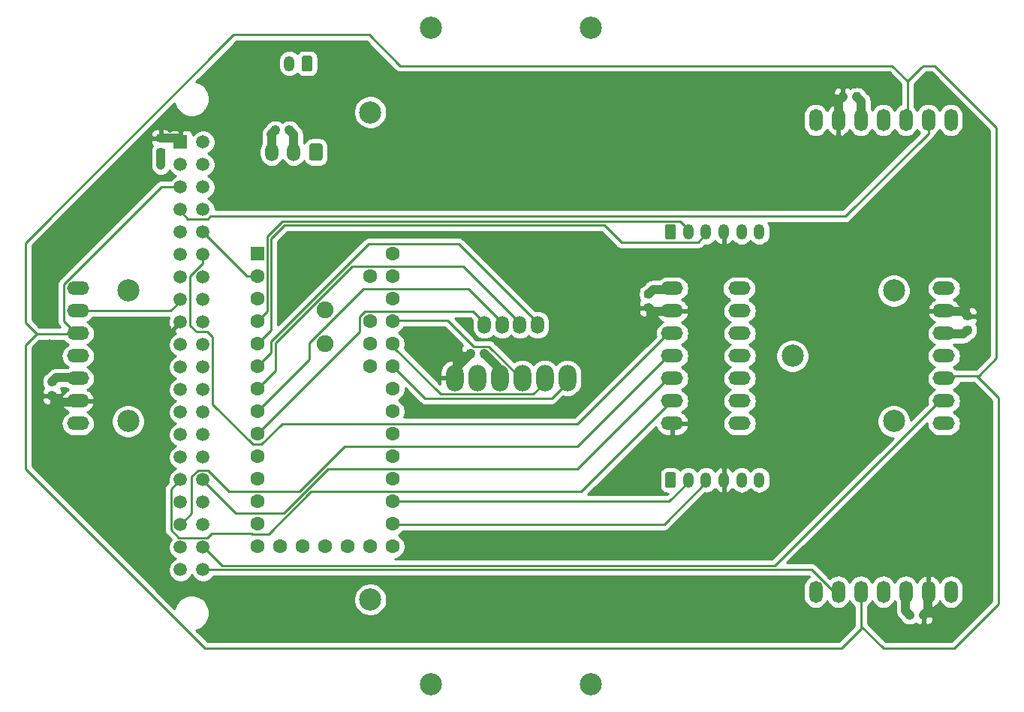
<source format=gbr>
G04 #@! TF.GenerationSoftware,KiCad,Pcbnew,(5.1.4-0-10_14)*
G04 #@! TF.CreationDate,2019-11-10T19:32:43-05:00*
G04 #@! TF.ProjectId,PacBot_2019-2020,50616342-6f74-45f3-9230-31392d323032,rev?*
G04 #@! TF.SameCoordinates,Original*
G04 #@! TF.FileFunction,Copper,L1,Top*
G04 #@! TF.FilePolarity,Positive*
%FSLAX46Y46*%
G04 Gerber Fmt 4.6, Leading zero omitted, Abs format (unit mm)*
G04 Created by KiCad (PCBNEW (5.1.4-0-10_14)) date 2019-11-10 19:32:43*
%MOMM*%
%LPD*%
G04 APERTURE LIST*
%ADD10C,1.900000*%
%ADD11R,1.600000X1.600000*%
%ADD12C,1.600000*%
%ADD13C,1.508000*%
%ADD14R,1.508000X1.508000*%
%ADD15C,0.100000*%
%ADD16C,0.875000*%
%ADD17O,1.500000X2.000000*%
%ADD18O,2.000000X3.000000*%
%ADD19O,2.500000X1.524000*%
%ADD20O,1.524000X2.500000*%
%ADD21O,1.200000X1.750000*%
%ADD22C,1.200000*%
%ADD23C,1.500000*%
%ADD24C,2.500000*%
%ADD25C,0.800000*%
%ADD26C,0.250000*%
%ADD27C,1.000000*%
%ADD28C,0.254000*%
G04 APERTURE END LIST*
D10*
X129000000Y-94840000D03*
X129000000Y-98650000D03*
D11*
X121380000Y-88490000D03*
D12*
X121380000Y-91030000D03*
X121380000Y-93570000D03*
X121380000Y-96110000D03*
X121380000Y-98650000D03*
X121380000Y-101190000D03*
X121380000Y-103730000D03*
X121380000Y-106270000D03*
X121380000Y-108810000D03*
X121380000Y-111350000D03*
X121380000Y-113890000D03*
X121380000Y-116430000D03*
X121380000Y-118970000D03*
X134080000Y-101190000D03*
X134080000Y-98650000D03*
X134080000Y-96110000D03*
X134080000Y-91030000D03*
X136620000Y-88490000D03*
X136620000Y-91030000D03*
X136620000Y-93570000D03*
X136620000Y-96110000D03*
X136620000Y-98650000D03*
X136620000Y-101190000D03*
X136620000Y-103730000D03*
X136620000Y-106270000D03*
X136620000Y-108810000D03*
X136620000Y-111350000D03*
X136620000Y-113890000D03*
X136620000Y-116430000D03*
X136620000Y-118970000D03*
X121380000Y-121510000D03*
X123920000Y-121510000D03*
X126460000Y-121510000D03*
X136620000Y-121510000D03*
X134080000Y-121510000D03*
X131540000Y-121510000D03*
X129000000Y-121510000D03*
D13*
X115270000Y-124130000D03*
X112730000Y-124130000D03*
X115270000Y-121590000D03*
X112730000Y-121590000D03*
X115270000Y-119050000D03*
X112730000Y-119050000D03*
X115270000Y-116510000D03*
X112730000Y-116510000D03*
X115270000Y-113970000D03*
X112730000Y-113970000D03*
X115270000Y-111430000D03*
X112730000Y-111430000D03*
X115270000Y-108890000D03*
X112730000Y-108890000D03*
X115270000Y-106350000D03*
X112730000Y-106350000D03*
X115270000Y-103810000D03*
X112730000Y-103810000D03*
X115270000Y-101270000D03*
X112730000Y-101270000D03*
X115270000Y-98730000D03*
X112730000Y-98730000D03*
X115270000Y-96190000D03*
X112730000Y-96190000D03*
X115270000Y-93650000D03*
X112730000Y-93650000D03*
X115270000Y-91110000D03*
X112730000Y-91110000D03*
X115270000Y-88570000D03*
X112730000Y-88570000D03*
X115270000Y-86030000D03*
X112730000Y-86030000D03*
X115270000Y-83490000D03*
X112730000Y-83490000D03*
X115270000Y-80950000D03*
X112730000Y-80950000D03*
X115270000Y-78410000D03*
X112730000Y-78410000D03*
X115270000Y-75870000D03*
D14*
X112730000Y-75870000D03*
D15*
G36*
X189240191Y-70276053D02*
G01*
X189261426Y-70279203D01*
X189282250Y-70284419D01*
X189302462Y-70291651D01*
X189321868Y-70300830D01*
X189340281Y-70311866D01*
X189357524Y-70324654D01*
X189373430Y-70339070D01*
X189387846Y-70354976D01*
X189400634Y-70372219D01*
X189411670Y-70390632D01*
X189420849Y-70410038D01*
X189428081Y-70430250D01*
X189433297Y-70451074D01*
X189436447Y-70472309D01*
X189437500Y-70493750D01*
X189437500Y-71006250D01*
X189436447Y-71027691D01*
X189433297Y-71048926D01*
X189428081Y-71069750D01*
X189420849Y-71089962D01*
X189411670Y-71109368D01*
X189400634Y-71127781D01*
X189387846Y-71145024D01*
X189373430Y-71160930D01*
X189357524Y-71175346D01*
X189340281Y-71188134D01*
X189321868Y-71199170D01*
X189302462Y-71208349D01*
X189282250Y-71215581D01*
X189261426Y-71220797D01*
X189240191Y-71223947D01*
X189218750Y-71225000D01*
X188781250Y-71225000D01*
X188759809Y-71223947D01*
X188738574Y-71220797D01*
X188717750Y-71215581D01*
X188697538Y-71208349D01*
X188678132Y-71199170D01*
X188659719Y-71188134D01*
X188642476Y-71175346D01*
X188626570Y-71160930D01*
X188612154Y-71145024D01*
X188599366Y-71127781D01*
X188588330Y-71109368D01*
X188579151Y-71089962D01*
X188571919Y-71069750D01*
X188566703Y-71048926D01*
X188563553Y-71027691D01*
X188562500Y-71006250D01*
X188562500Y-70493750D01*
X188563553Y-70472309D01*
X188566703Y-70451074D01*
X188571919Y-70430250D01*
X188579151Y-70410038D01*
X188588330Y-70390632D01*
X188599366Y-70372219D01*
X188612154Y-70354976D01*
X188626570Y-70339070D01*
X188642476Y-70324654D01*
X188659719Y-70311866D01*
X188678132Y-70300830D01*
X188697538Y-70291651D01*
X188717750Y-70284419D01*
X188738574Y-70279203D01*
X188759809Y-70276053D01*
X188781250Y-70275000D01*
X189218750Y-70275000D01*
X189240191Y-70276053D01*
X189240191Y-70276053D01*
G37*
D16*
X189000000Y-70750000D03*
D15*
G36*
X187665191Y-70276053D02*
G01*
X187686426Y-70279203D01*
X187707250Y-70284419D01*
X187727462Y-70291651D01*
X187746868Y-70300830D01*
X187765281Y-70311866D01*
X187782524Y-70324654D01*
X187798430Y-70339070D01*
X187812846Y-70354976D01*
X187825634Y-70372219D01*
X187836670Y-70390632D01*
X187845849Y-70410038D01*
X187853081Y-70430250D01*
X187858297Y-70451074D01*
X187861447Y-70472309D01*
X187862500Y-70493750D01*
X187862500Y-71006250D01*
X187861447Y-71027691D01*
X187858297Y-71048926D01*
X187853081Y-71069750D01*
X187845849Y-71089962D01*
X187836670Y-71109368D01*
X187825634Y-71127781D01*
X187812846Y-71145024D01*
X187798430Y-71160930D01*
X187782524Y-71175346D01*
X187765281Y-71188134D01*
X187746868Y-71199170D01*
X187727462Y-71208349D01*
X187707250Y-71215581D01*
X187686426Y-71220797D01*
X187665191Y-71223947D01*
X187643750Y-71225000D01*
X187206250Y-71225000D01*
X187184809Y-71223947D01*
X187163574Y-71220797D01*
X187142750Y-71215581D01*
X187122538Y-71208349D01*
X187103132Y-71199170D01*
X187084719Y-71188134D01*
X187067476Y-71175346D01*
X187051570Y-71160930D01*
X187037154Y-71145024D01*
X187024366Y-71127781D01*
X187013330Y-71109368D01*
X187004151Y-71089962D01*
X186996919Y-71069750D01*
X186991703Y-71048926D01*
X186988553Y-71027691D01*
X186987500Y-71006250D01*
X186987500Y-70493750D01*
X186988553Y-70472309D01*
X186991703Y-70451074D01*
X186996919Y-70430250D01*
X187004151Y-70410038D01*
X187013330Y-70390632D01*
X187024366Y-70372219D01*
X187037154Y-70354976D01*
X187051570Y-70339070D01*
X187067476Y-70324654D01*
X187084719Y-70311866D01*
X187103132Y-70300830D01*
X187122538Y-70291651D01*
X187142750Y-70284419D01*
X187163574Y-70279203D01*
X187184809Y-70276053D01*
X187206250Y-70275000D01*
X187643750Y-70275000D01*
X187665191Y-70276053D01*
X187665191Y-70276053D01*
G37*
D16*
X187425000Y-70750000D03*
D15*
G36*
X201777691Y-96638553D02*
G01*
X201798926Y-96641703D01*
X201819750Y-96646919D01*
X201839962Y-96654151D01*
X201859368Y-96663330D01*
X201877781Y-96674366D01*
X201895024Y-96687154D01*
X201910930Y-96701570D01*
X201925346Y-96717476D01*
X201938134Y-96734719D01*
X201949170Y-96753132D01*
X201958349Y-96772538D01*
X201965581Y-96792750D01*
X201970797Y-96813574D01*
X201973947Y-96834809D01*
X201975000Y-96856250D01*
X201975000Y-97293750D01*
X201973947Y-97315191D01*
X201970797Y-97336426D01*
X201965581Y-97357250D01*
X201958349Y-97377462D01*
X201949170Y-97396868D01*
X201938134Y-97415281D01*
X201925346Y-97432524D01*
X201910930Y-97448430D01*
X201895024Y-97462846D01*
X201877781Y-97475634D01*
X201859368Y-97486670D01*
X201839962Y-97495849D01*
X201819750Y-97503081D01*
X201798926Y-97508297D01*
X201777691Y-97511447D01*
X201756250Y-97512500D01*
X201243750Y-97512500D01*
X201222309Y-97511447D01*
X201201074Y-97508297D01*
X201180250Y-97503081D01*
X201160038Y-97495849D01*
X201140632Y-97486670D01*
X201122219Y-97475634D01*
X201104976Y-97462846D01*
X201089070Y-97448430D01*
X201074654Y-97432524D01*
X201061866Y-97415281D01*
X201050830Y-97396868D01*
X201041651Y-97377462D01*
X201034419Y-97357250D01*
X201029203Y-97336426D01*
X201026053Y-97315191D01*
X201025000Y-97293750D01*
X201025000Y-96856250D01*
X201026053Y-96834809D01*
X201029203Y-96813574D01*
X201034419Y-96792750D01*
X201041651Y-96772538D01*
X201050830Y-96753132D01*
X201061866Y-96734719D01*
X201074654Y-96717476D01*
X201089070Y-96701570D01*
X201104976Y-96687154D01*
X201122219Y-96674366D01*
X201140632Y-96663330D01*
X201160038Y-96654151D01*
X201180250Y-96646919D01*
X201201074Y-96641703D01*
X201222309Y-96638553D01*
X201243750Y-96637500D01*
X201756250Y-96637500D01*
X201777691Y-96638553D01*
X201777691Y-96638553D01*
G37*
D16*
X201500000Y-97075000D03*
D15*
G36*
X201777691Y-95063553D02*
G01*
X201798926Y-95066703D01*
X201819750Y-95071919D01*
X201839962Y-95079151D01*
X201859368Y-95088330D01*
X201877781Y-95099366D01*
X201895024Y-95112154D01*
X201910930Y-95126570D01*
X201925346Y-95142476D01*
X201938134Y-95159719D01*
X201949170Y-95178132D01*
X201958349Y-95197538D01*
X201965581Y-95217750D01*
X201970797Y-95238574D01*
X201973947Y-95259809D01*
X201975000Y-95281250D01*
X201975000Y-95718750D01*
X201973947Y-95740191D01*
X201970797Y-95761426D01*
X201965581Y-95782250D01*
X201958349Y-95802462D01*
X201949170Y-95821868D01*
X201938134Y-95840281D01*
X201925346Y-95857524D01*
X201910930Y-95873430D01*
X201895024Y-95887846D01*
X201877781Y-95900634D01*
X201859368Y-95911670D01*
X201839962Y-95920849D01*
X201819750Y-95928081D01*
X201798926Y-95933297D01*
X201777691Y-95936447D01*
X201756250Y-95937500D01*
X201243750Y-95937500D01*
X201222309Y-95936447D01*
X201201074Y-95933297D01*
X201180250Y-95928081D01*
X201160038Y-95920849D01*
X201140632Y-95911670D01*
X201122219Y-95900634D01*
X201104976Y-95887846D01*
X201089070Y-95873430D01*
X201074654Y-95857524D01*
X201061866Y-95840281D01*
X201050830Y-95821868D01*
X201041651Y-95802462D01*
X201034419Y-95782250D01*
X201029203Y-95761426D01*
X201026053Y-95740191D01*
X201025000Y-95718750D01*
X201025000Y-95281250D01*
X201026053Y-95259809D01*
X201029203Y-95238574D01*
X201034419Y-95217750D01*
X201041651Y-95197538D01*
X201050830Y-95178132D01*
X201061866Y-95159719D01*
X201074654Y-95142476D01*
X201089070Y-95126570D01*
X201104976Y-95112154D01*
X201122219Y-95099366D01*
X201140632Y-95088330D01*
X201160038Y-95079151D01*
X201180250Y-95071919D01*
X201201074Y-95066703D01*
X201222309Y-95063553D01*
X201243750Y-95062500D01*
X201756250Y-95062500D01*
X201777691Y-95063553D01*
X201777691Y-95063553D01*
G37*
D16*
X201500000Y-95500000D03*
D15*
G36*
X110777691Y-76563553D02*
G01*
X110798926Y-76566703D01*
X110819750Y-76571919D01*
X110839962Y-76579151D01*
X110859368Y-76588330D01*
X110877781Y-76599366D01*
X110895024Y-76612154D01*
X110910930Y-76626570D01*
X110925346Y-76642476D01*
X110938134Y-76659719D01*
X110949170Y-76678132D01*
X110958349Y-76697538D01*
X110965581Y-76717750D01*
X110970797Y-76738574D01*
X110973947Y-76759809D01*
X110975000Y-76781250D01*
X110975000Y-77218750D01*
X110973947Y-77240191D01*
X110970797Y-77261426D01*
X110965581Y-77282250D01*
X110958349Y-77302462D01*
X110949170Y-77321868D01*
X110938134Y-77340281D01*
X110925346Y-77357524D01*
X110910930Y-77373430D01*
X110895024Y-77387846D01*
X110877781Y-77400634D01*
X110859368Y-77411670D01*
X110839962Y-77420849D01*
X110819750Y-77428081D01*
X110798926Y-77433297D01*
X110777691Y-77436447D01*
X110756250Y-77437500D01*
X110243750Y-77437500D01*
X110222309Y-77436447D01*
X110201074Y-77433297D01*
X110180250Y-77428081D01*
X110160038Y-77420849D01*
X110140632Y-77411670D01*
X110122219Y-77400634D01*
X110104976Y-77387846D01*
X110089070Y-77373430D01*
X110074654Y-77357524D01*
X110061866Y-77340281D01*
X110050830Y-77321868D01*
X110041651Y-77302462D01*
X110034419Y-77282250D01*
X110029203Y-77261426D01*
X110026053Y-77240191D01*
X110025000Y-77218750D01*
X110025000Y-76781250D01*
X110026053Y-76759809D01*
X110029203Y-76738574D01*
X110034419Y-76717750D01*
X110041651Y-76697538D01*
X110050830Y-76678132D01*
X110061866Y-76659719D01*
X110074654Y-76642476D01*
X110089070Y-76626570D01*
X110104976Y-76612154D01*
X110122219Y-76599366D01*
X110140632Y-76588330D01*
X110160038Y-76579151D01*
X110180250Y-76571919D01*
X110201074Y-76566703D01*
X110222309Y-76563553D01*
X110243750Y-76562500D01*
X110756250Y-76562500D01*
X110777691Y-76563553D01*
X110777691Y-76563553D01*
G37*
D16*
X110500000Y-77000000D03*
D15*
G36*
X110777691Y-74988553D02*
G01*
X110798926Y-74991703D01*
X110819750Y-74996919D01*
X110839962Y-75004151D01*
X110859368Y-75013330D01*
X110877781Y-75024366D01*
X110895024Y-75037154D01*
X110910930Y-75051570D01*
X110925346Y-75067476D01*
X110938134Y-75084719D01*
X110949170Y-75103132D01*
X110958349Y-75122538D01*
X110965581Y-75142750D01*
X110970797Y-75163574D01*
X110973947Y-75184809D01*
X110975000Y-75206250D01*
X110975000Y-75643750D01*
X110973947Y-75665191D01*
X110970797Y-75686426D01*
X110965581Y-75707250D01*
X110958349Y-75727462D01*
X110949170Y-75746868D01*
X110938134Y-75765281D01*
X110925346Y-75782524D01*
X110910930Y-75798430D01*
X110895024Y-75812846D01*
X110877781Y-75825634D01*
X110859368Y-75836670D01*
X110839962Y-75845849D01*
X110819750Y-75853081D01*
X110798926Y-75858297D01*
X110777691Y-75861447D01*
X110756250Y-75862500D01*
X110243750Y-75862500D01*
X110222309Y-75861447D01*
X110201074Y-75858297D01*
X110180250Y-75853081D01*
X110160038Y-75845849D01*
X110140632Y-75836670D01*
X110122219Y-75825634D01*
X110104976Y-75812846D01*
X110089070Y-75798430D01*
X110074654Y-75782524D01*
X110061866Y-75765281D01*
X110050830Y-75746868D01*
X110041651Y-75727462D01*
X110034419Y-75707250D01*
X110029203Y-75686426D01*
X110026053Y-75665191D01*
X110025000Y-75643750D01*
X110025000Y-75206250D01*
X110026053Y-75184809D01*
X110029203Y-75163574D01*
X110034419Y-75142750D01*
X110041651Y-75122538D01*
X110050830Y-75103132D01*
X110061866Y-75084719D01*
X110074654Y-75067476D01*
X110089070Y-75051570D01*
X110104976Y-75037154D01*
X110122219Y-75024366D01*
X110140632Y-75013330D01*
X110160038Y-75004151D01*
X110180250Y-74996919D01*
X110201074Y-74991703D01*
X110222309Y-74988553D01*
X110243750Y-74987500D01*
X110756250Y-74987500D01*
X110777691Y-74988553D01*
X110777691Y-74988553D01*
G37*
D16*
X110500000Y-75425000D03*
D15*
G36*
X195202691Y-128776053D02*
G01*
X195223926Y-128779203D01*
X195244750Y-128784419D01*
X195264962Y-128791651D01*
X195284368Y-128800830D01*
X195302781Y-128811866D01*
X195320024Y-128824654D01*
X195335930Y-128839070D01*
X195350346Y-128854976D01*
X195363134Y-128872219D01*
X195374170Y-128890632D01*
X195383349Y-128910038D01*
X195390581Y-128930250D01*
X195395797Y-128951074D01*
X195398947Y-128972309D01*
X195400000Y-128993750D01*
X195400000Y-129506250D01*
X195398947Y-129527691D01*
X195395797Y-129548926D01*
X195390581Y-129569750D01*
X195383349Y-129589962D01*
X195374170Y-129609368D01*
X195363134Y-129627781D01*
X195350346Y-129645024D01*
X195335930Y-129660930D01*
X195320024Y-129675346D01*
X195302781Y-129688134D01*
X195284368Y-129699170D01*
X195264962Y-129708349D01*
X195244750Y-129715581D01*
X195223926Y-129720797D01*
X195202691Y-129723947D01*
X195181250Y-129725000D01*
X194743750Y-129725000D01*
X194722309Y-129723947D01*
X194701074Y-129720797D01*
X194680250Y-129715581D01*
X194660038Y-129708349D01*
X194640632Y-129699170D01*
X194622219Y-129688134D01*
X194604976Y-129675346D01*
X194589070Y-129660930D01*
X194574654Y-129645024D01*
X194561866Y-129627781D01*
X194550830Y-129609368D01*
X194541651Y-129589962D01*
X194534419Y-129569750D01*
X194529203Y-129548926D01*
X194526053Y-129527691D01*
X194525000Y-129506250D01*
X194525000Y-128993750D01*
X194526053Y-128972309D01*
X194529203Y-128951074D01*
X194534419Y-128930250D01*
X194541651Y-128910038D01*
X194550830Y-128890632D01*
X194561866Y-128872219D01*
X194574654Y-128854976D01*
X194589070Y-128839070D01*
X194604976Y-128824654D01*
X194622219Y-128811866D01*
X194640632Y-128800830D01*
X194660038Y-128791651D01*
X194680250Y-128784419D01*
X194701074Y-128779203D01*
X194722309Y-128776053D01*
X194743750Y-128775000D01*
X195181250Y-128775000D01*
X195202691Y-128776053D01*
X195202691Y-128776053D01*
G37*
D16*
X194962500Y-129250000D03*
D15*
G36*
X196777691Y-128776053D02*
G01*
X196798926Y-128779203D01*
X196819750Y-128784419D01*
X196839962Y-128791651D01*
X196859368Y-128800830D01*
X196877781Y-128811866D01*
X196895024Y-128824654D01*
X196910930Y-128839070D01*
X196925346Y-128854976D01*
X196938134Y-128872219D01*
X196949170Y-128890632D01*
X196958349Y-128910038D01*
X196965581Y-128930250D01*
X196970797Y-128951074D01*
X196973947Y-128972309D01*
X196975000Y-128993750D01*
X196975000Y-129506250D01*
X196973947Y-129527691D01*
X196970797Y-129548926D01*
X196965581Y-129569750D01*
X196958349Y-129589962D01*
X196949170Y-129609368D01*
X196938134Y-129627781D01*
X196925346Y-129645024D01*
X196910930Y-129660930D01*
X196895024Y-129675346D01*
X196877781Y-129688134D01*
X196859368Y-129699170D01*
X196839962Y-129708349D01*
X196819750Y-129715581D01*
X196798926Y-129720797D01*
X196777691Y-129723947D01*
X196756250Y-129725000D01*
X196318750Y-129725000D01*
X196297309Y-129723947D01*
X196276074Y-129720797D01*
X196255250Y-129715581D01*
X196235038Y-129708349D01*
X196215632Y-129699170D01*
X196197219Y-129688134D01*
X196179976Y-129675346D01*
X196164070Y-129660930D01*
X196149654Y-129645024D01*
X196136866Y-129627781D01*
X196125830Y-129609368D01*
X196116651Y-129589962D01*
X196109419Y-129569750D01*
X196104203Y-129548926D01*
X196101053Y-129527691D01*
X196100000Y-129506250D01*
X196100000Y-128993750D01*
X196101053Y-128972309D01*
X196104203Y-128951074D01*
X196109419Y-128930250D01*
X196116651Y-128910038D01*
X196125830Y-128890632D01*
X196136866Y-128872219D01*
X196149654Y-128854976D01*
X196164070Y-128839070D01*
X196179976Y-128824654D01*
X196197219Y-128811866D01*
X196215632Y-128800830D01*
X196235038Y-128791651D01*
X196255250Y-128784419D01*
X196276074Y-128779203D01*
X196297309Y-128776053D01*
X196318750Y-128775000D01*
X196756250Y-128775000D01*
X196777691Y-128776053D01*
X196777691Y-128776053D01*
G37*
D16*
X196537500Y-129250000D03*
D15*
G36*
X165777691Y-92563553D02*
G01*
X165798926Y-92566703D01*
X165819750Y-92571919D01*
X165839962Y-92579151D01*
X165859368Y-92588330D01*
X165877781Y-92599366D01*
X165895024Y-92612154D01*
X165910930Y-92626570D01*
X165925346Y-92642476D01*
X165938134Y-92659719D01*
X165949170Y-92678132D01*
X165958349Y-92697538D01*
X165965581Y-92717750D01*
X165970797Y-92738574D01*
X165973947Y-92759809D01*
X165975000Y-92781250D01*
X165975000Y-93218750D01*
X165973947Y-93240191D01*
X165970797Y-93261426D01*
X165965581Y-93282250D01*
X165958349Y-93302462D01*
X165949170Y-93321868D01*
X165938134Y-93340281D01*
X165925346Y-93357524D01*
X165910930Y-93373430D01*
X165895024Y-93387846D01*
X165877781Y-93400634D01*
X165859368Y-93411670D01*
X165839962Y-93420849D01*
X165819750Y-93428081D01*
X165798926Y-93433297D01*
X165777691Y-93436447D01*
X165756250Y-93437500D01*
X165243750Y-93437500D01*
X165222309Y-93436447D01*
X165201074Y-93433297D01*
X165180250Y-93428081D01*
X165160038Y-93420849D01*
X165140632Y-93411670D01*
X165122219Y-93400634D01*
X165104976Y-93387846D01*
X165089070Y-93373430D01*
X165074654Y-93357524D01*
X165061866Y-93340281D01*
X165050830Y-93321868D01*
X165041651Y-93302462D01*
X165034419Y-93282250D01*
X165029203Y-93261426D01*
X165026053Y-93240191D01*
X165025000Y-93218750D01*
X165025000Y-92781250D01*
X165026053Y-92759809D01*
X165029203Y-92738574D01*
X165034419Y-92717750D01*
X165041651Y-92697538D01*
X165050830Y-92678132D01*
X165061866Y-92659719D01*
X165074654Y-92642476D01*
X165089070Y-92626570D01*
X165104976Y-92612154D01*
X165122219Y-92599366D01*
X165140632Y-92588330D01*
X165160038Y-92579151D01*
X165180250Y-92571919D01*
X165201074Y-92566703D01*
X165222309Y-92563553D01*
X165243750Y-92562500D01*
X165756250Y-92562500D01*
X165777691Y-92563553D01*
X165777691Y-92563553D01*
G37*
D16*
X165500000Y-93000000D03*
D15*
G36*
X165777691Y-94138553D02*
G01*
X165798926Y-94141703D01*
X165819750Y-94146919D01*
X165839962Y-94154151D01*
X165859368Y-94163330D01*
X165877781Y-94174366D01*
X165895024Y-94187154D01*
X165910930Y-94201570D01*
X165925346Y-94217476D01*
X165938134Y-94234719D01*
X165949170Y-94253132D01*
X165958349Y-94272538D01*
X165965581Y-94292750D01*
X165970797Y-94313574D01*
X165973947Y-94334809D01*
X165975000Y-94356250D01*
X165975000Y-94793750D01*
X165973947Y-94815191D01*
X165970797Y-94836426D01*
X165965581Y-94857250D01*
X165958349Y-94877462D01*
X165949170Y-94896868D01*
X165938134Y-94915281D01*
X165925346Y-94932524D01*
X165910930Y-94948430D01*
X165895024Y-94962846D01*
X165877781Y-94975634D01*
X165859368Y-94986670D01*
X165839962Y-94995849D01*
X165819750Y-95003081D01*
X165798926Y-95008297D01*
X165777691Y-95011447D01*
X165756250Y-95012500D01*
X165243750Y-95012500D01*
X165222309Y-95011447D01*
X165201074Y-95008297D01*
X165180250Y-95003081D01*
X165160038Y-94995849D01*
X165140632Y-94986670D01*
X165122219Y-94975634D01*
X165104976Y-94962846D01*
X165089070Y-94948430D01*
X165074654Y-94932524D01*
X165061866Y-94915281D01*
X165050830Y-94896868D01*
X165041651Y-94877462D01*
X165034419Y-94857250D01*
X165029203Y-94836426D01*
X165026053Y-94815191D01*
X165025000Y-94793750D01*
X165025000Y-94356250D01*
X165026053Y-94334809D01*
X165029203Y-94313574D01*
X165034419Y-94292750D01*
X165041651Y-94272538D01*
X165050830Y-94253132D01*
X165061866Y-94234719D01*
X165074654Y-94217476D01*
X165089070Y-94201570D01*
X165104976Y-94187154D01*
X165122219Y-94174366D01*
X165140632Y-94163330D01*
X165160038Y-94154151D01*
X165180250Y-94146919D01*
X165201074Y-94141703D01*
X165222309Y-94138553D01*
X165243750Y-94137500D01*
X165756250Y-94137500D01*
X165777691Y-94138553D01*
X165777691Y-94138553D01*
G37*
D16*
X165500000Y-94575000D03*
D15*
G36*
X98527691Y-104063553D02*
G01*
X98548926Y-104066703D01*
X98569750Y-104071919D01*
X98589962Y-104079151D01*
X98609368Y-104088330D01*
X98627781Y-104099366D01*
X98645024Y-104112154D01*
X98660930Y-104126570D01*
X98675346Y-104142476D01*
X98688134Y-104159719D01*
X98699170Y-104178132D01*
X98708349Y-104197538D01*
X98715581Y-104217750D01*
X98720797Y-104238574D01*
X98723947Y-104259809D01*
X98725000Y-104281250D01*
X98725000Y-104718750D01*
X98723947Y-104740191D01*
X98720797Y-104761426D01*
X98715581Y-104782250D01*
X98708349Y-104802462D01*
X98699170Y-104821868D01*
X98688134Y-104840281D01*
X98675346Y-104857524D01*
X98660930Y-104873430D01*
X98645024Y-104887846D01*
X98627781Y-104900634D01*
X98609368Y-104911670D01*
X98589962Y-104920849D01*
X98569750Y-104928081D01*
X98548926Y-104933297D01*
X98527691Y-104936447D01*
X98506250Y-104937500D01*
X97993750Y-104937500D01*
X97972309Y-104936447D01*
X97951074Y-104933297D01*
X97930250Y-104928081D01*
X97910038Y-104920849D01*
X97890632Y-104911670D01*
X97872219Y-104900634D01*
X97854976Y-104887846D01*
X97839070Y-104873430D01*
X97824654Y-104857524D01*
X97811866Y-104840281D01*
X97800830Y-104821868D01*
X97791651Y-104802462D01*
X97784419Y-104782250D01*
X97779203Y-104761426D01*
X97776053Y-104740191D01*
X97775000Y-104718750D01*
X97775000Y-104281250D01*
X97776053Y-104259809D01*
X97779203Y-104238574D01*
X97784419Y-104217750D01*
X97791651Y-104197538D01*
X97800830Y-104178132D01*
X97811866Y-104159719D01*
X97824654Y-104142476D01*
X97839070Y-104126570D01*
X97854976Y-104112154D01*
X97872219Y-104099366D01*
X97890632Y-104088330D01*
X97910038Y-104079151D01*
X97930250Y-104071919D01*
X97951074Y-104066703D01*
X97972309Y-104063553D01*
X97993750Y-104062500D01*
X98506250Y-104062500D01*
X98527691Y-104063553D01*
X98527691Y-104063553D01*
G37*
D16*
X98250000Y-104500000D03*
D15*
G36*
X98527691Y-102488553D02*
G01*
X98548926Y-102491703D01*
X98569750Y-102496919D01*
X98589962Y-102504151D01*
X98609368Y-102513330D01*
X98627781Y-102524366D01*
X98645024Y-102537154D01*
X98660930Y-102551570D01*
X98675346Y-102567476D01*
X98688134Y-102584719D01*
X98699170Y-102603132D01*
X98708349Y-102622538D01*
X98715581Y-102642750D01*
X98720797Y-102663574D01*
X98723947Y-102684809D01*
X98725000Y-102706250D01*
X98725000Y-103143750D01*
X98723947Y-103165191D01*
X98720797Y-103186426D01*
X98715581Y-103207250D01*
X98708349Y-103227462D01*
X98699170Y-103246868D01*
X98688134Y-103265281D01*
X98675346Y-103282524D01*
X98660930Y-103298430D01*
X98645024Y-103312846D01*
X98627781Y-103325634D01*
X98609368Y-103336670D01*
X98589962Y-103345849D01*
X98569750Y-103353081D01*
X98548926Y-103358297D01*
X98527691Y-103361447D01*
X98506250Y-103362500D01*
X97993750Y-103362500D01*
X97972309Y-103361447D01*
X97951074Y-103358297D01*
X97930250Y-103353081D01*
X97910038Y-103345849D01*
X97890632Y-103336670D01*
X97872219Y-103325634D01*
X97854976Y-103312846D01*
X97839070Y-103298430D01*
X97824654Y-103282524D01*
X97811866Y-103265281D01*
X97800830Y-103246868D01*
X97791651Y-103227462D01*
X97784419Y-103207250D01*
X97779203Y-103186426D01*
X97776053Y-103165191D01*
X97775000Y-103143750D01*
X97775000Y-102706250D01*
X97776053Y-102684809D01*
X97779203Y-102663574D01*
X97784419Y-102642750D01*
X97791651Y-102622538D01*
X97800830Y-102603132D01*
X97811866Y-102584719D01*
X97824654Y-102567476D01*
X97839070Y-102551570D01*
X97854976Y-102537154D01*
X97872219Y-102524366D01*
X97890632Y-102513330D01*
X97910038Y-102504151D01*
X97930250Y-102496919D01*
X97951074Y-102491703D01*
X97972309Y-102488553D01*
X97993750Y-102487500D01*
X98506250Y-102487500D01*
X98527691Y-102488553D01*
X98527691Y-102488553D01*
G37*
D16*
X98250000Y-102925000D03*
D15*
G36*
X125240191Y-74026053D02*
G01*
X125261426Y-74029203D01*
X125282250Y-74034419D01*
X125302462Y-74041651D01*
X125321868Y-74050830D01*
X125340281Y-74061866D01*
X125357524Y-74074654D01*
X125373430Y-74089070D01*
X125387846Y-74104976D01*
X125400634Y-74122219D01*
X125411670Y-74140632D01*
X125420849Y-74160038D01*
X125428081Y-74180250D01*
X125433297Y-74201074D01*
X125436447Y-74222309D01*
X125437500Y-74243750D01*
X125437500Y-74756250D01*
X125436447Y-74777691D01*
X125433297Y-74798926D01*
X125428081Y-74819750D01*
X125420849Y-74839962D01*
X125411670Y-74859368D01*
X125400634Y-74877781D01*
X125387846Y-74895024D01*
X125373430Y-74910930D01*
X125357524Y-74925346D01*
X125340281Y-74938134D01*
X125321868Y-74949170D01*
X125302462Y-74958349D01*
X125282250Y-74965581D01*
X125261426Y-74970797D01*
X125240191Y-74973947D01*
X125218750Y-74975000D01*
X124781250Y-74975000D01*
X124759809Y-74973947D01*
X124738574Y-74970797D01*
X124717750Y-74965581D01*
X124697538Y-74958349D01*
X124678132Y-74949170D01*
X124659719Y-74938134D01*
X124642476Y-74925346D01*
X124626570Y-74910930D01*
X124612154Y-74895024D01*
X124599366Y-74877781D01*
X124588330Y-74859368D01*
X124579151Y-74839962D01*
X124571919Y-74819750D01*
X124566703Y-74798926D01*
X124563553Y-74777691D01*
X124562500Y-74756250D01*
X124562500Y-74243750D01*
X124563553Y-74222309D01*
X124566703Y-74201074D01*
X124571919Y-74180250D01*
X124579151Y-74160038D01*
X124588330Y-74140632D01*
X124599366Y-74122219D01*
X124612154Y-74104976D01*
X124626570Y-74089070D01*
X124642476Y-74074654D01*
X124659719Y-74061866D01*
X124678132Y-74050830D01*
X124697538Y-74041651D01*
X124717750Y-74034419D01*
X124738574Y-74029203D01*
X124759809Y-74026053D01*
X124781250Y-74025000D01*
X125218750Y-74025000D01*
X125240191Y-74026053D01*
X125240191Y-74026053D01*
G37*
D16*
X125000000Y-74500000D03*
D15*
G36*
X123665191Y-74026053D02*
G01*
X123686426Y-74029203D01*
X123707250Y-74034419D01*
X123727462Y-74041651D01*
X123746868Y-74050830D01*
X123765281Y-74061866D01*
X123782524Y-74074654D01*
X123798430Y-74089070D01*
X123812846Y-74104976D01*
X123825634Y-74122219D01*
X123836670Y-74140632D01*
X123845849Y-74160038D01*
X123853081Y-74180250D01*
X123858297Y-74201074D01*
X123861447Y-74222309D01*
X123862500Y-74243750D01*
X123862500Y-74756250D01*
X123861447Y-74777691D01*
X123858297Y-74798926D01*
X123853081Y-74819750D01*
X123845849Y-74839962D01*
X123836670Y-74859368D01*
X123825634Y-74877781D01*
X123812846Y-74895024D01*
X123798430Y-74910930D01*
X123782524Y-74925346D01*
X123765281Y-74938134D01*
X123746868Y-74949170D01*
X123727462Y-74958349D01*
X123707250Y-74965581D01*
X123686426Y-74970797D01*
X123665191Y-74973947D01*
X123643750Y-74975000D01*
X123206250Y-74975000D01*
X123184809Y-74973947D01*
X123163574Y-74970797D01*
X123142750Y-74965581D01*
X123122538Y-74958349D01*
X123103132Y-74949170D01*
X123084719Y-74938134D01*
X123067476Y-74925346D01*
X123051570Y-74910930D01*
X123037154Y-74895024D01*
X123024366Y-74877781D01*
X123013330Y-74859368D01*
X123004151Y-74839962D01*
X122996919Y-74819750D01*
X122991703Y-74798926D01*
X122988553Y-74777691D01*
X122987500Y-74756250D01*
X122987500Y-74243750D01*
X122988553Y-74222309D01*
X122991703Y-74201074D01*
X122996919Y-74180250D01*
X123004151Y-74160038D01*
X123013330Y-74140632D01*
X123024366Y-74122219D01*
X123037154Y-74104976D01*
X123051570Y-74089070D01*
X123067476Y-74074654D01*
X123084719Y-74061866D01*
X123103132Y-74050830D01*
X123122538Y-74041651D01*
X123142750Y-74034419D01*
X123163574Y-74029203D01*
X123184809Y-74026053D01*
X123206250Y-74025000D01*
X123643750Y-74025000D01*
X123665191Y-74026053D01*
X123665191Y-74026053D01*
G37*
D16*
X123425000Y-74500000D03*
D15*
G36*
X147240191Y-99276053D02*
G01*
X147261426Y-99279203D01*
X147282250Y-99284419D01*
X147302462Y-99291651D01*
X147321868Y-99300830D01*
X147340281Y-99311866D01*
X147357524Y-99324654D01*
X147373430Y-99339070D01*
X147387846Y-99354976D01*
X147400634Y-99372219D01*
X147411670Y-99390632D01*
X147420849Y-99410038D01*
X147428081Y-99430250D01*
X147433297Y-99451074D01*
X147436447Y-99472309D01*
X147437500Y-99493750D01*
X147437500Y-100006250D01*
X147436447Y-100027691D01*
X147433297Y-100048926D01*
X147428081Y-100069750D01*
X147420849Y-100089962D01*
X147411670Y-100109368D01*
X147400634Y-100127781D01*
X147387846Y-100145024D01*
X147373430Y-100160930D01*
X147357524Y-100175346D01*
X147340281Y-100188134D01*
X147321868Y-100199170D01*
X147302462Y-100208349D01*
X147282250Y-100215581D01*
X147261426Y-100220797D01*
X147240191Y-100223947D01*
X147218750Y-100225000D01*
X146781250Y-100225000D01*
X146759809Y-100223947D01*
X146738574Y-100220797D01*
X146717750Y-100215581D01*
X146697538Y-100208349D01*
X146678132Y-100199170D01*
X146659719Y-100188134D01*
X146642476Y-100175346D01*
X146626570Y-100160930D01*
X146612154Y-100145024D01*
X146599366Y-100127781D01*
X146588330Y-100109368D01*
X146579151Y-100089962D01*
X146571919Y-100069750D01*
X146566703Y-100048926D01*
X146563553Y-100027691D01*
X146562500Y-100006250D01*
X146562500Y-99493750D01*
X146563553Y-99472309D01*
X146566703Y-99451074D01*
X146571919Y-99430250D01*
X146579151Y-99410038D01*
X146588330Y-99390632D01*
X146599366Y-99372219D01*
X146612154Y-99354976D01*
X146626570Y-99339070D01*
X146642476Y-99324654D01*
X146659719Y-99311866D01*
X146678132Y-99300830D01*
X146697538Y-99291651D01*
X146717750Y-99284419D01*
X146738574Y-99279203D01*
X146759809Y-99276053D01*
X146781250Y-99275000D01*
X147218750Y-99275000D01*
X147240191Y-99276053D01*
X147240191Y-99276053D01*
G37*
D16*
X147000000Y-99750000D03*
D15*
G36*
X145665191Y-99276053D02*
G01*
X145686426Y-99279203D01*
X145707250Y-99284419D01*
X145727462Y-99291651D01*
X145746868Y-99300830D01*
X145765281Y-99311866D01*
X145782524Y-99324654D01*
X145798430Y-99339070D01*
X145812846Y-99354976D01*
X145825634Y-99372219D01*
X145836670Y-99390632D01*
X145845849Y-99410038D01*
X145853081Y-99430250D01*
X145858297Y-99451074D01*
X145861447Y-99472309D01*
X145862500Y-99493750D01*
X145862500Y-100006250D01*
X145861447Y-100027691D01*
X145858297Y-100048926D01*
X145853081Y-100069750D01*
X145845849Y-100089962D01*
X145836670Y-100109368D01*
X145825634Y-100127781D01*
X145812846Y-100145024D01*
X145798430Y-100160930D01*
X145782524Y-100175346D01*
X145765281Y-100188134D01*
X145746868Y-100199170D01*
X145727462Y-100208349D01*
X145707250Y-100215581D01*
X145686426Y-100220797D01*
X145665191Y-100223947D01*
X145643750Y-100225000D01*
X145206250Y-100225000D01*
X145184809Y-100223947D01*
X145163574Y-100220797D01*
X145142750Y-100215581D01*
X145122538Y-100208349D01*
X145103132Y-100199170D01*
X145084719Y-100188134D01*
X145067476Y-100175346D01*
X145051570Y-100160930D01*
X145037154Y-100145024D01*
X145024366Y-100127781D01*
X145013330Y-100109368D01*
X145004151Y-100089962D01*
X144996919Y-100069750D01*
X144991703Y-100048926D01*
X144988553Y-100027691D01*
X144987500Y-100006250D01*
X144987500Y-99493750D01*
X144988553Y-99472309D01*
X144991703Y-99451074D01*
X144996919Y-99430250D01*
X145004151Y-99410038D01*
X145013330Y-99390632D01*
X145024366Y-99372219D01*
X145037154Y-99354976D01*
X145051570Y-99339070D01*
X145067476Y-99324654D01*
X145084719Y-99311866D01*
X145103132Y-99300830D01*
X145122538Y-99291651D01*
X145142750Y-99284419D01*
X145163574Y-99279203D01*
X145184809Y-99276053D01*
X145206250Y-99275000D01*
X145643750Y-99275000D01*
X145665191Y-99276053D01*
X145665191Y-99276053D01*
G37*
D16*
X145425000Y-99750000D03*
D17*
X153000000Y-96500000D03*
X151000000Y-96500000D03*
X149000000Y-96500000D03*
X147000000Y-96500000D03*
D18*
X156350000Y-102500000D03*
X153810000Y-102500000D03*
X151270000Y-102500000D03*
X148730000Y-102500000D03*
X146190000Y-102500000D03*
X143650000Y-102500000D03*
D19*
X101160000Y-92380000D03*
X101160000Y-94920000D03*
X101160000Y-97460000D03*
X101160000Y-100000000D03*
X101160000Y-102540000D03*
X101160000Y-105080000D03*
X101160000Y-107620000D03*
X198840000Y-107620000D03*
X198840000Y-105080000D03*
X198840000Y-102540000D03*
X198840000Y-100000000D03*
X198840000Y-97460000D03*
X198840000Y-94920000D03*
X198840000Y-92380000D03*
D20*
X184380000Y-126615000D03*
X186920000Y-126615000D03*
X189460000Y-126615000D03*
X192000000Y-126615000D03*
X194540000Y-126615000D03*
X197080000Y-126615000D03*
X199620000Y-126615000D03*
X199620000Y-73385000D03*
X197080000Y-73385000D03*
X194540000Y-73385000D03*
X192000000Y-73385000D03*
X189460000Y-73385000D03*
X186920000Y-73385000D03*
X184380000Y-73385000D03*
D21*
X125000000Y-67000000D03*
D15*
G36*
X127374505Y-66126204D02*
G01*
X127398773Y-66129804D01*
X127422572Y-66135765D01*
X127445671Y-66144030D01*
X127467850Y-66154520D01*
X127488893Y-66167132D01*
X127508599Y-66181747D01*
X127526777Y-66198223D01*
X127543253Y-66216401D01*
X127557868Y-66236107D01*
X127570480Y-66257150D01*
X127580970Y-66279329D01*
X127589235Y-66302428D01*
X127595196Y-66326227D01*
X127598796Y-66350495D01*
X127600000Y-66374999D01*
X127600000Y-67625001D01*
X127598796Y-67649505D01*
X127595196Y-67673773D01*
X127589235Y-67697572D01*
X127580970Y-67720671D01*
X127570480Y-67742850D01*
X127557868Y-67763893D01*
X127543253Y-67783599D01*
X127526777Y-67801777D01*
X127508599Y-67818253D01*
X127488893Y-67832868D01*
X127467850Y-67845480D01*
X127445671Y-67855970D01*
X127422572Y-67864235D01*
X127398773Y-67870196D01*
X127374505Y-67873796D01*
X127350001Y-67875000D01*
X126649999Y-67875000D01*
X126625495Y-67873796D01*
X126601227Y-67870196D01*
X126577428Y-67864235D01*
X126554329Y-67855970D01*
X126532150Y-67845480D01*
X126511107Y-67832868D01*
X126491401Y-67818253D01*
X126473223Y-67801777D01*
X126456747Y-67783599D01*
X126442132Y-67763893D01*
X126429520Y-67742850D01*
X126419030Y-67720671D01*
X126410765Y-67697572D01*
X126404804Y-67673773D01*
X126401204Y-67649505D01*
X126400000Y-67625001D01*
X126400000Y-66374999D01*
X126401204Y-66350495D01*
X126404804Y-66326227D01*
X126410765Y-66302428D01*
X126419030Y-66279329D01*
X126429520Y-66257150D01*
X126442132Y-66236107D01*
X126456747Y-66216401D01*
X126473223Y-66198223D01*
X126491401Y-66181747D01*
X126511107Y-66167132D01*
X126532150Y-66154520D01*
X126554329Y-66144030D01*
X126577428Y-66135765D01*
X126601227Y-66129804D01*
X126625495Y-66126204D01*
X126649999Y-66125000D01*
X127350001Y-66125000D01*
X127374505Y-66126204D01*
X127374505Y-66126204D01*
G37*
D22*
X127000000Y-67000000D03*
D19*
X175810000Y-107620000D03*
X168190000Y-107620000D03*
X175810000Y-105080000D03*
X168190000Y-105080000D03*
X175810000Y-102540000D03*
X168190000Y-102540000D03*
X175810000Y-100000000D03*
X168190000Y-100000000D03*
X175810000Y-97460000D03*
X168190000Y-97460000D03*
X175810000Y-94920000D03*
X168190000Y-94920000D03*
X175730000Y-92380000D03*
X168190000Y-92380000D03*
D17*
X123000000Y-77000000D03*
X125500000Y-77000000D03*
D15*
G36*
X128411756Y-76001806D02*
G01*
X128448159Y-76007206D01*
X128483857Y-76016147D01*
X128518506Y-76028545D01*
X128551774Y-76044280D01*
X128583339Y-76063199D01*
X128612897Y-76085121D01*
X128640165Y-76109835D01*
X128664879Y-76137103D01*
X128686801Y-76166661D01*
X128705720Y-76198226D01*
X128721455Y-76231494D01*
X128733853Y-76266143D01*
X128742794Y-76301841D01*
X128748194Y-76338244D01*
X128750000Y-76375000D01*
X128750000Y-77625000D01*
X128748194Y-77661756D01*
X128742794Y-77698159D01*
X128733853Y-77733857D01*
X128721455Y-77768506D01*
X128705720Y-77801774D01*
X128686801Y-77833339D01*
X128664879Y-77862897D01*
X128640165Y-77890165D01*
X128612897Y-77914879D01*
X128583339Y-77936801D01*
X128551774Y-77955720D01*
X128518506Y-77971455D01*
X128483857Y-77983853D01*
X128448159Y-77992794D01*
X128411756Y-77998194D01*
X128375000Y-78000000D01*
X127625000Y-78000000D01*
X127588244Y-77998194D01*
X127551841Y-77992794D01*
X127516143Y-77983853D01*
X127481494Y-77971455D01*
X127448226Y-77955720D01*
X127416661Y-77936801D01*
X127387103Y-77914879D01*
X127359835Y-77890165D01*
X127335121Y-77862897D01*
X127313199Y-77833339D01*
X127294280Y-77801774D01*
X127278545Y-77768506D01*
X127266147Y-77733857D01*
X127257206Y-77698159D01*
X127251806Y-77661756D01*
X127250000Y-77625000D01*
X127250000Y-76375000D01*
X127251806Y-76338244D01*
X127257206Y-76301841D01*
X127266147Y-76266143D01*
X127278545Y-76231494D01*
X127294280Y-76198226D01*
X127313199Y-76166661D01*
X127335121Y-76137103D01*
X127359835Y-76109835D01*
X127387103Y-76085121D01*
X127416661Y-76063199D01*
X127448226Y-76044280D01*
X127481494Y-76028545D01*
X127516143Y-76016147D01*
X127551841Y-76007206D01*
X127588244Y-76001806D01*
X127625000Y-76000000D01*
X128375000Y-76000000D01*
X128411756Y-76001806D01*
X128411756Y-76001806D01*
G37*
D23*
X128000000Y-77000000D03*
D21*
X178000000Y-114000000D03*
X176000000Y-114000000D03*
X174000000Y-114000000D03*
X172000000Y-114000000D03*
X170000000Y-114000000D03*
D15*
G36*
X168374505Y-113126204D02*
G01*
X168398773Y-113129804D01*
X168422572Y-113135765D01*
X168445671Y-113144030D01*
X168467850Y-113154520D01*
X168488893Y-113167132D01*
X168508599Y-113181747D01*
X168526777Y-113198223D01*
X168543253Y-113216401D01*
X168557868Y-113236107D01*
X168570480Y-113257150D01*
X168580970Y-113279329D01*
X168589235Y-113302428D01*
X168595196Y-113326227D01*
X168598796Y-113350495D01*
X168600000Y-113374999D01*
X168600000Y-114625001D01*
X168598796Y-114649505D01*
X168595196Y-114673773D01*
X168589235Y-114697572D01*
X168580970Y-114720671D01*
X168570480Y-114742850D01*
X168557868Y-114763893D01*
X168543253Y-114783599D01*
X168526777Y-114801777D01*
X168508599Y-114818253D01*
X168488893Y-114832868D01*
X168467850Y-114845480D01*
X168445671Y-114855970D01*
X168422572Y-114864235D01*
X168398773Y-114870196D01*
X168374505Y-114873796D01*
X168350001Y-114875000D01*
X167649999Y-114875000D01*
X167625495Y-114873796D01*
X167601227Y-114870196D01*
X167577428Y-114864235D01*
X167554329Y-114855970D01*
X167532150Y-114845480D01*
X167511107Y-114832868D01*
X167491401Y-114818253D01*
X167473223Y-114801777D01*
X167456747Y-114783599D01*
X167442132Y-114763893D01*
X167429520Y-114742850D01*
X167419030Y-114720671D01*
X167410765Y-114697572D01*
X167404804Y-114673773D01*
X167401204Y-114649505D01*
X167400000Y-114625001D01*
X167400000Y-113374999D01*
X167401204Y-113350495D01*
X167404804Y-113326227D01*
X167410765Y-113302428D01*
X167419030Y-113279329D01*
X167429520Y-113257150D01*
X167442132Y-113236107D01*
X167456747Y-113216401D01*
X167473223Y-113198223D01*
X167491401Y-113181747D01*
X167511107Y-113167132D01*
X167532150Y-113154520D01*
X167554329Y-113144030D01*
X167577428Y-113135765D01*
X167601227Y-113129804D01*
X167625495Y-113126204D01*
X167649999Y-113125000D01*
X168350001Y-113125000D01*
X168374505Y-113126204D01*
X168374505Y-113126204D01*
G37*
D22*
X168000000Y-114000000D03*
D21*
X178000000Y-86000000D03*
X176000000Y-86000000D03*
X174000000Y-86000000D03*
X172000000Y-86000000D03*
X170000000Y-86000000D03*
D15*
G36*
X168374505Y-85126204D02*
G01*
X168398773Y-85129804D01*
X168422572Y-85135765D01*
X168445671Y-85144030D01*
X168467850Y-85154520D01*
X168488893Y-85167132D01*
X168508599Y-85181747D01*
X168526777Y-85198223D01*
X168543253Y-85216401D01*
X168557868Y-85236107D01*
X168570480Y-85257150D01*
X168580970Y-85279329D01*
X168589235Y-85302428D01*
X168595196Y-85326227D01*
X168598796Y-85350495D01*
X168600000Y-85374999D01*
X168600000Y-86625001D01*
X168598796Y-86649505D01*
X168595196Y-86673773D01*
X168589235Y-86697572D01*
X168580970Y-86720671D01*
X168570480Y-86742850D01*
X168557868Y-86763893D01*
X168543253Y-86783599D01*
X168526777Y-86801777D01*
X168508599Y-86818253D01*
X168488893Y-86832868D01*
X168467850Y-86845480D01*
X168445671Y-86855970D01*
X168422572Y-86864235D01*
X168398773Y-86870196D01*
X168374505Y-86873796D01*
X168350001Y-86875000D01*
X167649999Y-86875000D01*
X167625495Y-86873796D01*
X167601227Y-86870196D01*
X167577428Y-86864235D01*
X167554329Y-86855970D01*
X167532150Y-86845480D01*
X167511107Y-86832868D01*
X167491401Y-86818253D01*
X167473223Y-86801777D01*
X167456747Y-86783599D01*
X167442132Y-86763893D01*
X167429520Y-86742850D01*
X167419030Y-86720671D01*
X167410765Y-86697572D01*
X167404804Y-86673773D01*
X167401204Y-86649505D01*
X167400000Y-86625001D01*
X167400000Y-85374999D01*
X167401204Y-85350495D01*
X167404804Y-85326227D01*
X167410765Y-85302428D01*
X167419030Y-85279329D01*
X167429520Y-85257150D01*
X167442132Y-85236107D01*
X167456747Y-85216401D01*
X167473223Y-85198223D01*
X167491401Y-85181747D01*
X167511107Y-85167132D01*
X167532150Y-85154520D01*
X167554329Y-85144030D01*
X167577428Y-85135765D01*
X167601227Y-85129804D01*
X167625495Y-85126204D01*
X167649999Y-85125000D01*
X168350001Y-85125000D01*
X168374505Y-85126204D01*
X168374505Y-85126204D01*
G37*
D22*
X168000000Y-86000000D03*
D24*
X134125000Y-72503694D03*
X141000000Y-62975000D03*
X159000000Y-62975000D03*
X193180000Y-92634001D03*
X193180000Y-107365999D03*
X181750000Y-100000000D03*
X159000000Y-137025000D03*
X141000000Y-137025000D03*
X106820000Y-107365999D03*
X106820000Y-92634001D03*
X134125000Y-127496306D03*
D25*
X110500000Y-78500000D03*
X142000000Y-99000000D03*
X152000000Y-99000000D03*
X186000000Y-82000000D03*
X184000000Y-82000000D03*
X184000000Y-87000000D03*
X186000000Y-87000000D03*
X186000000Y-114000000D03*
X190000000Y-118000000D03*
X173000000Y-122000000D03*
X176000000Y-122000000D03*
X173000000Y-126000000D03*
X176000000Y-126000000D03*
X98000000Y-98500000D03*
X98000000Y-96000000D03*
D26*
X132954999Y-97235001D02*
X132954999Y-95569999D01*
X133539999Y-94984999D02*
X145734999Y-94984999D01*
X132954999Y-95569999D02*
X133539999Y-94984999D01*
X121380000Y-108810000D02*
X132954999Y-97235001D01*
X145734999Y-94984999D02*
X147000000Y-96250000D01*
X133317999Y-92444999D02*
X145194999Y-92444999D01*
X145194999Y-92444999D02*
X149250000Y-96500000D01*
X121380000Y-106270000D02*
X127250000Y-100400000D01*
X127250000Y-98512998D02*
X133317999Y-92444999D01*
X127250000Y-100400000D02*
X127250000Y-98512998D01*
X132047999Y-89904999D02*
X144654999Y-89904999D01*
X144654999Y-89904999D02*
X151000000Y-96250000D01*
X123405021Y-98547977D02*
X132047999Y-89904999D01*
X123405021Y-101704979D02*
X123405021Y-98547977D01*
X121380000Y-103730000D02*
X123405021Y-101704979D01*
X151000000Y-96250000D02*
X151000000Y-96500000D01*
X144114999Y-87364999D02*
X153000000Y-96250000D01*
X122955012Y-98361576D02*
X133951589Y-87364999D01*
X133951589Y-87364999D02*
X144114999Y-87364999D01*
X122955012Y-99614988D02*
X122955012Y-98361576D01*
X121380000Y-101190000D02*
X122955012Y-99614988D01*
X154574980Y-104775020D02*
X140275020Y-104775020D01*
X156350000Y-103000000D02*
X154574980Y-104775020D01*
X156350000Y-102500000D02*
X156350000Y-103000000D01*
X140275020Y-104775020D02*
X136750000Y-101250000D01*
X152484990Y-104325010D02*
X142075010Y-104325010D01*
X153810000Y-103000000D02*
X152484990Y-104325010D01*
X153810000Y-102500000D02*
X153810000Y-103000000D01*
X142075010Y-104325010D02*
X136500000Y-98750000D01*
X145825009Y-98924991D02*
X145800010Y-98949990D01*
X147528838Y-98924991D02*
X145825009Y-98924991D01*
X151103847Y-102500000D02*
X147528838Y-98924991D01*
X151270000Y-102500000D02*
X151103847Y-102500000D01*
X145800010Y-98949990D02*
X145775011Y-98924991D01*
X145800010Y-98949990D02*
X142850020Y-96000000D01*
X142850020Y-96000000D02*
X136500000Y-96000000D01*
D27*
X165500000Y-93000000D02*
X166000000Y-92500000D01*
X166000000Y-92500000D02*
X168250000Y-92500000D01*
X147000000Y-99750000D02*
X147461612Y-100211612D01*
X147461612Y-100211612D02*
X148500000Y-101250000D01*
X98711612Y-102463388D02*
X100963388Y-102463388D01*
X98250000Y-102925000D02*
X98711612Y-102463388D01*
X189000000Y-70750000D02*
X189500000Y-71250000D01*
X189500000Y-71250000D02*
X189500000Y-72750000D01*
X201038388Y-97536612D02*
X199036612Y-97536612D01*
X201500000Y-97075000D02*
X201038388Y-97536612D01*
X194962500Y-129250000D02*
X194500000Y-128787500D01*
X194500000Y-128787500D02*
X194500000Y-127250000D01*
X125000000Y-74500000D02*
X125500000Y-75000000D01*
X125500000Y-75000000D02*
X125500000Y-76750000D01*
X110500000Y-77000000D02*
X110500000Y-78500000D01*
X165961612Y-95036612D02*
X166213388Y-95036612D01*
X165500000Y-94575000D02*
X165961612Y-95036612D01*
X166213388Y-95036612D02*
X166250000Y-95000000D01*
X166250000Y-95000000D02*
X168250000Y-95000000D01*
X145425000Y-99750000D02*
X143500000Y-101675000D01*
X143500000Y-101675000D02*
X143500000Y-101750000D01*
X98250000Y-104500000D02*
X99000000Y-105250000D01*
X99000000Y-105250000D02*
X101000000Y-105250000D01*
X186963388Y-71211612D02*
X186963388Y-73213388D01*
X187425000Y-70750000D02*
X186963388Y-71211612D01*
X201500000Y-95500000D02*
X201000000Y-95000000D01*
X201000000Y-95000000D02*
X198750000Y-95000000D01*
X196537500Y-129250000D02*
X197000000Y-128787500D01*
X197000000Y-128787500D02*
X197000000Y-127250000D01*
X110500000Y-75425000D02*
X112425000Y-75425000D01*
D26*
X122955011Y-97074989D02*
X122955011Y-95171399D01*
X121380000Y-98650000D02*
X122955011Y-97074989D01*
X122955011Y-95171399D02*
X122955011Y-86794989D01*
X122955011Y-86794989D02*
X124500000Y-85250000D01*
X124500000Y-85250000D02*
X160500000Y-85250000D01*
X171074990Y-87200010D02*
X172000000Y-86275000D01*
X162450010Y-87200010D02*
X171074990Y-87200010D01*
X160500000Y-85250000D02*
X162450010Y-87200010D01*
X122505001Y-94984999D02*
X122505001Y-86505001D01*
X121380000Y-96110000D02*
X122505001Y-94984999D01*
X124210012Y-84799990D02*
X169049990Y-84799990D01*
X122505001Y-86505001D02*
X124210012Y-84799990D01*
X169049990Y-84799990D02*
X170000000Y-85750000D01*
X172000000Y-114275000D02*
X167275000Y-119000000D01*
X172000000Y-114000000D02*
X172000000Y-114275000D01*
X167275000Y-119000000D02*
X136750000Y-119000000D01*
X167845000Y-116430000D02*
X170000000Y-114275000D01*
X136620000Y-116430000D02*
X167845000Y-116430000D01*
X167702000Y-100000000D02*
X157477001Y-110224999D01*
X168190000Y-100000000D02*
X167702000Y-100000000D01*
X115787921Y-112890999D02*
X114752079Y-112890999D01*
X114752079Y-112890999D02*
X114000000Y-113643078D01*
X126172181Y-115304999D02*
X118201921Y-115304999D01*
X118201921Y-115304999D02*
X115787921Y-112890999D01*
X131252181Y-110224999D02*
X126172181Y-115304999D01*
X157477001Y-110224999D02*
X131252181Y-110224999D01*
X114000000Y-113643078D02*
X114000000Y-117750000D01*
X114000000Y-117750000D02*
X112750000Y-119000000D01*
X124170003Y-107684999D02*
X121855002Y-110000000D01*
X157477001Y-107684999D02*
X124170003Y-107684999D01*
X167702000Y-97460000D02*
X157477001Y-107684999D01*
X168190000Y-97460000D02*
X167702000Y-97460000D01*
X116349001Y-97849001D02*
X115769001Y-97269001D01*
X116349001Y-105444003D02*
X116349001Y-97849001D01*
X115769001Y-97269001D02*
X114519001Y-97269001D01*
X120904998Y-110000000D02*
X116349001Y-105444003D01*
X121855002Y-110000000D02*
X120904998Y-110000000D01*
X113809001Y-96559001D02*
X113809001Y-92440999D01*
X114519001Y-97269001D02*
X113809001Y-96559001D01*
X113809001Y-90974077D02*
X115250000Y-89533078D01*
X113809001Y-92440999D02*
X113809001Y-90974077D01*
X115250000Y-89533078D02*
X115250000Y-88750000D01*
X167702000Y-102540000D02*
X157477001Y-112764999D01*
X168190000Y-102540000D02*
X167702000Y-102540000D01*
X129348591Y-112764999D02*
X124363590Y-117750000D01*
X157477001Y-112764999D02*
X129348591Y-112764999D01*
X124363590Y-117750000D02*
X119000000Y-117750000D01*
X119000000Y-117750000D02*
X115250000Y-114000000D01*
X120845001Y-120095001D02*
X122654999Y-120095001D01*
X116250000Y-120000000D02*
X120750000Y-120000000D01*
X122654999Y-120095001D02*
X127445001Y-115304999D01*
X120750000Y-120000000D02*
X120845001Y-120095001D01*
X115739001Y-120510999D02*
X116250000Y-120000000D01*
X111650999Y-115049001D02*
X111650999Y-119650999D01*
X112510999Y-120510999D02*
X115739001Y-120510999D01*
X111650999Y-119650999D02*
X112510999Y-120510999D01*
X127445001Y-115304999D02*
X157945001Y-115304999D01*
X112730000Y-113970000D02*
X111650999Y-115049001D01*
X157945001Y-115304999D02*
X168250000Y-105000000D01*
X116023999Y-86783999D02*
X116033999Y-86783999D01*
X115270000Y-86030000D02*
X116023999Y-86783999D01*
X116033999Y-86783999D02*
X120250000Y-91000000D01*
X120250000Y-91000000D02*
X121250000Y-91000000D01*
X99584990Y-91929746D02*
X99584990Y-96084990D01*
X110564736Y-80950000D02*
X99584990Y-91929746D01*
X112730000Y-80950000D02*
X110564736Y-80950000D01*
X99584990Y-96084990D02*
X101000000Y-97500000D01*
X95250000Y-96250000D02*
X96500000Y-97500000D01*
X95250000Y-87233998D02*
X95250000Y-96250000D01*
X100672000Y-97460000D02*
X101160000Y-97460000D01*
X118733998Y-63750000D02*
X95250000Y-87233998D01*
X96500000Y-97500000D02*
X100632000Y-97500000D01*
X134000000Y-63750000D02*
X118733998Y-63750000D01*
X137500000Y-67250000D02*
X134000000Y-63750000D01*
X194750000Y-69000000D02*
X193000000Y-67250000D01*
X100632000Y-97500000D02*
X100672000Y-97460000D01*
X193000000Y-67250000D02*
X137500000Y-67250000D01*
X194750000Y-73000000D02*
X194750000Y-69000000D01*
X194750000Y-69000000D02*
X196250000Y-67500000D01*
X196250000Y-67500000D02*
X196500000Y-67250000D01*
X196500000Y-67250000D02*
X197750000Y-67250000D01*
X197750000Y-67250000D02*
X204750000Y-74250000D01*
X204750000Y-74250000D02*
X204750000Y-100250000D01*
X204750000Y-100250000D02*
X202750000Y-102250000D01*
X202500000Y-102250000D02*
X204750000Y-104500000D01*
X202750000Y-102250000D02*
X202500000Y-102250000D01*
X202500000Y-102250000D02*
X199000000Y-102250000D01*
X204750000Y-104500000D02*
X205000000Y-104750000D01*
X205000000Y-104750000D02*
X205000000Y-119000000D01*
X205000000Y-119000000D02*
X205000000Y-128000000D01*
X205000000Y-128000000D02*
X200000000Y-133000000D01*
X200000000Y-133000000D02*
X192000000Y-133000000D01*
X192000000Y-133000000D02*
X189500000Y-130500000D01*
X189500000Y-130500000D02*
X189500000Y-127000000D01*
X95250000Y-98750000D02*
X96500000Y-97500000D01*
X95250000Y-112766002D02*
X95250000Y-98750000D01*
X115483998Y-133000000D02*
X95250000Y-112766002D01*
X187250000Y-133000000D02*
X115483998Y-133000000D01*
X189500000Y-130750000D02*
X187250000Y-133000000D01*
X189500000Y-130500000D02*
X189500000Y-130750000D01*
D27*
X122963388Y-74961612D02*
X122963388Y-74963388D01*
X123425000Y-74500000D02*
X122963388Y-74961612D01*
X122963388Y-74963388D02*
X123000000Y-75000000D01*
X123000000Y-75000000D02*
X123000000Y-76750000D01*
D26*
X183920264Y-124130000D02*
X186540264Y-126750000D01*
X115270000Y-124130000D02*
X183920264Y-124130000D01*
X198352000Y-105080000D02*
X179752010Y-123679990D01*
X198840000Y-105080000D02*
X198352000Y-105080000D01*
X179752010Y-123679990D02*
X117429990Y-123679990D01*
X117429990Y-123679990D02*
X115250000Y-121500000D01*
X101160000Y-94920000D02*
X111580000Y-94920000D01*
X111580000Y-94920000D02*
X112750000Y-93750000D01*
X116106922Y-84250000D02*
X115787921Y-84569001D01*
X115787921Y-84569001D02*
X113569001Y-84569001D01*
X187715000Y-84250000D02*
X116106922Y-84250000D01*
X197080000Y-74885000D02*
X187715000Y-84250000D01*
X197080000Y-73385000D02*
X197080000Y-74885000D01*
X113569001Y-84569001D02*
X113819001Y-84569001D01*
X113569001Y-84569001D02*
X112750000Y-83750000D01*
D28*
G36*
X204238997Y-105063799D02*
G01*
X204239002Y-105063803D01*
X204240000Y-105064801D01*
X204240001Y-118962658D01*
X204240000Y-118962668D01*
X204240001Y-127685197D01*
X199685199Y-132240000D01*
X192314802Y-132240000D01*
X190260000Y-130185199D01*
X190260000Y-128253676D01*
X190452607Y-128095608D01*
X190627183Y-127882887D01*
X190730000Y-127690529D01*
X190832817Y-127882886D01*
X191007392Y-128095607D01*
X191220113Y-128270183D01*
X191462805Y-128399904D01*
X191726140Y-128479786D01*
X192000000Y-128506759D01*
X192273859Y-128479786D01*
X192537194Y-128399904D01*
X192779886Y-128270183D01*
X192992607Y-128095608D01*
X193167183Y-127882887D01*
X193270000Y-127690529D01*
X193365000Y-127868261D01*
X193365000Y-128731749D01*
X193359509Y-128787500D01*
X193365000Y-128843251D01*
X193381423Y-129009998D01*
X193446324Y-129223946D01*
X193551716Y-129421123D01*
X193693551Y-129593949D01*
X193736865Y-129629496D01*
X193964367Y-129856998D01*
X194031329Y-129982275D01*
X194137885Y-130112115D01*
X194267725Y-130218671D01*
X194415858Y-130297850D01*
X194576592Y-130346608D01*
X194711326Y-130359878D01*
X194740001Y-130368577D01*
X194962500Y-130390491D01*
X195184999Y-130368577D01*
X195213674Y-130359878D01*
X195348408Y-130346608D01*
X195509142Y-130297850D01*
X195657275Y-130218671D01*
X195678930Y-130200900D01*
X195745506Y-130255537D01*
X195855820Y-130314502D01*
X195975518Y-130350812D01*
X196100000Y-130363072D01*
X196251750Y-130360000D01*
X196410500Y-130201250D01*
X196410500Y-129377000D01*
X196664500Y-129377000D01*
X196664500Y-130201250D01*
X196823250Y-130360000D01*
X196975000Y-130363072D01*
X197099482Y-130350812D01*
X197219180Y-130314502D01*
X197329494Y-130255537D01*
X197426185Y-130176185D01*
X197505537Y-130079494D01*
X197564502Y-129969180D01*
X197600812Y-129849482D01*
X197613072Y-129725000D01*
X197610000Y-129535750D01*
X197451250Y-129377000D01*
X196664500Y-129377000D01*
X196410500Y-129377000D01*
X196390500Y-129377000D01*
X196390500Y-129123000D01*
X196410500Y-129123000D01*
X196410500Y-129103000D01*
X196664500Y-129103000D01*
X196664500Y-129123000D01*
X197451250Y-129123000D01*
X197610000Y-128964250D01*
X197613072Y-128775000D01*
X197600812Y-128650518D01*
X197564502Y-128530820D01*
X197513498Y-128435399D01*
X197750535Y-128335122D01*
X197978026Y-128180632D01*
X198171006Y-127984729D01*
X198322059Y-127754942D01*
X198348962Y-127688586D01*
X198452817Y-127882886D01*
X198627392Y-128095607D01*
X198840113Y-128270183D01*
X199082805Y-128399904D01*
X199346140Y-128479786D01*
X199620000Y-128506759D01*
X199893859Y-128479786D01*
X200157194Y-128399904D01*
X200399886Y-128270183D01*
X200612607Y-128095608D01*
X200787183Y-127882887D01*
X200916904Y-127640195D01*
X200996786Y-127376860D01*
X201017000Y-127171625D01*
X201017000Y-126058376D01*
X200996786Y-125853140D01*
X200916904Y-125589805D01*
X200787183Y-125347113D01*
X200612608Y-125134392D01*
X200399887Y-124959817D01*
X200157195Y-124830096D01*
X199893860Y-124750214D01*
X199620000Y-124723241D01*
X199346141Y-124750214D01*
X199082806Y-124830096D01*
X198840114Y-124959817D01*
X198627393Y-125134392D01*
X198452817Y-125347113D01*
X198348962Y-125541413D01*
X198322059Y-125475058D01*
X198171006Y-125245271D01*
X197978026Y-125049368D01*
X197750535Y-124894878D01*
X197497276Y-124787738D01*
X197423070Y-124772780D01*
X197207000Y-124895280D01*
X197207000Y-126488000D01*
X197227000Y-126488000D01*
X197227000Y-126742000D01*
X197207000Y-126742000D01*
X197207000Y-126762000D01*
X196953000Y-126762000D01*
X196953000Y-126742000D01*
X196933000Y-126742000D01*
X196933000Y-126488000D01*
X196953000Y-126488000D01*
X196953000Y-124895280D01*
X196736930Y-124772780D01*
X196662724Y-124787738D01*
X196409465Y-124894878D01*
X196181974Y-125049368D01*
X195988994Y-125245271D01*
X195837941Y-125475058D01*
X195811038Y-125541413D01*
X195707183Y-125347113D01*
X195532608Y-125134392D01*
X195319887Y-124959817D01*
X195077195Y-124830096D01*
X194813860Y-124750214D01*
X194540000Y-124723241D01*
X194266141Y-124750214D01*
X194002806Y-124830096D01*
X193760114Y-124959817D01*
X193547393Y-125134392D01*
X193372817Y-125347113D01*
X193270000Y-125539471D01*
X193167183Y-125347113D01*
X192992608Y-125134392D01*
X192779887Y-124959817D01*
X192537195Y-124830096D01*
X192273860Y-124750214D01*
X192000000Y-124723241D01*
X191726141Y-124750214D01*
X191462806Y-124830096D01*
X191220114Y-124959817D01*
X191007393Y-125134392D01*
X190832817Y-125347113D01*
X190730000Y-125539471D01*
X190627183Y-125347113D01*
X190452608Y-125134392D01*
X190239887Y-124959817D01*
X189997195Y-124830096D01*
X189733860Y-124750214D01*
X189460000Y-124723241D01*
X189186141Y-124750214D01*
X188922806Y-124830096D01*
X188680114Y-124959817D01*
X188467393Y-125134392D01*
X188292817Y-125347113D01*
X188190000Y-125539471D01*
X188087183Y-125347113D01*
X187912608Y-125134392D01*
X187699887Y-124959817D01*
X187457195Y-124830096D01*
X187193860Y-124750214D01*
X186920000Y-124723241D01*
X186646141Y-124750214D01*
X186382806Y-124830096D01*
X186140114Y-124959817D01*
X185966974Y-125101909D01*
X184484068Y-123619003D01*
X184460265Y-123589999D01*
X184344540Y-123495026D01*
X184212511Y-123424454D01*
X184069250Y-123380997D01*
X183957597Y-123370000D01*
X183957586Y-123370000D01*
X183920264Y-123366324D01*
X183882942Y-123370000D01*
X181136801Y-123370000D01*
X196954953Y-107551849D01*
X196948241Y-107620000D01*
X196975214Y-107893860D01*
X197055096Y-108157195D01*
X197184817Y-108399887D01*
X197359392Y-108612608D01*
X197572113Y-108787183D01*
X197814805Y-108916904D01*
X198078140Y-108996786D01*
X198283375Y-109017000D01*
X199396625Y-109017000D01*
X199601860Y-108996786D01*
X199865195Y-108916904D01*
X200107887Y-108787183D01*
X200320608Y-108612608D01*
X200495183Y-108399887D01*
X200624904Y-108157195D01*
X200704786Y-107893860D01*
X200731759Y-107620000D01*
X200704786Y-107346140D01*
X200624904Y-107082805D01*
X200495183Y-106840113D01*
X200320608Y-106627392D01*
X200107887Y-106452817D01*
X199915529Y-106350000D01*
X200107887Y-106247183D01*
X200320608Y-106072608D01*
X200495183Y-105859887D01*
X200624904Y-105617195D01*
X200704786Y-105353860D01*
X200731759Y-105080000D01*
X200704786Y-104806140D01*
X200624904Y-104542805D01*
X200495183Y-104300113D01*
X200320608Y-104087392D01*
X200107887Y-103912817D01*
X199915529Y-103810000D01*
X200107887Y-103707183D01*
X200320608Y-103532608D01*
X200495183Y-103319887D01*
X200624904Y-103077195D01*
X200645287Y-103010000D01*
X202185199Y-103010000D01*
X204238997Y-105063799D01*
X204238997Y-105063799D01*
G37*
X204238997Y-105063799D02*
X204239002Y-105063803D01*
X204240000Y-105064801D01*
X204240001Y-118962658D01*
X204240000Y-118962668D01*
X204240001Y-127685197D01*
X199685199Y-132240000D01*
X192314802Y-132240000D01*
X190260000Y-130185199D01*
X190260000Y-128253676D01*
X190452607Y-128095608D01*
X190627183Y-127882887D01*
X190730000Y-127690529D01*
X190832817Y-127882886D01*
X191007392Y-128095607D01*
X191220113Y-128270183D01*
X191462805Y-128399904D01*
X191726140Y-128479786D01*
X192000000Y-128506759D01*
X192273859Y-128479786D01*
X192537194Y-128399904D01*
X192779886Y-128270183D01*
X192992607Y-128095608D01*
X193167183Y-127882887D01*
X193270000Y-127690529D01*
X193365000Y-127868261D01*
X193365000Y-128731749D01*
X193359509Y-128787500D01*
X193365000Y-128843251D01*
X193381423Y-129009998D01*
X193446324Y-129223946D01*
X193551716Y-129421123D01*
X193693551Y-129593949D01*
X193736865Y-129629496D01*
X193964367Y-129856998D01*
X194031329Y-129982275D01*
X194137885Y-130112115D01*
X194267725Y-130218671D01*
X194415858Y-130297850D01*
X194576592Y-130346608D01*
X194711326Y-130359878D01*
X194740001Y-130368577D01*
X194962500Y-130390491D01*
X195184999Y-130368577D01*
X195213674Y-130359878D01*
X195348408Y-130346608D01*
X195509142Y-130297850D01*
X195657275Y-130218671D01*
X195678930Y-130200900D01*
X195745506Y-130255537D01*
X195855820Y-130314502D01*
X195975518Y-130350812D01*
X196100000Y-130363072D01*
X196251750Y-130360000D01*
X196410500Y-130201250D01*
X196410500Y-129377000D01*
X196664500Y-129377000D01*
X196664500Y-130201250D01*
X196823250Y-130360000D01*
X196975000Y-130363072D01*
X197099482Y-130350812D01*
X197219180Y-130314502D01*
X197329494Y-130255537D01*
X197426185Y-130176185D01*
X197505537Y-130079494D01*
X197564502Y-129969180D01*
X197600812Y-129849482D01*
X197613072Y-129725000D01*
X197610000Y-129535750D01*
X197451250Y-129377000D01*
X196664500Y-129377000D01*
X196410500Y-129377000D01*
X196390500Y-129377000D01*
X196390500Y-129123000D01*
X196410500Y-129123000D01*
X196410500Y-129103000D01*
X196664500Y-129103000D01*
X196664500Y-129123000D01*
X197451250Y-129123000D01*
X197610000Y-128964250D01*
X197613072Y-128775000D01*
X197600812Y-128650518D01*
X197564502Y-128530820D01*
X197513498Y-128435399D01*
X197750535Y-128335122D01*
X197978026Y-128180632D01*
X198171006Y-127984729D01*
X198322059Y-127754942D01*
X198348962Y-127688586D01*
X198452817Y-127882886D01*
X198627392Y-128095607D01*
X198840113Y-128270183D01*
X199082805Y-128399904D01*
X199346140Y-128479786D01*
X199620000Y-128506759D01*
X199893859Y-128479786D01*
X200157194Y-128399904D01*
X200399886Y-128270183D01*
X200612607Y-128095608D01*
X200787183Y-127882887D01*
X200916904Y-127640195D01*
X200996786Y-127376860D01*
X201017000Y-127171625D01*
X201017000Y-126058376D01*
X200996786Y-125853140D01*
X200916904Y-125589805D01*
X200787183Y-125347113D01*
X200612608Y-125134392D01*
X200399887Y-124959817D01*
X200157195Y-124830096D01*
X199893860Y-124750214D01*
X199620000Y-124723241D01*
X199346141Y-124750214D01*
X199082806Y-124830096D01*
X198840114Y-124959817D01*
X198627393Y-125134392D01*
X198452817Y-125347113D01*
X198348962Y-125541413D01*
X198322059Y-125475058D01*
X198171006Y-125245271D01*
X197978026Y-125049368D01*
X197750535Y-124894878D01*
X197497276Y-124787738D01*
X197423070Y-124772780D01*
X197207000Y-124895280D01*
X197207000Y-126488000D01*
X197227000Y-126488000D01*
X197227000Y-126742000D01*
X197207000Y-126742000D01*
X197207000Y-126762000D01*
X196953000Y-126762000D01*
X196953000Y-126742000D01*
X196933000Y-126742000D01*
X196933000Y-126488000D01*
X196953000Y-126488000D01*
X196953000Y-124895280D01*
X196736930Y-124772780D01*
X196662724Y-124787738D01*
X196409465Y-124894878D01*
X196181974Y-125049368D01*
X195988994Y-125245271D01*
X195837941Y-125475058D01*
X195811038Y-125541413D01*
X195707183Y-125347113D01*
X195532608Y-125134392D01*
X195319887Y-124959817D01*
X195077195Y-124830096D01*
X194813860Y-124750214D01*
X194540000Y-124723241D01*
X194266141Y-124750214D01*
X194002806Y-124830096D01*
X193760114Y-124959817D01*
X193547393Y-125134392D01*
X193372817Y-125347113D01*
X193270000Y-125539471D01*
X193167183Y-125347113D01*
X192992608Y-125134392D01*
X192779887Y-124959817D01*
X192537195Y-124830096D01*
X192273860Y-124750214D01*
X192000000Y-124723241D01*
X191726141Y-124750214D01*
X191462806Y-124830096D01*
X191220114Y-124959817D01*
X191007393Y-125134392D01*
X190832817Y-125347113D01*
X190730000Y-125539471D01*
X190627183Y-125347113D01*
X190452608Y-125134392D01*
X190239887Y-124959817D01*
X189997195Y-124830096D01*
X189733860Y-124750214D01*
X189460000Y-124723241D01*
X189186141Y-124750214D01*
X188922806Y-124830096D01*
X188680114Y-124959817D01*
X188467393Y-125134392D01*
X188292817Y-125347113D01*
X188190000Y-125539471D01*
X188087183Y-125347113D01*
X187912608Y-125134392D01*
X187699887Y-124959817D01*
X187457195Y-124830096D01*
X187193860Y-124750214D01*
X186920000Y-124723241D01*
X186646141Y-124750214D01*
X186382806Y-124830096D01*
X186140114Y-124959817D01*
X185966974Y-125101909D01*
X184484068Y-123619003D01*
X184460265Y-123589999D01*
X184344540Y-123495026D01*
X184212511Y-123424454D01*
X184069250Y-123380997D01*
X183957597Y-123370000D01*
X183957586Y-123370000D01*
X183920264Y-123366324D01*
X183882942Y-123370000D01*
X181136801Y-123370000D01*
X196954953Y-107551849D01*
X196948241Y-107620000D01*
X196975214Y-107893860D01*
X197055096Y-108157195D01*
X197184817Y-108399887D01*
X197359392Y-108612608D01*
X197572113Y-108787183D01*
X197814805Y-108916904D01*
X198078140Y-108996786D01*
X198283375Y-109017000D01*
X199396625Y-109017000D01*
X199601860Y-108996786D01*
X199865195Y-108916904D01*
X200107887Y-108787183D01*
X200320608Y-108612608D01*
X200495183Y-108399887D01*
X200624904Y-108157195D01*
X200704786Y-107893860D01*
X200731759Y-107620000D01*
X200704786Y-107346140D01*
X200624904Y-107082805D01*
X200495183Y-106840113D01*
X200320608Y-106627392D01*
X200107887Y-106452817D01*
X199915529Y-106350000D01*
X200107887Y-106247183D01*
X200320608Y-106072608D01*
X200495183Y-105859887D01*
X200624904Y-105617195D01*
X200704786Y-105353860D01*
X200731759Y-105080000D01*
X200704786Y-104806140D01*
X200624904Y-104542805D01*
X200495183Y-104300113D01*
X200320608Y-104087392D01*
X200107887Y-103912817D01*
X199915529Y-103810000D01*
X200107887Y-103707183D01*
X200320608Y-103532608D01*
X200495183Y-103319887D01*
X200624904Y-103077195D01*
X200645287Y-103010000D01*
X202185199Y-103010000D01*
X204238997Y-105063799D01*
G36*
X111414574Y-95723426D02*
G01*
X111348826Y-95989018D01*
X111336155Y-96262334D01*
X111377049Y-96532870D01*
X111469937Y-96790229D01*
X111530873Y-96904235D01*
X111770149Y-96970246D01*
X112550395Y-96190000D01*
X112536253Y-96175858D01*
X112715858Y-95996253D01*
X112730000Y-96010395D01*
X112744143Y-95996253D01*
X112923748Y-96175858D01*
X112909605Y-96190000D01*
X112923748Y-96204143D01*
X112744143Y-96383748D01*
X112730000Y-96369605D01*
X111949754Y-97149851D01*
X112015765Y-97389127D01*
X112166563Y-97459940D01*
X112072062Y-97499084D01*
X111844564Y-97651093D01*
X111651093Y-97844564D01*
X111499084Y-98072062D01*
X111394378Y-98324844D01*
X111341000Y-98593195D01*
X111341000Y-98866805D01*
X111394378Y-99135156D01*
X111499084Y-99387938D01*
X111651093Y-99615436D01*
X111844564Y-99808907D01*
X112072062Y-99960916D01*
X112166419Y-100000000D01*
X112072062Y-100039084D01*
X111844564Y-100191093D01*
X111651093Y-100384564D01*
X111499084Y-100612062D01*
X111394378Y-100864844D01*
X111341000Y-101133195D01*
X111341000Y-101406805D01*
X111394378Y-101675156D01*
X111499084Y-101927938D01*
X111651093Y-102155436D01*
X111844564Y-102348907D01*
X112072062Y-102500916D01*
X112166419Y-102540000D01*
X112072062Y-102579084D01*
X111844564Y-102731093D01*
X111651093Y-102924564D01*
X111499084Y-103152062D01*
X111394378Y-103404844D01*
X111341000Y-103673195D01*
X111341000Y-103946805D01*
X111394378Y-104215156D01*
X111499084Y-104467938D01*
X111651093Y-104695436D01*
X111844564Y-104888907D01*
X112072062Y-105040916D01*
X112166419Y-105080000D01*
X112072062Y-105119084D01*
X111844564Y-105271093D01*
X111651093Y-105464564D01*
X111499084Y-105692062D01*
X111394378Y-105944844D01*
X111341000Y-106213195D01*
X111341000Y-106486805D01*
X111394378Y-106755156D01*
X111499084Y-107007938D01*
X111651093Y-107235436D01*
X111844564Y-107428907D01*
X112072062Y-107580916D01*
X112166419Y-107620000D01*
X112072062Y-107659084D01*
X111844564Y-107811093D01*
X111651093Y-108004564D01*
X111499084Y-108232062D01*
X111394378Y-108484844D01*
X111341000Y-108753195D01*
X111341000Y-109026805D01*
X111394378Y-109295156D01*
X111499084Y-109547938D01*
X111651093Y-109775436D01*
X111844564Y-109968907D01*
X112072062Y-110120916D01*
X112166419Y-110160000D01*
X112072062Y-110199084D01*
X111844564Y-110351093D01*
X111651093Y-110544564D01*
X111499084Y-110772062D01*
X111394378Y-111024844D01*
X111341000Y-111293195D01*
X111341000Y-111566805D01*
X111394378Y-111835156D01*
X111499084Y-112087938D01*
X111651093Y-112315436D01*
X111844564Y-112508907D01*
X112072062Y-112660916D01*
X112166419Y-112700000D01*
X112072062Y-112739084D01*
X111844564Y-112891093D01*
X111651093Y-113084564D01*
X111499084Y-113312062D01*
X111394378Y-113564844D01*
X111341000Y-113833195D01*
X111341000Y-114106805D01*
X111370431Y-114254767D01*
X111140001Y-114485197D01*
X111110998Y-114509000D01*
X111061161Y-114569727D01*
X111016025Y-114624725D01*
X110976176Y-114699277D01*
X110945453Y-114756755D01*
X110901996Y-114900016D01*
X110890999Y-115011669D01*
X110890999Y-115011679D01*
X110887323Y-115049001D01*
X110890999Y-115086324D01*
X110891000Y-119613667D01*
X110887323Y-119650999D01*
X110891000Y-119688332D01*
X110901997Y-119799985D01*
X110903656Y-119805453D01*
X110945453Y-119943245D01*
X111016025Y-120075275D01*
X111061058Y-120130147D01*
X111110999Y-120191000D01*
X111139997Y-120214798D01*
X111642549Y-120717351D01*
X111499084Y-120932062D01*
X111394378Y-121184844D01*
X111341000Y-121453195D01*
X111341000Y-121726805D01*
X111394378Y-121995156D01*
X111499084Y-122247938D01*
X111651093Y-122475436D01*
X111844564Y-122668907D01*
X112072062Y-122820916D01*
X112166419Y-122860000D01*
X112072062Y-122899084D01*
X111844564Y-123051093D01*
X111651093Y-123244564D01*
X111499084Y-123472062D01*
X111394378Y-123724844D01*
X111341000Y-123993195D01*
X111341000Y-124266805D01*
X111394378Y-124535156D01*
X111499084Y-124787938D01*
X111651093Y-125015436D01*
X111844564Y-125208907D01*
X112072062Y-125360916D01*
X112324844Y-125465622D01*
X112593195Y-125519000D01*
X112866805Y-125519000D01*
X113135156Y-125465622D01*
X113387938Y-125360916D01*
X113615436Y-125208907D01*
X113808907Y-125015436D01*
X113960916Y-124787938D01*
X114000000Y-124693581D01*
X114039084Y-124787938D01*
X114191093Y-125015436D01*
X114384564Y-125208907D01*
X114612062Y-125360916D01*
X114864844Y-125465622D01*
X115133195Y-125519000D01*
X115406805Y-125519000D01*
X115675156Y-125465622D01*
X115927938Y-125360916D01*
X116155436Y-125208907D01*
X116348907Y-125015436D01*
X116432720Y-124890000D01*
X183605463Y-124890000D01*
X183649098Y-124933635D01*
X183600114Y-124959817D01*
X183387393Y-125134392D01*
X183212817Y-125347113D01*
X183083096Y-125589805D01*
X183003214Y-125853140D01*
X182983000Y-126058375D01*
X182983000Y-127171624D01*
X183003214Y-127376859D01*
X183083096Y-127640194D01*
X183212817Y-127882886D01*
X183387392Y-128095607D01*
X183600113Y-128270183D01*
X183842805Y-128399904D01*
X184106140Y-128479786D01*
X184380000Y-128506759D01*
X184653859Y-128479786D01*
X184917194Y-128399904D01*
X185159886Y-128270183D01*
X185372607Y-128095608D01*
X185547183Y-127882887D01*
X185650000Y-127690529D01*
X185752817Y-127882886D01*
X185927392Y-128095607D01*
X186140113Y-128270183D01*
X186382805Y-128399904D01*
X186646140Y-128479786D01*
X186920000Y-128506759D01*
X187193859Y-128479786D01*
X187457194Y-128399904D01*
X187699886Y-128270183D01*
X187912607Y-128095608D01*
X188087183Y-127882887D01*
X188190000Y-127690529D01*
X188292817Y-127882886D01*
X188467392Y-128095607D01*
X188680113Y-128270183D01*
X188740001Y-128302193D01*
X188740000Y-130435198D01*
X186935199Y-132240000D01*
X115798801Y-132240000D01*
X114507276Y-130948475D01*
X114586296Y-130932757D01*
X114952092Y-130781239D01*
X115281301Y-130561269D01*
X115561269Y-130281301D01*
X115781239Y-129952092D01*
X115932757Y-129586296D01*
X116010000Y-129197968D01*
X116010000Y-128802032D01*
X115932757Y-128413704D01*
X115781239Y-128047908D01*
X115561269Y-127718699D01*
X115281301Y-127438731D01*
X115089614Y-127310650D01*
X132240000Y-127310650D01*
X132240000Y-127681962D01*
X132312439Y-128046140D01*
X132454534Y-128389188D01*
X132660825Y-128697924D01*
X132923382Y-128960481D01*
X133232118Y-129166772D01*
X133575166Y-129308867D01*
X133939344Y-129381306D01*
X134310656Y-129381306D01*
X134674834Y-129308867D01*
X135017882Y-129166772D01*
X135326618Y-128960481D01*
X135589175Y-128697924D01*
X135795466Y-128389188D01*
X135937561Y-128046140D01*
X136010000Y-127681962D01*
X136010000Y-127310650D01*
X135937561Y-126946472D01*
X135795466Y-126603424D01*
X135589175Y-126294688D01*
X135326618Y-126032131D01*
X135017882Y-125825840D01*
X134674834Y-125683745D01*
X134310656Y-125611306D01*
X133939344Y-125611306D01*
X133575166Y-125683745D01*
X133232118Y-125825840D01*
X132923382Y-126032131D01*
X132660825Y-126294688D01*
X132454534Y-126603424D01*
X132312439Y-126946472D01*
X132240000Y-127310650D01*
X115089614Y-127310650D01*
X114952092Y-127218761D01*
X114586296Y-127067243D01*
X114197968Y-126990000D01*
X113802032Y-126990000D01*
X113413704Y-127067243D01*
X113047908Y-127218761D01*
X112718699Y-127438731D01*
X112438731Y-127718699D01*
X112218761Y-128047908D01*
X112067243Y-128413704D01*
X112051525Y-128492724D01*
X96010000Y-112451201D01*
X96010000Y-104937500D01*
X97136928Y-104937500D01*
X97149188Y-105061982D01*
X97185498Y-105181680D01*
X97244463Y-105291994D01*
X97323815Y-105388685D01*
X97420506Y-105468037D01*
X97530820Y-105527002D01*
X97650518Y-105563312D01*
X97775000Y-105575572D01*
X97964250Y-105572500D01*
X98123000Y-105413750D01*
X98123000Y-104627000D01*
X97298750Y-104627000D01*
X97140000Y-104785750D01*
X97136928Y-104937500D01*
X96010000Y-104937500D01*
X96010000Y-99064801D01*
X96814802Y-98260000D01*
X99521323Y-98260000D01*
X99679392Y-98452608D01*
X99892113Y-98627183D01*
X100084471Y-98730000D01*
X99892113Y-98832817D01*
X99679392Y-99007392D01*
X99504817Y-99220113D01*
X99375096Y-99462805D01*
X99295214Y-99726140D01*
X99268241Y-100000000D01*
X99295214Y-100273860D01*
X99375096Y-100537195D01*
X99504817Y-100779887D01*
X99679392Y-100992608D01*
X99892113Y-101167183D01*
X100084471Y-101270000D01*
X99975234Y-101328388D01*
X98767363Y-101328388D01*
X98711612Y-101322897D01*
X98655860Y-101328388D01*
X98489113Y-101344811D01*
X98275165Y-101409712D01*
X98077989Y-101515104D01*
X97905163Y-101656939D01*
X97869616Y-101700253D01*
X97643002Y-101926867D01*
X97517725Y-101993829D01*
X97387885Y-102100385D01*
X97281329Y-102230225D01*
X97202150Y-102378358D01*
X97153392Y-102539092D01*
X97140121Y-102673827D01*
X97131423Y-102702502D01*
X97109509Y-102925000D01*
X97131423Y-103147498D01*
X97140121Y-103176173D01*
X97153392Y-103310908D01*
X97202150Y-103471642D01*
X97281329Y-103619775D01*
X97299100Y-103641430D01*
X97244463Y-103708006D01*
X97185498Y-103818320D01*
X97149188Y-103938018D01*
X97136928Y-104062500D01*
X97140000Y-104214250D01*
X97298750Y-104373000D01*
X98123000Y-104373000D01*
X98123000Y-104353000D01*
X98377000Y-104353000D01*
X98377000Y-104373000D01*
X99201250Y-104373000D01*
X99360000Y-104214250D01*
X99363072Y-104062500D01*
X99350812Y-103938018D01*
X99314502Y-103818320D01*
X99255537Y-103708006D01*
X99200900Y-103641430D01*
X99218671Y-103619775D01*
X99230103Y-103598388D01*
X99759545Y-103598388D01*
X99892113Y-103707183D01*
X100086413Y-103811038D01*
X100020058Y-103837941D01*
X99790271Y-103988994D01*
X99594368Y-104181974D01*
X99439878Y-104409465D01*
X99332738Y-104662724D01*
X99317780Y-104736930D01*
X99326421Y-104752171D01*
X99201250Y-104627000D01*
X98377000Y-104627000D01*
X98377000Y-105413750D01*
X98535750Y-105572500D01*
X98725000Y-105575572D01*
X98849482Y-105563312D01*
X98969180Y-105527002D01*
X99079494Y-105468037D01*
X99176185Y-105388685D01*
X99255537Y-105291994D01*
X99300967Y-105207002D01*
X99440279Y-105207002D01*
X99317780Y-105423070D01*
X99332738Y-105497276D01*
X99439878Y-105750535D01*
X99594368Y-105978026D01*
X99790271Y-106171006D01*
X100020058Y-106322059D01*
X100086413Y-106348962D01*
X99892113Y-106452817D01*
X99679392Y-106627392D01*
X99504817Y-106840113D01*
X99375096Y-107082805D01*
X99295214Y-107346140D01*
X99268241Y-107620000D01*
X99295214Y-107893860D01*
X99375096Y-108157195D01*
X99504817Y-108399887D01*
X99679392Y-108612608D01*
X99892113Y-108787183D01*
X100134805Y-108916904D01*
X100398140Y-108996786D01*
X100603375Y-109017000D01*
X101716625Y-109017000D01*
X101921860Y-108996786D01*
X102185195Y-108916904D01*
X102427887Y-108787183D01*
X102640608Y-108612608D01*
X102815183Y-108399887D01*
X102944904Y-108157195D01*
X103024786Y-107893860D01*
X103051759Y-107620000D01*
X103024786Y-107346140D01*
X102974492Y-107180343D01*
X104935000Y-107180343D01*
X104935000Y-107551655D01*
X105007439Y-107915833D01*
X105149534Y-108258881D01*
X105355825Y-108567617D01*
X105618382Y-108830174D01*
X105927118Y-109036465D01*
X106270166Y-109178560D01*
X106634344Y-109250999D01*
X107005656Y-109250999D01*
X107369834Y-109178560D01*
X107712882Y-109036465D01*
X108021618Y-108830174D01*
X108284175Y-108567617D01*
X108490466Y-108258881D01*
X108632561Y-107915833D01*
X108705000Y-107551655D01*
X108705000Y-107180343D01*
X108632561Y-106816165D01*
X108490466Y-106473117D01*
X108284175Y-106164381D01*
X108021618Y-105901824D01*
X107712882Y-105695533D01*
X107369834Y-105553438D01*
X107005656Y-105480999D01*
X106634344Y-105480999D01*
X106270166Y-105553438D01*
X105927118Y-105695533D01*
X105618382Y-105901824D01*
X105355825Y-106164381D01*
X105149534Y-106473117D01*
X105007439Y-106816165D01*
X104935000Y-107180343D01*
X102974492Y-107180343D01*
X102944904Y-107082805D01*
X102815183Y-106840113D01*
X102640608Y-106627392D01*
X102427887Y-106452817D01*
X102233587Y-106348962D01*
X102299942Y-106322059D01*
X102529729Y-106171006D01*
X102725632Y-105978026D01*
X102880122Y-105750535D01*
X102987262Y-105497276D01*
X103002220Y-105423070D01*
X102879720Y-105207000D01*
X101287000Y-105207000D01*
X101287000Y-105227000D01*
X101033000Y-105227000D01*
X101033000Y-105207000D01*
X101013000Y-105207000D01*
X101013000Y-104953000D01*
X101033000Y-104953000D01*
X101033000Y-104933000D01*
X101287000Y-104933000D01*
X101287000Y-104953000D01*
X102879720Y-104953000D01*
X103002220Y-104736930D01*
X102987262Y-104662724D01*
X102880122Y-104409465D01*
X102725632Y-104181974D01*
X102529729Y-103988994D01*
X102299942Y-103837941D01*
X102233587Y-103811038D01*
X102427887Y-103707183D01*
X102640608Y-103532608D01*
X102815183Y-103319887D01*
X102944904Y-103077195D01*
X103024786Y-102813860D01*
X103051759Y-102540000D01*
X103024786Y-102266140D01*
X102944904Y-102002805D01*
X102815183Y-101760113D01*
X102640608Y-101547392D01*
X102427887Y-101372817D01*
X102235529Y-101270000D01*
X102427887Y-101167183D01*
X102640608Y-100992608D01*
X102815183Y-100779887D01*
X102944904Y-100537195D01*
X103024786Y-100273860D01*
X103051759Y-100000000D01*
X103024786Y-99726140D01*
X102944904Y-99462805D01*
X102815183Y-99220113D01*
X102640608Y-99007392D01*
X102427887Y-98832817D01*
X102235529Y-98730000D01*
X102427887Y-98627183D01*
X102640608Y-98452608D01*
X102815183Y-98239887D01*
X102944904Y-97997195D01*
X103024786Y-97733860D01*
X103051759Y-97460000D01*
X103024786Y-97186140D01*
X102944904Y-96922805D01*
X102815183Y-96680113D01*
X102640608Y-96467392D01*
X102427887Y-96292817D01*
X102235529Y-96190000D01*
X102427887Y-96087183D01*
X102640608Y-95912608D01*
X102815183Y-95699887D01*
X102825813Y-95680000D01*
X111434966Y-95680000D01*
X111414574Y-95723426D01*
X111414574Y-95723426D01*
G37*
X111414574Y-95723426D02*
X111348826Y-95989018D01*
X111336155Y-96262334D01*
X111377049Y-96532870D01*
X111469937Y-96790229D01*
X111530873Y-96904235D01*
X111770149Y-96970246D01*
X112550395Y-96190000D01*
X112536253Y-96175858D01*
X112715858Y-95996253D01*
X112730000Y-96010395D01*
X112744143Y-95996253D01*
X112923748Y-96175858D01*
X112909605Y-96190000D01*
X112923748Y-96204143D01*
X112744143Y-96383748D01*
X112730000Y-96369605D01*
X111949754Y-97149851D01*
X112015765Y-97389127D01*
X112166563Y-97459940D01*
X112072062Y-97499084D01*
X111844564Y-97651093D01*
X111651093Y-97844564D01*
X111499084Y-98072062D01*
X111394378Y-98324844D01*
X111341000Y-98593195D01*
X111341000Y-98866805D01*
X111394378Y-99135156D01*
X111499084Y-99387938D01*
X111651093Y-99615436D01*
X111844564Y-99808907D01*
X112072062Y-99960916D01*
X112166419Y-100000000D01*
X112072062Y-100039084D01*
X111844564Y-100191093D01*
X111651093Y-100384564D01*
X111499084Y-100612062D01*
X111394378Y-100864844D01*
X111341000Y-101133195D01*
X111341000Y-101406805D01*
X111394378Y-101675156D01*
X111499084Y-101927938D01*
X111651093Y-102155436D01*
X111844564Y-102348907D01*
X112072062Y-102500916D01*
X112166419Y-102540000D01*
X112072062Y-102579084D01*
X111844564Y-102731093D01*
X111651093Y-102924564D01*
X111499084Y-103152062D01*
X111394378Y-103404844D01*
X111341000Y-103673195D01*
X111341000Y-103946805D01*
X111394378Y-104215156D01*
X111499084Y-104467938D01*
X111651093Y-104695436D01*
X111844564Y-104888907D01*
X112072062Y-105040916D01*
X112166419Y-105080000D01*
X112072062Y-105119084D01*
X111844564Y-105271093D01*
X111651093Y-105464564D01*
X111499084Y-105692062D01*
X111394378Y-105944844D01*
X111341000Y-106213195D01*
X111341000Y-106486805D01*
X111394378Y-106755156D01*
X111499084Y-107007938D01*
X111651093Y-107235436D01*
X111844564Y-107428907D01*
X112072062Y-107580916D01*
X112166419Y-107620000D01*
X112072062Y-107659084D01*
X111844564Y-107811093D01*
X111651093Y-108004564D01*
X111499084Y-108232062D01*
X111394378Y-108484844D01*
X111341000Y-108753195D01*
X111341000Y-109026805D01*
X111394378Y-109295156D01*
X111499084Y-109547938D01*
X111651093Y-109775436D01*
X111844564Y-109968907D01*
X112072062Y-110120916D01*
X112166419Y-110160000D01*
X112072062Y-110199084D01*
X111844564Y-110351093D01*
X111651093Y-110544564D01*
X111499084Y-110772062D01*
X111394378Y-111024844D01*
X111341000Y-111293195D01*
X111341000Y-111566805D01*
X111394378Y-111835156D01*
X111499084Y-112087938D01*
X111651093Y-112315436D01*
X111844564Y-112508907D01*
X112072062Y-112660916D01*
X112166419Y-112700000D01*
X112072062Y-112739084D01*
X111844564Y-112891093D01*
X111651093Y-113084564D01*
X111499084Y-113312062D01*
X111394378Y-113564844D01*
X111341000Y-113833195D01*
X111341000Y-114106805D01*
X111370431Y-114254767D01*
X111140001Y-114485197D01*
X111110998Y-114509000D01*
X111061161Y-114569727D01*
X111016025Y-114624725D01*
X110976176Y-114699277D01*
X110945453Y-114756755D01*
X110901996Y-114900016D01*
X110890999Y-115011669D01*
X110890999Y-115011679D01*
X110887323Y-115049001D01*
X110890999Y-115086324D01*
X110891000Y-119613667D01*
X110887323Y-119650999D01*
X110891000Y-119688332D01*
X110901997Y-119799985D01*
X110903656Y-119805453D01*
X110945453Y-119943245D01*
X111016025Y-120075275D01*
X111061058Y-120130147D01*
X111110999Y-120191000D01*
X111139997Y-120214798D01*
X111642549Y-120717351D01*
X111499084Y-120932062D01*
X111394378Y-121184844D01*
X111341000Y-121453195D01*
X111341000Y-121726805D01*
X111394378Y-121995156D01*
X111499084Y-122247938D01*
X111651093Y-122475436D01*
X111844564Y-122668907D01*
X112072062Y-122820916D01*
X112166419Y-122860000D01*
X112072062Y-122899084D01*
X111844564Y-123051093D01*
X111651093Y-123244564D01*
X111499084Y-123472062D01*
X111394378Y-123724844D01*
X111341000Y-123993195D01*
X111341000Y-124266805D01*
X111394378Y-124535156D01*
X111499084Y-124787938D01*
X111651093Y-125015436D01*
X111844564Y-125208907D01*
X112072062Y-125360916D01*
X112324844Y-125465622D01*
X112593195Y-125519000D01*
X112866805Y-125519000D01*
X113135156Y-125465622D01*
X113387938Y-125360916D01*
X113615436Y-125208907D01*
X113808907Y-125015436D01*
X113960916Y-124787938D01*
X114000000Y-124693581D01*
X114039084Y-124787938D01*
X114191093Y-125015436D01*
X114384564Y-125208907D01*
X114612062Y-125360916D01*
X114864844Y-125465622D01*
X115133195Y-125519000D01*
X115406805Y-125519000D01*
X115675156Y-125465622D01*
X115927938Y-125360916D01*
X116155436Y-125208907D01*
X116348907Y-125015436D01*
X116432720Y-124890000D01*
X183605463Y-124890000D01*
X183649098Y-124933635D01*
X183600114Y-124959817D01*
X183387393Y-125134392D01*
X183212817Y-125347113D01*
X183083096Y-125589805D01*
X183003214Y-125853140D01*
X182983000Y-126058375D01*
X182983000Y-127171624D01*
X183003214Y-127376859D01*
X183083096Y-127640194D01*
X183212817Y-127882886D01*
X183387392Y-128095607D01*
X183600113Y-128270183D01*
X183842805Y-128399904D01*
X184106140Y-128479786D01*
X184380000Y-128506759D01*
X184653859Y-128479786D01*
X184917194Y-128399904D01*
X185159886Y-128270183D01*
X185372607Y-128095608D01*
X185547183Y-127882887D01*
X185650000Y-127690529D01*
X185752817Y-127882886D01*
X185927392Y-128095607D01*
X186140113Y-128270183D01*
X186382805Y-128399904D01*
X186646140Y-128479786D01*
X186920000Y-128506759D01*
X187193859Y-128479786D01*
X187457194Y-128399904D01*
X187699886Y-128270183D01*
X187912607Y-128095608D01*
X188087183Y-127882887D01*
X188190000Y-127690529D01*
X188292817Y-127882886D01*
X188467392Y-128095607D01*
X188680113Y-128270183D01*
X188740001Y-128302193D01*
X188740000Y-130435198D01*
X186935199Y-132240000D01*
X115798801Y-132240000D01*
X114507276Y-130948475D01*
X114586296Y-130932757D01*
X114952092Y-130781239D01*
X115281301Y-130561269D01*
X115561269Y-130281301D01*
X115781239Y-129952092D01*
X115932757Y-129586296D01*
X116010000Y-129197968D01*
X116010000Y-128802032D01*
X115932757Y-128413704D01*
X115781239Y-128047908D01*
X115561269Y-127718699D01*
X115281301Y-127438731D01*
X115089614Y-127310650D01*
X132240000Y-127310650D01*
X132240000Y-127681962D01*
X132312439Y-128046140D01*
X132454534Y-128389188D01*
X132660825Y-128697924D01*
X132923382Y-128960481D01*
X133232118Y-129166772D01*
X133575166Y-129308867D01*
X133939344Y-129381306D01*
X134310656Y-129381306D01*
X134674834Y-129308867D01*
X135017882Y-129166772D01*
X135326618Y-128960481D01*
X135589175Y-128697924D01*
X135795466Y-128389188D01*
X135937561Y-128046140D01*
X136010000Y-127681962D01*
X136010000Y-127310650D01*
X135937561Y-126946472D01*
X135795466Y-126603424D01*
X135589175Y-126294688D01*
X135326618Y-126032131D01*
X135017882Y-125825840D01*
X134674834Y-125683745D01*
X134310656Y-125611306D01*
X133939344Y-125611306D01*
X133575166Y-125683745D01*
X133232118Y-125825840D01*
X132923382Y-126032131D01*
X132660825Y-126294688D01*
X132454534Y-126603424D01*
X132312439Y-126946472D01*
X132240000Y-127310650D01*
X115089614Y-127310650D01*
X114952092Y-127218761D01*
X114586296Y-127067243D01*
X114197968Y-126990000D01*
X113802032Y-126990000D01*
X113413704Y-127067243D01*
X113047908Y-127218761D01*
X112718699Y-127438731D01*
X112438731Y-127718699D01*
X112218761Y-128047908D01*
X112067243Y-128413704D01*
X112051525Y-128492724D01*
X96010000Y-112451201D01*
X96010000Y-104937500D01*
X97136928Y-104937500D01*
X97149188Y-105061982D01*
X97185498Y-105181680D01*
X97244463Y-105291994D01*
X97323815Y-105388685D01*
X97420506Y-105468037D01*
X97530820Y-105527002D01*
X97650518Y-105563312D01*
X97775000Y-105575572D01*
X97964250Y-105572500D01*
X98123000Y-105413750D01*
X98123000Y-104627000D01*
X97298750Y-104627000D01*
X97140000Y-104785750D01*
X97136928Y-104937500D01*
X96010000Y-104937500D01*
X96010000Y-99064801D01*
X96814802Y-98260000D01*
X99521323Y-98260000D01*
X99679392Y-98452608D01*
X99892113Y-98627183D01*
X100084471Y-98730000D01*
X99892113Y-98832817D01*
X99679392Y-99007392D01*
X99504817Y-99220113D01*
X99375096Y-99462805D01*
X99295214Y-99726140D01*
X99268241Y-100000000D01*
X99295214Y-100273860D01*
X99375096Y-100537195D01*
X99504817Y-100779887D01*
X99679392Y-100992608D01*
X99892113Y-101167183D01*
X100084471Y-101270000D01*
X99975234Y-101328388D01*
X98767363Y-101328388D01*
X98711612Y-101322897D01*
X98655860Y-101328388D01*
X98489113Y-101344811D01*
X98275165Y-101409712D01*
X98077989Y-101515104D01*
X97905163Y-101656939D01*
X97869616Y-101700253D01*
X97643002Y-101926867D01*
X97517725Y-101993829D01*
X97387885Y-102100385D01*
X97281329Y-102230225D01*
X97202150Y-102378358D01*
X97153392Y-102539092D01*
X97140121Y-102673827D01*
X97131423Y-102702502D01*
X97109509Y-102925000D01*
X97131423Y-103147498D01*
X97140121Y-103176173D01*
X97153392Y-103310908D01*
X97202150Y-103471642D01*
X97281329Y-103619775D01*
X97299100Y-103641430D01*
X97244463Y-103708006D01*
X97185498Y-103818320D01*
X97149188Y-103938018D01*
X97136928Y-104062500D01*
X97140000Y-104214250D01*
X97298750Y-104373000D01*
X98123000Y-104373000D01*
X98123000Y-104353000D01*
X98377000Y-104353000D01*
X98377000Y-104373000D01*
X99201250Y-104373000D01*
X99360000Y-104214250D01*
X99363072Y-104062500D01*
X99350812Y-103938018D01*
X99314502Y-103818320D01*
X99255537Y-103708006D01*
X99200900Y-103641430D01*
X99218671Y-103619775D01*
X99230103Y-103598388D01*
X99759545Y-103598388D01*
X99892113Y-103707183D01*
X100086413Y-103811038D01*
X100020058Y-103837941D01*
X99790271Y-103988994D01*
X99594368Y-104181974D01*
X99439878Y-104409465D01*
X99332738Y-104662724D01*
X99317780Y-104736930D01*
X99326421Y-104752171D01*
X99201250Y-104627000D01*
X98377000Y-104627000D01*
X98377000Y-105413750D01*
X98535750Y-105572500D01*
X98725000Y-105575572D01*
X98849482Y-105563312D01*
X98969180Y-105527002D01*
X99079494Y-105468037D01*
X99176185Y-105388685D01*
X99255537Y-105291994D01*
X99300967Y-105207002D01*
X99440279Y-105207002D01*
X99317780Y-105423070D01*
X99332738Y-105497276D01*
X99439878Y-105750535D01*
X99594368Y-105978026D01*
X99790271Y-106171006D01*
X100020058Y-106322059D01*
X100086413Y-106348962D01*
X99892113Y-106452817D01*
X99679392Y-106627392D01*
X99504817Y-106840113D01*
X99375096Y-107082805D01*
X99295214Y-107346140D01*
X99268241Y-107620000D01*
X99295214Y-107893860D01*
X99375096Y-108157195D01*
X99504817Y-108399887D01*
X99679392Y-108612608D01*
X99892113Y-108787183D01*
X100134805Y-108916904D01*
X100398140Y-108996786D01*
X100603375Y-109017000D01*
X101716625Y-109017000D01*
X101921860Y-108996786D01*
X102185195Y-108916904D01*
X102427887Y-108787183D01*
X102640608Y-108612608D01*
X102815183Y-108399887D01*
X102944904Y-108157195D01*
X103024786Y-107893860D01*
X103051759Y-107620000D01*
X103024786Y-107346140D01*
X102974492Y-107180343D01*
X104935000Y-107180343D01*
X104935000Y-107551655D01*
X105007439Y-107915833D01*
X105149534Y-108258881D01*
X105355825Y-108567617D01*
X105618382Y-108830174D01*
X105927118Y-109036465D01*
X106270166Y-109178560D01*
X106634344Y-109250999D01*
X107005656Y-109250999D01*
X107369834Y-109178560D01*
X107712882Y-109036465D01*
X108021618Y-108830174D01*
X108284175Y-108567617D01*
X108490466Y-108258881D01*
X108632561Y-107915833D01*
X108705000Y-107551655D01*
X108705000Y-107180343D01*
X108632561Y-106816165D01*
X108490466Y-106473117D01*
X108284175Y-106164381D01*
X108021618Y-105901824D01*
X107712882Y-105695533D01*
X107369834Y-105553438D01*
X107005656Y-105480999D01*
X106634344Y-105480999D01*
X106270166Y-105553438D01*
X105927118Y-105695533D01*
X105618382Y-105901824D01*
X105355825Y-106164381D01*
X105149534Y-106473117D01*
X105007439Y-106816165D01*
X104935000Y-107180343D01*
X102974492Y-107180343D01*
X102944904Y-107082805D01*
X102815183Y-106840113D01*
X102640608Y-106627392D01*
X102427887Y-106452817D01*
X102233587Y-106348962D01*
X102299942Y-106322059D01*
X102529729Y-106171006D01*
X102725632Y-105978026D01*
X102880122Y-105750535D01*
X102987262Y-105497276D01*
X103002220Y-105423070D01*
X102879720Y-105207000D01*
X101287000Y-105207000D01*
X101287000Y-105227000D01*
X101033000Y-105227000D01*
X101033000Y-105207000D01*
X101013000Y-105207000D01*
X101013000Y-104953000D01*
X101033000Y-104953000D01*
X101033000Y-104933000D01*
X101287000Y-104933000D01*
X101287000Y-104953000D01*
X102879720Y-104953000D01*
X103002220Y-104736930D01*
X102987262Y-104662724D01*
X102880122Y-104409465D01*
X102725632Y-104181974D01*
X102529729Y-103988994D01*
X102299942Y-103837941D01*
X102233587Y-103811038D01*
X102427887Y-103707183D01*
X102640608Y-103532608D01*
X102815183Y-103319887D01*
X102944904Y-103077195D01*
X103024786Y-102813860D01*
X103051759Y-102540000D01*
X103024786Y-102266140D01*
X102944904Y-102002805D01*
X102815183Y-101760113D01*
X102640608Y-101547392D01*
X102427887Y-101372817D01*
X102235529Y-101270000D01*
X102427887Y-101167183D01*
X102640608Y-100992608D01*
X102815183Y-100779887D01*
X102944904Y-100537195D01*
X103024786Y-100273860D01*
X103051759Y-100000000D01*
X103024786Y-99726140D01*
X102944904Y-99462805D01*
X102815183Y-99220113D01*
X102640608Y-99007392D01*
X102427887Y-98832817D01*
X102235529Y-98730000D01*
X102427887Y-98627183D01*
X102640608Y-98452608D01*
X102815183Y-98239887D01*
X102944904Y-97997195D01*
X103024786Y-97733860D01*
X103051759Y-97460000D01*
X103024786Y-97186140D01*
X102944904Y-96922805D01*
X102815183Y-96680113D01*
X102640608Y-96467392D01*
X102427887Y-96292817D01*
X102235529Y-96190000D01*
X102427887Y-96087183D01*
X102640608Y-95912608D01*
X102815183Y-95699887D01*
X102825813Y-95680000D01*
X111434966Y-95680000D01*
X111414574Y-95723426D01*
G36*
X203990000Y-74564802D02*
G01*
X203990001Y-99935197D01*
X202435199Y-101490000D01*
X200250675Y-101490000D01*
X200107887Y-101372817D01*
X199915529Y-101270000D01*
X200107887Y-101167183D01*
X200320608Y-100992608D01*
X200495183Y-100779887D01*
X200624904Y-100537195D01*
X200704786Y-100273860D01*
X200731759Y-100000000D01*
X200704786Y-99726140D01*
X200624904Y-99462805D01*
X200495183Y-99220113D01*
X200320608Y-99007392D01*
X200107887Y-98832817D01*
X199915529Y-98730000D01*
X200024766Y-98671612D01*
X200982637Y-98671612D01*
X201038388Y-98677103D01*
X201094139Y-98671612D01*
X201094140Y-98671612D01*
X201260887Y-98655189D01*
X201474835Y-98590288D01*
X201672011Y-98484896D01*
X201844837Y-98343061D01*
X201880384Y-98299747D01*
X202106998Y-98073133D01*
X202232275Y-98006171D01*
X202362115Y-97899615D01*
X202468671Y-97769775D01*
X202547850Y-97621642D01*
X202596608Y-97460908D01*
X202609878Y-97326174D01*
X202618577Y-97297499D01*
X202640491Y-97075000D01*
X202618577Y-96852502D01*
X202609879Y-96823827D01*
X202596608Y-96689092D01*
X202547850Y-96528358D01*
X202468671Y-96380225D01*
X202450900Y-96358570D01*
X202505537Y-96291994D01*
X202564502Y-96181680D01*
X202600812Y-96061982D01*
X202613072Y-95937500D01*
X202610000Y-95785750D01*
X202451250Y-95627000D01*
X201627000Y-95627000D01*
X201627000Y-95647000D01*
X201373000Y-95647000D01*
X201373000Y-95627000D01*
X201353000Y-95627000D01*
X201353000Y-95373000D01*
X201373000Y-95373000D01*
X201373000Y-94586250D01*
X201627000Y-94586250D01*
X201627000Y-95373000D01*
X202451250Y-95373000D01*
X202610000Y-95214250D01*
X202613072Y-95062500D01*
X202600812Y-94938018D01*
X202564502Y-94818320D01*
X202505537Y-94708006D01*
X202426185Y-94611315D01*
X202329494Y-94531963D01*
X202219180Y-94472998D01*
X202099482Y-94436688D01*
X201975000Y-94424428D01*
X201785750Y-94427500D01*
X201627000Y-94586250D01*
X201373000Y-94586250D01*
X201214250Y-94427500D01*
X201025000Y-94424428D01*
X200900518Y-94436688D01*
X200780820Y-94472998D01*
X200672898Y-94530684D01*
X200667262Y-94502724D01*
X200560122Y-94249465D01*
X200405632Y-94021974D01*
X200209729Y-93828994D01*
X199979942Y-93677941D01*
X199913587Y-93651038D01*
X200107887Y-93547183D01*
X200320608Y-93372608D01*
X200495183Y-93159887D01*
X200624904Y-92917195D01*
X200704786Y-92653860D01*
X200731759Y-92380000D01*
X200704786Y-92106140D01*
X200624904Y-91842805D01*
X200495183Y-91600113D01*
X200320608Y-91387392D01*
X200107887Y-91212817D01*
X199865195Y-91083096D01*
X199601860Y-91003214D01*
X199396625Y-90983000D01*
X198283375Y-90983000D01*
X198078140Y-91003214D01*
X197814805Y-91083096D01*
X197572113Y-91212817D01*
X197359392Y-91387392D01*
X197184817Y-91600113D01*
X197055096Y-91842805D01*
X196975214Y-92106140D01*
X196948241Y-92380000D01*
X196975214Y-92653860D01*
X197055096Y-92917195D01*
X197184817Y-93159887D01*
X197359392Y-93372608D01*
X197572113Y-93547183D01*
X197766413Y-93651038D01*
X197700058Y-93677941D01*
X197470271Y-93828994D01*
X197274368Y-94021974D01*
X197119878Y-94249465D01*
X197012738Y-94502724D01*
X196997780Y-94576930D01*
X197120280Y-94793000D01*
X198713000Y-94793000D01*
X198713000Y-94773000D01*
X198967000Y-94773000D01*
X198967000Y-94793000D01*
X198987000Y-94793000D01*
X198987000Y-95047000D01*
X198967000Y-95047000D01*
X198967000Y-95067000D01*
X198713000Y-95067000D01*
X198713000Y-95047000D01*
X197120280Y-95047000D01*
X196997780Y-95263070D01*
X197012738Y-95337276D01*
X197119878Y-95590535D01*
X197274368Y-95818026D01*
X197470271Y-96011006D01*
X197700058Y-96162059D01*
X197766413Y-96188962D01*
X197572113Y-96292817D01*
X197359392Y-96467392D01*
X197184817Y-96680113D01*
X197055096Y-96922805D01*
X196975214Y-97186140D01*
X196948241Y-97460000D01*
X196975214Y-97733860D01*
X197055096Y-97997195D01*
X197184817Y-98239887D01*
X197359392Y-98452608D01*
X197572113Y-98627183D01*
X197764471Y-98730000D01*
X197572113Y-98832817D01*
X197359392Y-99007392D01*
X197184817Y-99220113D01*
X197055096Y-99462805D01*
X196975214Y-99726140D01*
X196948241Y-100000000D01*
X196975214Y-100273860D01*
X197055096Y-100537195D01*
X197184817Y-100779887D01*
X197359392Y-100992608D01*
X197572113Y-101167183D01*
X197764471Y-101270000D01*
X197572113Y-101372817D01*
X197359392Y-101547392D01*
X197184817Y-101760113D01*
X197055096Y-102002805D01*
X196975214Y-102266140D01*
X196948241Y-102540000D01*
X196975214Y-102813860D01*
X197055096Y-103077195D01*
X197184817Y-103319887D01*
X197359392Y-103532608D01*
X197572113Y-103707183D01*
X197764471Y-103810000D01*
X197572113Y-103912817D01*
X197359392Y-104087392D01*
X197184817Y-104300113D01*
X197055096Y-104542805D01*
X196975214Y-104806140D01*
X196948241Y-105080000D01*
X196975214Y-105353860D01*
X196981760Y-105375438D01*
X195065000Y-107292198D01*
X195065000Y-107180343D01*
X194992561Y-106816165D01*
X194850466Y-106473117D01*
X194644175Y-106164381D01*
X194381618Y-105901824D01*
X194072882Y-105695533D01*
X193729834Y-105553438D01*
X193365656Y-105480999D01*
X192994344Y-105480999D01*
X192630166Y-105553438D01*
X192287118Y-105695533D01*
X191978382Y-105901824D01*
X191715825Y-106164381D01*
X191509534Y-106473117D01*
X191367439Y-106816165D01*
X191295000Y-107180343D01*
X191295000Y-107551655D01*
X191367439Y-107915833D01*
X191509534Y-108258881D01*
X191715825Y-108567617D01*
X191978382Y-108830174D01*
X192287118Y-109036465D01*
X192630166Y-109178560D01*
X192994344Y-109250999D01*
X193106199Y-109250999D01*
X179437209Y-122919990D01*
X136887067Y-122919990D01*
X137038574Y-122889853D01*
X137299727Y-122781680D01*
X137534759Y-122624637D01*
X137734637Y-122424759D01*
X137891680Y-122189727D01*
X137999853Y-121928574D01*
X138055000Y-121651335D01*
X138055000Y-121368665D01*
X137999853Y-121091426D01*
X137891680Y-120830273D01*
X137734637Y-120595241D01*
X137534759Y-120395363D01*
X137302241Y-120240000D01*
X137534759Y-120084637D01*
X137734637Y-119884759D01*
X137817998Y-119760000D01*
X167237678Y-119760000D01*
X167275000Y-119763676D01*
X167312322Y-119760000D01*
X167312333Y-119760000D01*
X167423986Y-119749003D01*
X167567247Y-119705546D01*
X167699276Y-119634974D01*
X167815001Y-119540001D01*
X167838804Y-119510997D01*
X171848726Y-115501076D01*
X172000000Y-115515975D01*
X172242102Y-115492130D01*
X172474901Y-115421511D01*
X172689449Y-115306833D01*
X172877502Y-115152502D01*
X173000481Y-115002652D01*
X173043693Y-115066725D01*
X173216526Y-115238078D01*
X173419467Y-115372421D01*
X173644718Y-115464591D01*
X173682391Y-115468462D01*
X173873000Y-115343731D01*
X173873000Y-114127000D01*
X173853000Y-114127000D01*
X173853000Y-113873000D01*
X173873000Y-113873000D01*
X173873000Y-112656269D01*
X174127000Y-112656269D01*
X174127000Y-113873000D01*
X174147000Y-113873000D01*
X174147000Y-114127000D01*
X174127000Y-114127000D01*
X174127000Y-115343731D01*
X174317609Y-115468462D01*
X174355282Y-115464591D01*
X174580533Y-115372421D01*
X174783474Y-115238078D01*
X174956307Y-115066725D01*
X174999520Y-115002651D01*
X175122499Y-115152502D01*
X175310552Y-115306833D01*
X175525100Y-115421511D01*
X175757899Y-115492130D01*
X176000000Y-115515975D01*
X176242102Y-115492130D01*
X176474901Y-115421511D01*
X176689449Y-115306833D01*
X176877502Y-115152502D01*
X177000001Y-115003237D01*
X177122499Y-115152502D01*
X177310552Y-115306833D01*
X177525100Y-115421511D01*
X177757899Y-115492130D01*
X178000000Y-115515975D01*
X178242102Y-115492130D01*
X178474901Y-115421511D01*
X178689449Y-115306833D01*
X178877502Y-115152502D01*
X179031833Y-114964449D01*
X179146511Y-114749900D01*
X179217130Y-114517101D01*
X179235000Y-114335664D01*
X179235000Y-113664335D01*
X179217130Y-113482898D01*
X179146511Y-113250099D01*
X179031833Y-113035551D01*
X178877502Y-112847498D01*
X178689448Y-112693167D01*
X178474900Y-112578489D01*
X178242101Y-112507870D01*
X178000000Y-112484025D01*
X177757898Y-112507870D01*
X177525099Y-112578489D01*
X177310551Y-112693167D01*
X177122498Y-112847498D01*
X177000000Y-112996763D01*
X176877502Y-112847498D01*
X176689448Y-112693167D01*
X176474900Y-112578489D01*
X176242101Y-112507870D01*
X176000000Y-112484025D01*
X175757898Y-112507870D01*
X175525099Y-112578489D01*
X175310551Y-112693167D01*
X175122498Y-112847498D01*
X174999519Y-112997349D01*
X174956307Y-112933275D01*
X174783474Y-112761922D01*
X174580533Y-112627579D01*
X174355282Y-112535409D01*
X174317609Y-112531538D01*
X174127000Y-112656269D01*
X173873000Y-112656269D01*
X173682391Y-112531538D01*
X173644718Y-112535409D01*
X173419467Y-112627579D01*
X173216526Y-112761922D01*
X173043693Y-112933275D01*
X173000481Y-112997348D01*
X172877502Y-112847498D01*
X172689448Y-112693167D01*
X172474900Y-112578489D01*
X172242101Y-112507870D01*
X172000000Y-112484025D01*
X171757898Y-112507870D01*
X171525099Y-112578489D01*
X171310551Y-112693167D01*
X171122498Y-112847498D01*
X171000000Y-112996763D01*
X170877502Y-112847498D01*
X170689448Y-112693167D01*
X170474900Y-112578489D01*
X170242101Y-112507870D01*
X170000000Y-112484025D01*
X169757898Y-112507870D01*
X169525099Y-112578489D01*
X169310551Y-112693167D01*
X169122498Y-112847498D01*
X169090809Y-112886111D01*
X169088405Y-112881613D01*
X168977962Y-112747038D01*
X168843387Y-112636595D01*
X168689851Y-112554528D01*
X168523255Y-112503992D01*
X168350001Y-112486928D01*
X167649999Y-112486928D01*
X167476745Y-112503992D01*
X167310149Y-112554528D01*
X167156613Y-112636595D01*
X167022038Y-112747038D01*
X166911595Y-112881613D01*
X166829528Y-113035149D01*
X166778992Y-113201745D01*
X166761928Y-113374999D01*
X166761928Y-114625001D01*
X166778992Y-114798255D01*
X166829528Y-114964851D01*
X166911595Y-115118387D01*
X167022038Y-115252962D01*
X167156613Y-115363405D01*
X167310149Y-115445472D01*
X167476745Y-115496008D01*
X167649999Y-115513072D01*
X167687127Y-115513072D01*
X167530199Y-115670000D01*
X158654801Y-115670000D01*
X166350121Y-107974681D01*
X166362738Y-108037276D01*
X166469878Y-108290535D01*
X166624368Y-108518026D01*
X166820271Y-108711006D01*
X167050058Y-108862059D01*
X167304899Y-108965381D01*
X167575000Y-109017000D01*
X168063000Y-109017000D01*
X168063000Y-107747000D01*
X168317000Y-107747000D01*
X168317000Y-109017000D01*
X168805000Y-109017000D01*
X169075101Y-108965381D01*
X169329942Y-108862059D01*
X169559729Y-108711006D01*
X169755632Y-108518026D01*
X169910122Y-108290535D01*
X170017262Y-108037276D01*
X170032220Y-107963070D01*
X169909720Y-107747000D01*
X168317000Y-107747000D01*
X168063000Y-107747000D01*
X168043000Y-107747000D01*
X168043000Y-107493000D01*
X168063000Y-107493000D01*
X168063000Y-107473000D01*
X168317000Y-107473000D01*
X168317000Y-107493000D01*
X169909720Y-107493000D01*
X170032220Y-107276930D01*
X170017262Y-107202724D01*
X169910122Y-106949465D01*
X169755632Y-106721974D01*
X169559729Y-106528994D01*
X169329942Y-106377941D01*
X169263587Y-106351038D01*
X169457887Y-106247183D01*
X169670608Y-106072608D01*
X169845183Y-105859887D01*
X169974904Y-105617195D01*
X170054786Y-105353860D01*
X170081759Y-105080000D01*
X170054786Y-104806140D01*
X169974904Y-104542805D01*
X169845183Y-104300113D01*
X169670608Y-104087392D01*
X169457887Y-103912817D01*
X169265529Y-103810000D01*
X169457887Y-103707183D01*
X169670608Y-103532608D01*
X169845183Y-103319887D01*
X169974904Y-103077195D01*
X170054786Y-102813860D01*
X170081759Y-102540000D01*
X170054786Y-102266140D01*
X169974904Y-102002805D01*
X169845183Y-101760113D01*
X169670608Y-101547392D01*
X169457887Y-101372817D01*
X169265529Y-101270000D01*
X169457887Y-101167183D01*
X169670608Y-100992608D01*
X169845183Y-100779887D01*
X169974904Y-100537195D01*
X170054786Y-100273860D01*
X170081759Y-100000000D01*
X170054786Y-99726140D01*
X169974904Y-99462805D01*
X169845183Y-99220113D01*
X169670608Y-99007392D01*
X169457887Y-98832817D01*
X169265529Y-98730000D01*
X169457887Y-98627183D01*
X169670608Y-98452608D01*
X169845183Y-98239887D01*
X169974904Y-97997195D01*
X170054786Y-97733860D01*
X170081759Y-97460000D01*
X170054786Y-97186140D01*
X169974904Y-96922805D01*
X169845183Y-96680113D01*
X169670608Y-96467392D01*
X169457887Y-96292817D01*
X169263587Y-96188962D01*
X169329942Y-96162059D01*
X169559729Y-96011006D01*
X169755632Y-95818026D01*
X169910122Y-95590535D01*
X170017262Y-95337276D01*
X170032220Y-95263070D01*
X169909720Y-95047000D01*
X168317000Y-95047000D01*
X168317000Y-95067000D01*
X168063000Y-95067000D01*
X168063000Y-95047000D01*
X168043000Y-95047000D01*
X168043000Y-94793000D01*
X168063000Y-94793000D01*
X168063000Y-94773000D01*
X168317000Y-94773000D01*
X168317000Y-94793000D01*
X169909720Y-94793000D01*
X170032220Y-94576930D01*
X170017262Y-94502724D01*
X169910122Y-94249465D01*
X169755632Y-94021974D01*
X169559729Y-93828994D01*
X169329942Y-93677941D01*
X169263587Y-93651038D01*
X169457887Y-93547183D01*
X169670608Y-93372608D01*
X169845183Y-93159887D01*
X169974904Y-92917195D01*
X170054786Y-92653860D01*
X170081759Y-92380000D01*
X173838241Y-92380000D01*
X173865214Y-92653860D01*
X173945096Y-92917195D01*
X174074817Y-93159887D01*
X174249392Y-93372608D01*
X174462113Y-93547183D01*
X174694471Y-93671380D01*
X174542113Y-93752817D01*
X174329392Y-93927392D01*
X174154817Y-94140113D01*
X174025096Y-94382805D01*
X173945214Y-94646140D01*
X173918241Y-94920000D01*
X173945214Y-95193860D01*
X174025096Y-95457195D01*
X174154817Y-95699887D01*
X174329392Y-95912608D01*
X174542113Y-96087183D01*
X174734471Y-96190000D01*
X174542113Y-96292817D01*
X174329392Y-96467392D01*
X174154817Y-96680113D01*
X174025096Y-96922805D01*
X173945214Y-97186140D01*
X173918241Y-97460000D01*
X173945214Y-97733860D01*
X174025096Y-97997195D01*
X174154817Y-98239887D01*
X174329392Y-98452608D01*
X174542113Y-98627183D01*
X174734471Y-98730000D01*
X174542113Y-98832817D01*
X174329392Y-99007392D01*
X174154817Y-99220113D01*
X174025096Y-99462805D01*
X173945214Y-99726140D01*
X173918241Y-100000000D01*
X173945214Y-100273860D01*
X174025096Y-100537195D01*
X174154817Y-100779887D01*
X174329392Y-100992608D01*
X174542113Y-101167183D01*
X174734471Y-101270000D01*
X174542113Y-101372817D01*
X174329392Y-101547392D01*
X174154817Y-101760113D01*
X174025096Y-102002805D01*
X173945214Y-102266140D01*
X173918241Y-102540000D01*
X173945214Y-102813860D01*
X174025096Y-103077195D01*
X174154817Y-103319887D01*
X174329392Y-103532608D01*
X174542113Y-103707183D01*
X174734471Y-103810000D01*
X174542113Y-103912817D01*
X174329392Y-104087392D01*
X174154817Y-104300113D01*
X174025096Y-104542805D01*
X173945214Y-104806140D01*
X173918241Y-105080000D01*
X173945214Y-105353860D01*
X174025096Y-105617195D01*
X174154817Y-105859887D01*
X174329392Y-106072608D01*
X174542113Y-106247183D01*
X174734471Y-106350000D01*
X174542113Y-106452817D01*
X174329392Y-106627392D01*
X174154817Y-106840113D01*
X174025096Y-107082805D01*
X173945214Y-107346140D01*
X173918241Y-107620000D01*
X173945214Y-107893860D01*
X174025096Y-108157195D01*
X174154817Y-108399887D01*
X174329392Y-108612608D01*
X174542113Y-108787183D01*
X174784805Y-108916904D01*
X175048140Y-108996786D01*
X175253375Y-109017000D01*
X176366625Y-109017000D01*
X176571860Y-108996786D01*
X176835195Y-108916904D01*
X177077887Y-108787183D01*
X177290608Y-108612608D01*
X177465183Y-108399887D01*
X177594904Y-108157195D01*
X177674786Y-107893860D01*
X177701759Y-107620000D01*
X177674786Y-107346140D01*
X177594904Y-107082805D01*
X177465183Y-106840113D01*
X177290608Y-106627392D01*
X177077887Y-106452817D01*
X176885529Y-106350000D01*
X177077887Y-106247183D01*
X177290608Y-106072608D01*
X177465183Y-105859887D01*
X177594904Y-105617195D01*
X177674786Y-105353860D01*
X177701759Y-105080000D01*
X177674786Y-104806140D01*
X177594904Y-104542805D01*
X177465183Y-104300113D01*
X177290608Y-104087392D01*
X177077887Y-103912817D01*
X176885529Y-103810000D01*
X177077887Y-103707183D01*
X177290608Y-103532608D01*
X177465183Y-103319887D01*
X177594904Y-103077195D01*
X177674786Y-102813860D01*
X177701759Y-102540000D01*
X177674786Y-102266140D01*
X177594904Y-102002805D01*
X177465183Y-101760113D01*
X177290608Y-101547392D01*
X177077887Y-101372817D01*
X176885529Y-101270000D01*
X177077887Y-101167183D01*
X177290608Y-100992608D01*
X177465183Y-100779887D01*
X177594904Y-100537195D01*
X177674786Y-100273860D01*
X177701759Y-100000000D01*
X177683474Y-99814344D01*
X179865000Y-99814344D01*
X179865000Y-100185656D01*
X179937439Y-100549834D01*
X180079534Y-100892882D01*
X180285825Y-101201618D01*
X180548382Y-101464175D01*
X180857118Y-101670466D01*
X181200166Y-101812561D01*
X181564344Y-101885000D01*
X181935656Y-101885000D01*
X182299834Y-101812561D01*
X182642882Y-101670466D01*
X182951618Y-101464175D01*
X183214175Y-101201618D01*
X183420466Y-100892882D01*
X183562561Y-100549834D01*
X183635000Y-100185656D01*
X183635000Y-99814344D01*
X183562561Y-99450166D01*
X183420466Y-99107118D01*
X183214175Y-98798382D01*
X182951618Y-98535825D01*
X182642882Y-98329534D01*
X182299834Y-98187439D01*
X181935656Y-98115000D01*
X181564344Y-98115000D01*
X181200166Y-98187439D01*
X180857118Y-98329534D01*
X180548382Y-98535825D01*
X180285825Y-98798382D01*
X180079534Y-99107118D01*
X179937439Y-99450166D01*
X179865000Y-99814344D01*
X177683474Y-99814344D01*
X177674786Y-99726140D01*
X177594904Y-99462805D01*
X177465183Y-99220113D01*
X177290608Y-99007392D01*
X177077887Y-98832817D01*
X176885529Y-98730000D01*
X177077887Y-98627183D01*
X177290608Y-98452608D01*
X177465183Y-98239887D01*
X177594904Y-97997195D01*
X177674786Y-97733860D01*
X177701759Y-97460000D01*
X177674786Y-97186140D01*
X177594904Y-96922805D01*
X177465183Y-96680113D01*
X177290608Y-96467392D01*
X177077887Y-96292817D01*
X176885529Y-96190000D01*
X177077887Y-96087183D01*
X177290608Y-95912608D01*
X177465183Y-95699887D01*
X177594904Y-95457195D01*
X177674786Y-95193860D01*
X177701759Y-94920000D01*
X177674786Y-94646140D01*
X177594904Y-94382805D01*
X177465183Y-94140113D01*
X177290608Y-93927392D01*
X177077887Y-93752817D01*
X176845529Y-93628620D01*
X176997887Y-93547183D01*
X177210608Y-93372608D01*
X177385183Y-93159887D01*
X177514904Y-92917195D01*
X177594786Y-92653860D01*
X177615027Y-92448345D01*
X191295000Y-92448345D01*
X191295000Y-92819657D01*
X191367439Y-93183835D01*
X191509534Y-93526883D01*
X191715825Y-93835619D01*
X191978382Y-94098176D01*
X192287118Y-94304467D01*
X192630166Y-94446562D01*
X192994344Y-94519001D01*
X193365656Y-94519001D01*
X193729834Y-94446562D01*
X194072882Y-94304467D01*
X194381618Y-94098176D01*
X194644175Y-93835619D01*
X194850466Y-93526883D01*
X194992561Y-93183835D01*
X195065000Y-92819657D01*
X195065000Y-92448345D01*
X194992561Y-92084167D01*
X194850466Y-91741119D01*
X194644175Y-91432383D01*
X194381618Y-91169826D01*
X194072882Y-90963535D01*
X193729834Y-90821440D01*
X193365656Y-90749001D01*
X192994344Y-90749001D01*
X192630166Y-90821440D01*
X192287118Y-90963535D01*
X191978382Y-91169826D01*
X191715825Y-91432383D01*
X191509534Y-91741119D01*
X191367439Y-92084167D01*
X191295000Y-92448345D01*
X177615027Y-92448345D01*
X177621759Y-92380000D01*
X177594786Y-92106140D01*
X177514904Y-91842805D01*
X177385183Y-91600113D01*
X177210608Y-91387392D01*
X176997887Y-91212817D01*
X176755195Y-91083096D01*
X176491860Y-91003214D01*
X176286625Y-90983000D01*
X175173375Y-90983000D01*
X174968140Y-91003214D01*
X174704805Y-91083096D01*
X174462113Y-91212817D01*
X174249392Y-91387392D01*
X174074817Y-91600113D01*
X173945096Y-91842805D01*
X173865214Y-92106140D01*
X173838241Y-92380000D01*
X170081759Y-92380000D01*
X170054786Y-92106140D01*
X169974904Y-91842805D01*
X169845183Y-91600113D01*
X169670608Y-91387392D01*
X169457887Y-91212817D01*
X169215195Y-91083096D01*
X168951860Y-91003214D01*
X168746625Y-90983000D01*
X167633375Y-90983000D01*
X167428140Y-91003214D01*
X167164805Y-91083096D01*
X166922113Y-91212817D01*
X166736677Y-91365000D01*
X166055752Y-91365000D01*
X166000000Y-91359509D01*
X165944248Y-91365000D01*
X165777501Y-91381423D01*
X165563553Y-91446324D01*
X165366377Y-91551716D01*
X165193551Y-91693551D01*
X165158004Y-91736865D01*
X164893002Y-92001867D01*
X164767725Y-92068829D01*
X164637885Y-92175385D01*
X164531329Y-92305225D01*
X164452150Y-92453358D01*
X164403392Y-92614092D01*
X164390121Y-92748827D01*
X164381423Y-92777502D01*
X164359509Y-93000000D01*
X164381423Y-93222498D01*
X164390121Y-93251173D01*
X164403392Y-93385908D01*
X164452150Y-93546642D01*
X164531329Y-93694775D01*
X164549100Y-93716430D01*
X164494463Y-93783006D01*
X164435498Y-93893320D01*
X164399188Y-94013018D01*
X164386928Y-94137500D01*
X164390000Y-94289250D01*
X164548750Y-94448000D01*
X165373000Y-94448000D01*
X165373000Y-94428000D01*
X165627000Y-94428000D01*
X165627000Y-94448000D01*
X165647000Y-94448000D01*
X165647000Y-94702000D01*
X165627000Y-94702000D01*
X165627000Y-95488750D01*
X165785750Y-95647500D01*
X165975000Y-95650572D01*
X166099482Y-95638312D01*
X166219180Y-95602002D01*
X166329494Y-95543037D01*
X166418784Y-95469759D01*
X166469878Y-95590535D01*
X166624368Y-95818026D01*
X166820271Y-96011006D01*
X167050058Y-96162059D01*
X167116413Y-96188962D01*
X166922113Y-96292817D01*
X166709392Y-96467392D01*
X166534817Y-96680113D01*
X166405096Y-96922805D01*
X166325214Y-97186140D01*
X166298241Y-97460000D01*
X166325214Y-97733860D01*
X166331760Y-97755438D01*
X157162200Y-106924999D01*
X137901923Y-106924999D01*
X137999853Y-106688574D01*
X138055000Y-106411335D01*
X138055000Y-106128665D01*
X137999853Y-105851426D01*
X137891680Y-105590273D01*
X137734637Y-105355241D01*
X137534759Y-105155363D01*
X137302241Y-105000000D01*
X137534759Y-104844637D01*
X137734637Y-104644759D01*
X137891680Y-104409727D01*
X137999853Y-104148574D01*
X138055000Y-103871335D01*
X138055000Y-103629802D01*
X139711221Y-105286023D01*
X139735019Y-105315021D01*
X139764017Y-105338819D01*
X139850743Y-105409994D01*
X139952836Y-105464564D01*
X139982773Y-105480566D01*
X140126034Y-105524023D01*
X140237687Y-105535020D01*
X140237696Y-105535020D01*
X140275019Y-105538696D01*
X140312342Y-105535020D01*
X154537658Y-105535020D01*
X154574980Y-105538696D01*
X154612302Y-105535020D01*
X154612313Y-105535020D01*
X154723966Y-105524023D01*
X154867227Y-105480566D01*
X154999256Y-105409994D01*
X155114981Y-105315021D01*
X155138784Y-105286017D01*
X155863737Y-104561064D01*
X156029485Y-104611343D01*
X156350000Y-104642911D01*
X156670516Y-104611343D01*
X156978715Y-104517852D01*
X157262752Y-104366031D01*
X157511714Y-104161714D01*
X157716031Y-103912752D01*
X157867852Y-103628715D01*
X157961343Y-103320516D01*
X157985000Y-103080322D01*
X157985000Y-101919678D01*
X157961343Y-101679484D01*
X157867852Y-101371285D01*
X157716031Y-101087248D01*
X157511714Y-100838286D01*
X157262751Y-100633969D01*
X156978714Y-100482148D01*
X156670515Y-100388657D01*
X156350000Y-100357089D01*
X156029484Y-100388657D01*
X155721285Y-100482148D01*
X155437248Y-100633969D01*
X155188286Y-100838286D01*
X155080000Y-100970234D01*
X154971714Y-100838286D01*
X154722751Y-100633969D01*
X154438714Y-100482148D01*
X154130515Y-100388657D01*
X153810000Y-100357089D01*
X153489484Y-100388657D01*
X153181285Y-100482148D01*
X152897248Y-100633969D01*
X152648286Y-100838286D01*
X152540000Y-100970234D01*
X152431714Y-100838286D01*
X152182751Y-100633969D01*
X151898714Y-100482148D01*
X151590515Y-100388657D01*
X151270000Y-100357089D01*
X150949484Y-100388657D01*
X150641285Y-100482148D01*
X150357248Y-100633969D01*
X150332735Y-100654086D01*
X148092642Y-98413994D01*
X148068839Y-98384990D01*
X147953114Y-98290017D01*
X147821085Y-98219445D01*
X147677824Y-98175988D01*
X147566171Y-98164991D01*
X147566160Y-98164991D01*
X147528838Y-98161315D01*
X147491516Y-98164991D01*
X146089813Y-98164991D01*
X143669820Y-95744999D01*
X145420198Y-95744999D01*
X145639381Y-95964183D01*
X145635040Y-95978494D01*
X145615000Y-96181964D01*
X145615000Y-96818037D01*
X145635040Y-97021507D01*
X145714236Y-97282581D01*
X145842843Y-97523188D01*
X146015920Y-97734081D01*
X146226813Y-97907157D01*
X146467420Y-98035764D01*
X146728494Y-98114960D01*
X147000000Y-98141701D01*
X147271507Y-98114960D01*
X147532581Y-98035764D01*
X147773188Y-97907157D01*
X147984081Y-97734081D01*
X148000000Y-97714683D01*
X148015920Y-97734081D01*
X148226813Y-97907157D01*
X148467420Y-98035764D01*
X148728494Y-98114960D01*
X149000000Y-98141701D01*
X149271507Y-98114960D01*
X149532581Y-98035764D01*
X149773188Y-97907157D01*
X149984081Y-97734081D01*
X150000000Y-97714683D01*
X150015920Y-97734081D01*
X150226813Y-97907157D01*
X150467420Y-98035764D01*
X150728494Y-98114960D01*
X151000000Y-98141701D01*
X151271507Y-98114960D01*
X151532581Y-98035764D01*
X151773188Y-97907157D01*
X151984081Y-97734081D01*
X152000000Y-97714683D01*
X152015920Y-97734081D01*
X152226813Y-97907157D01*
X152467420Y-98035764D01*
X152728494Y-98114960D01*
X153000000Y-98141701D01*
X153271507Y-98114960D01*
X153532581Y-98035764D01*
X153773188Y-97907157D01*
X153984081Y-97734081D01*
X154157157Y-97523188D01*
X154285764Y-97282580D01*
X154364960Y-97021506D01*
X154385000Y-96818036D01*
X154385000Y-96181963D01*
X154364960Y-95978493D01*
X154285764Y-95717419D01*
X154157157Y-95476812D01*
X153984080Y-95265919D01*
X153773187Y-95092843D01*
X153622876Y-95012500D01*
X164386928Y-95012500D01*
X164399188Y-95136982D01*
X164435498Y-95256680D01*
X164494463Y-95366994D01*
X164573815Y-95463685D01*
X164670506Y-95543037D01*
X164780820Y-95602002D01*
X164900518Y-95638312D01*
X165025000Y-95650572D01*
X165214250Y-95647500D01*
X165373000Y-95488750D01*
X165373000Y-94702000D01*
X164548750Y-94702000D01*
X164390000Y-94860750D01*
X164386928Y-95012500D01*
X153622876Y-95012500D01*
X153532580Y-94964236D01*
X153271506Y-94885040D01*
X153000000Y-94858299D01*
X152728493Y-94885040D01*
X152714183Y-94889381D01*
X144678803Y-86854002D01*
X144655000Y-86824998D01*
X144539275Y-86730025D01*
X144407246Y-86659453D01*
X144263985Y-86615996D01*
X144152332Y-86604999D01*
X144152321Y-86604999D01*
X144114999Y-86601323D01*
X144077677Y-86604999D01*
X133988911Y-86604999D01*
X133951588Y-86601323D01*
X133914265Y-86604999D01*
X133914256Y-86604999D01*
X133802603Y-86615996D01*
X133659342Y-86659453D01*
X133527313Y-86730025D01*
X133411588Y-86824998D01*
X133387790Y-86853996D01*
X123715011Y-96526776D01*
X123715011Y-87109790D01*
X124814803Y-86010000D01*
X160185199Y-86010000D01*
X161886211Y-87711013D01*
X161910009Y-87740011D01*
X161995624Y-87810273D01*
X162025734Y-87834984D01*
X162157763Y-87905556D01*
X162301024Y-87949013D01*
X162450010Y-87963687D01*
X162487343Y-87960010D01*
X171037668Y-87960010D01*
X171074990Y-87963686D01*
X171112312Y-87960010D01*
X171112323Y-87960010D01*
X171223976Y-87949013D01*
X171367237Y-87905556D01*
X171499266Y-87834984D01*
X171614991Y-87740011D01*
X171638793Y-87711008D01*
X171848726Y-87501076D01*
X172000000Y-87515975D01*
X172242102Y-87492130D01*
X172474901Y-87421511D01*
X172689449Y-87306833D01*
X172877502Y-87152502D01*
X173000481Y-87002652D01*
X173043693Y-87066725D01*
X173216526Y-87238078D01*
X173419467Y-87372421D01*
X173644718Y-87464591D01*
X173682391Y-87468462D01*
X173873000Y-87343731D01*
X173873000Y-86127000D01*
X173853000Y-86127000D01*
X173853000Y-85873000D01*
X173873000Y-85873000D01*
X173873000Y-85853000D01*
X174127000Y-85853000D01*
X174127000Y-85873000D01*
X174147000Y-85873000D01*
X174147000Y-86127000D01*
X174127000Y-86127000D01*
X174127000Y-87343731D01*
X174317609Y-87468462D01*
X174355282Y-87464591D01*
X174580533Y-87372421D01*
X174783474Y-87238078D01*
X174956307Y-87066725D01*
X174999520Y-87002651D01*
X175122499Y-87152502D01*
X175310552Y-87306833D01*
X175525100Y-87421511D01*
X175757899Y-87492130D01*
X176000000Y-87515975D01*
X176242102Y-87492130D01*
X176474901Y-87421511D01*
X176689449Y-87306833D01*
X176877502Y-87152502D01*
X177000001Y-87003237D01*
X177122499Y-87152502D01*
X177310552Y-87306833D01*
X177525100Y-87421511D01*
X177757899Y-87492130D01*
X178000000Y-87515975D01*
X178242102Y-87492130D01*
X178474901Y-87421511D01*
X178689449Y-87306833D01*
X178877502Y-87152502D01*
X179031833Y-86964449D01*
X179146511Y-86749900D01*
X179217130Y-86517101D01*
X179235000Y-86335664D01*
X179235000Y-85664335D01*
X179217130Y-85482898D01*
X179146511Y-85250099D01*
X179031833Y-85035551D01*
X179010864Y-85010000D01*
X187677678Y-85010000D01*
X187715000Y-85013676D01*
X187752322Y-85010000D01*
X187752333Y-85010000D01*
X187863986Y-84999003D01*
X188007247Y-84955546D01*
X188139276Y-84884974D01*
X188255001Y-84790001D01*
X188278804Y-84760997D01*
X197591003Y-75448799D01*
X197620001Y-75425001D01*
X197674742Y-75358299D01*
X197714974Y-75309277D01*
X197785546Y-75177247D01*
X197798779Y-75133622D01*
X197820783Y-75061084D01*
X197859887Y-75040183D01*
X198072608Y-74865608D01*
X198247183Y-74652887D01*
X198350000Y-74460529D01*
X198452817Y-74652887D01*
X198627393Y-74865608D01*
X198840114Y-75040183D01*
X199082806Y-75169904D01*
X199346141Y-75249786D01*
X199620000Y-75276759D01*
X199893860Y-75249786D01*
X200157195Y-75169904D01*
X200399887Y-75040183D01*
X200612608Y-74865608D01*
X200787183Y-74652887D01*
X200916904Y-74410195D01*
X200996786Y-74146860D01*
X201017000Y-73941624D01*
X201017000Y-72828375D01*
X200996786Y-72623140D01*
X200916904Y-72359805D01*
X200787183Y-72117113D01*
X200612607Y-71904392D01*
X200399886Y-71729817D01*
X200157194Y-71600096D01*
X199893859Y-71520214D01*
X199620000Y-71493241D01*
X199346140Y-71520214D01*
X199082805Y-71600096D01*
X198840113Y-71729817D01*
X198627392Y-71904393D01*
X198452817Y-72117114D01*
X198350000Y-72309471D01*
X198247183Y-72117113D01*
X198072607Y-71904392D01*
X197859886Y-71729817D01*
X197617194Y-71600096D01*
X197353859Y-71520214D01*
X197080000Y-71493241D01*
X196806140Y-71520214D01*
X196542805Y-71600096D01*
X196300113Y-71729817D01*
X196087392Y-71904393D01*
X195912817Y-72117114D01*
X195810000Y-72309471D01*
X195707183Y-72117113D01*
X195532607Y-71904392D01*
X195510000Y-71885839D01*
X195510000Y-69314801D01*
X196813799Y-68011003D01*
X196813803Y-68010998D01*
X196814801Y-68010000D01*
X197435199Y-68010000D01*
X203990000Y-74564802D01*
X203990000Y-74564802D01*
G37*
X203990000Y-74564802D02*
X203990001Y-99935197D01*
X202435199Y-101490000D01*
X200250675Y-101490000D01*
X200107887Y-101372817D01*
X199915529Y-101270000D01*
X200107887Y-101167183D01*
X200320608Y-100992608D01*
X200495183Y-100779887D01*
X200624904Y-100537195D01*
X200704786Y-100273860D01*
X200731759Y-100000000D01*
X200704786Y-99726140D01*
X200624904Y-99462805D01*
X200495183Y-99220113D01*
X200320608Y-99007392D01*
X200107887Y-98832817D01*
X199915529Y-98730000D01*
X200024766Y-98671612D01*
X200982637Y-98671612D01*
X201038388Y-98677103D01*
X201094139Y-98671612D01*
X201094140Y-98671612D01*
X201260887Y-98655189D01*
X201474835Y-98590288D01*
X201672011Y-98484896D01*
X201844837Y-98343061D01*
X201880384Y-98299747D01*
X202106998Y-98073133D01*
X202232275Y-98006171D01*
X202362115Y-97899615D01*
X202468671Y-97769775D01*
X202547850Y-97621642D01*
X202596608Y-97460908D01*
X202609878Y-97326174D01*
X202618577Y-97297499D01*
X202640491Y-97075000D01*
X202618577Y-96852502D01*
X202609879Y-96823827D01*
X202596608Y-96689092D01*
X202547850Y-96528358D01*
X202468671Y-96380225D01*
X202450900Y-96358570D01*
X202505537Y-96291994D01*
X202564502Y-96181680D01*
X202600812Y-96061982D01*
X202613072Y-95937500D01*
X202610000Y-95785750D01*
X202451250Y-95627000D01*
X201627000Y-95627000D01*
X201627000Y-95647000D01*
X201373000Y-95647000D01*
X201373000Y-95627000D01*
X201353000Y-95627000D01*
X201353000Y-95373000D01*
X201373000Y-95373000D01*
X201373000Y-94586250D01*
X201627000Y-94586250D01*
X201627000Y-95373000D01*
X202451250Y-95373000D01*
X202610000Y-95214250D01*
X202613072Y-95062500D01*
X202600812Y-94938018D01*
X202564502Y-94818320D01*
X202505537Y-94708006D01*
X202426185Y-94611315D01*
X202329494Y-94531963D01*
X202219180Y-94472998D01*
X202099482Y-94436688D01*
X201975000Y-94424428D01*
X201785750Y-94427500D01*
X201627000Y-94586250D01*
X201373000Y-94586250D01*
X201214250Y-94427500D01*
X201025000Y-94424428D01*
X200900518Y-94436688D01*
X200780820Y-94472998D01*
X200672898Y-94530684D01*
X200667262Y-94502724D01*
X200560122Y-94249465D01*
X200405632Y-94021974D01*
X200209729Y-93828994D01*
X199979942Y-93677941D01*
X199913587Y-93651038D01*
X200107887Y-93547183D01*
X200320608Y-93372608D01*
X200495183Y-93159887D01*
X200624904Y-92917195D01*
X200704786Y-92653860D01*
X200731759Y-92380000D01*
X200704786Y-92106140D01*
X200624904Y-91842805D01*
X200495183Y-91600113D01*
X200320608Y-91387392D01*
X200107887Y-91212817D01*
X199865195Y-91083096D01*
X199601860Y-91003214D01*
X199396625Y-90983000D01*
X198283375Y-90983000D01*
X198078140Y-91003214D01*
X197814805Y-91083096D01*
X197572113Y-91212817D01*
X197359392Y-91387392D01*
X197184817Y-91600113D01*
X197055096Y-91842805D01*
X196975214Y-92106140D01*
X196948241Y-92380000D01*
X196975214Y-92653860D01*
X197055096Y-92917195D01*
X197184817Y-93159887D01*
X197359392Y-93372608D01*
X197572113Y-93547183D01*
X197766413Y-93651038D01*
X197700058Y-93677941D01*
X197470271Y-93828994D01*
X197274368Y-94021974D01*
X197119878Y-94249465D01*
X197012738Y-94502724D01*
X196997780Y-94576930D01*
X197120280Y-94793000D01*
X198713000Y-94793000D01*
X198713000Y-94773000D01*
X198967000Y-94773000D01*
X198967000Y-94793000D01*
X198987000Y-94793000D01*
X198987000Y-95047000D01*
X198967000Y-95047000D01*
X198967000Y-95067000D01*
X198713000Y-95067000D01*
X198713000Y-95047000D01*
X197120280Y-95047000D01*
X196997780Y-95263070D01*
X197012738Y-95337276D01*
X197119878Y-95590535D01*
X197274368Y-95818026D01*
X197470271Y-96011006D01*
X197700058Y-96162059D01*
X197766413Y-96188962D01*
X197572113Y-96292817D01*
X197359392Y-96467392D01*
X197184817Y-96680113D01*
X197055096Y-96922805D01*
X196975214Y-97186140D01*
X196948241Y-97460000D01*
X196975214Y-97733860D01*
X197055096Y-97997195D01*
X197184817Y-98239887D01*
X197359392Y-98452608D01*
X197572113Y-98627183D01*
X197764471Y-98730000D01*
X197572113Y-98832817D01*
X197359392Y-99007392D01*
X197184817Y-99220113D01*
X197055096Y-99462805D01*
X196975214Y-99726140D01*
X196948241Y-100000000D01*
X196975214Y-100273860D01*
X197055096Y-100537195D01*
X197184817Y-100779887D01*
X197359392Y-100992608D01*
X197572113Y-101167183D01*
X197764471Y-101270000D01*
X197572113Y-101372817D01*
X197359392Y-101547392D01*
X197184817Y-101760113D01*
X197055096Y-102002805D01*
X196975214Y-102266140D01*
X196948241Y-102540000D01*
X196975214Y-102813860D01*
X197055096Y-103077195D01*
X197184817Y-103319887D01*
X197359392Y-103532608D01*
X197572113Y-103707183D01*
X197764471Y-103810000D01*
X197572113Y-103912817D01*
X197359392Y-104087392D01*
X197184817Y-104300113D01*
X197055096Y-104542805D01*
X196975214Y-104806140D01*
X196948241Y-105080000D01*
X196975214Y-105353860D01*
X196981760Y-105375438D01*
X195065000Y-107292198D01*
X195065000Y-107180343D01*
X194992561Y-106816165D01*
X194850466Y-106473117D01*
X194644175Y-106164381D01*
X194381618Y-105901824D01*
X194072882Y-105695533D01*
X193729834Y-105553438D01*
X193365656Y-105480999D01*
X192994344Y-105480999D01*
X192630166Y-105553438D01*
X192287118Y-105695533D01*
X191978382Y-105901824D01*
X191715825Y-106164381D01*
X191509534Y-106473117D01*
X191367439Y-106816165D01*
X191295000Y-107180343D01*
X191295000Y-107551655D01*
X191367439Y-107915833D01*
X191509534Y-108258881D01*
X191715825Y-108567617D01*
X191978382Y-108830174D01*
X192287118Y-109036465D01*
X192630166Y-109178560D01*
X192994344Y-109250999D01*
X193106199Y-109250999D01*
X179437209Y-122919990D01*
X136887067Y-122919990D01*
X137038574Y-122889853D01*
X137299727Y-122781680D01*
X137534759Y-122624637D01*
X137734637Y-122424759D01*
X137891680Y-122189727D01*
X137999853Y-121928574D01*
X138055000Y-121651335D01*
X138055000Y-121368665D01*
X137999853Y-121091426D01*
X137891680Y-120830273D01*
X137734637Y-120595241D01*
X137534759Y-120395363D01*
X137302241Y-120240000D01*
X137534759Y-120084637D01*
X137734637Y-119884759D01*
X137817998Y-119760000D01*
X167237678Y-119760000D01*
X167275000Y-119763676D01*
X167312322Y-119760000D01*
X167312333Y-119760000D01*
X167423986Y-119749003D01*
X167567247Y-119705546D01*
X167699276Y-119634974D01*
X167815001Y-119540001D01*
X167838804Y-119510997D01*
X171848726Y-115501076D01*
X172000000Y-115515975D01*
X172242102Y-115492130D01*
X172474901Y-115421511D01*
X172689449Y-115306833D01*
X172877502Y-115152502D01*
X173000481Y-115002652D01*
X173043693Y-115066725D01*
X173216526Y-115238078D01*
X173419467Y-115372421D01*
X173644718Y-115464591D01*
X173682391Y-115468462D01*
X173873000Y-115343731D01*
X173873000Y-114127000D01*
X173853000Y-114127000D01*
X173853000Y-113873000D01*
X173873000Y-113873000D01*
X173873000Y-112656269D01*
X174127000Y-112656269D01*
X174127000Y-113873000D01*
X174147000Y-113873000D01*
X174147000Y-114127000D01*
X174127000Y-114127000D01*
X174127000Y-115343731D01*
X174317609Y-115468462D01*
X174355282Y-115464591D01*
X174580533Y-115372421D01*
X174783474Y-115238078D01*
X174956307Y-115066725D01*
X174999520Y-115002651D01*
X175122499Y-115152502D01*
X175310552Y-115306833D01*
X175525100Y-115421511D01*
X175757899Y-115492130D01*
X176000000Y-115515975D01*
X176242102Y-115492130D01*
X176474901Y-115421511D01*
X176689449Y-115306833D01*
X176877502Y-115152502D01*
X177000001Y-115003237D01*
X177122499Y-115152502D01*
X177310552Y-115306833D01*
X177525100Y-115421511D01*
X177757899Y-115492130D01*
X178000000Y-115515975D01*
X178242102Y-115492130D01*
X178474901Y-115421511D01*
X178689449Y-115306833D01*
X178877502Y-115152502D01*
X179031833Y-114964449D01*
X179146511Y-114749900D01*
X179217130Y-114517101D01*
X179235000Y-114335664D01*
X179235000Y-113664335D01*
X179217130Y-113482898D01*
X179146511Y-113250099D01*
X179031833Y-113035551D01*
X178877502Y-112847498D01*
X178689448Y-112693167D01*
X178474900Y-112578489D01*
X178242101Y-112507870D01*
X178000000Y-112484025D01*
X177757898Y-112507870D01*
X177525099Y-112578489D01*
X177310551Y-112693167D01*
X177122498Y-112847498D01*
X177000000Y-112996763D01*
X176877502Y-112847498D01*
X176689448Y-112693167D01*
X176474900Y-112578489D01*
X176242101Y-112507870D01*
X176000000Y-112484025D01*
X175757898Y-112507870D01*
X175525099Y-112578489D01*
X175310551Y-112693167D01*
X175122498Y-112847498D01*
X174999519Y-112997349D01*
X174956307Y-112933275D01*
X174783474Y-112761922D01*
X174580533Y-112627579D01*
X174355282Y-112535409D01*
X174317609Y-112531538D01*
X174127000Y-112656269D01*
X173873000Y-112656269D01*
X173682391Y-112531538D01*
X173644718Y-112535409D01*
X173419467Y-112627579D01*
X173216526Y-112761922D01*
X173043693Y-112933275D01*
X173000481Y-112997348D01*
X172877502Y-112847498D01*
X172689448Y-112693167D01*
X172474900Y-112578489D01*
X172242101Y-112507870D01*
X172000000Y-112484025D01*
X171757898Y-112507870D01*
X171525099Y-112578489D01*
X171310551Y-112693167D01*
X171122498Y-112847498D01*
X171000000Y-112996763D01*
X170877502Y-112847498D01*
X170689448Y-112693167D01*
X170474900Y-112578489D01*
X170242101Y-112507870D01*
X170000000Y-112484025D01*
X169757898Y-112507870D01*
X169525099Y-112578489D01*
X169310551Y-112693167D01*
X169122498Y-112847498D01*
X169090809Y-112886111D01*
X169088405Y-112881613D01*
X168977962Y-112747038D01*
X168843387Y-112636595D01*
X168689851Y-112554528D01*
X168523255Y-112503992D01*
X168350001Y-112486928D01*
X167649999Y-112486928D01*
X167476745Y-112503992D01*
X167310149Y-112554528D01*
X167156613Y-112636595D01*
X167022038Y-112747038D01*
X166911595Y-112881613D01*
X166829528Y-113035149D01*
X166778992Y-113201745D01*
X166761928Y-113374999D01*
X166761928Y-114625001D01*
X166778992Y-114798255D01*
X166829528Y-114964851D01*
X166911595Y-115118387D01*
X167022038Y-115252962D01*
X167156613Y-115363405D01*
X167310149Y-115445472D01*
X167476745Y-115496008D01*
X167649999Y-115513072D01*
X167687127Y-115513072D01*
X167530199Y-115670000D01*
X158654801Y-115670000D01*
X166350121Y-107974681D01*
X166362738Y-108037276D01*
X166469878Y-108290535D01*
X166624368Y-108518026D01*
X166820271Y-108711006D01*
X167050058Y-108862059D01*
X167304899Y-108965381D01*
X167575000Y-109017000D01*
X168063000Y-109017000D01*
X168063000Y-107747000D01*
X168317000Y-107747000D01*
X168317000Y-109017000D01*
X168805000Y-109017000D01*
X169075101Y-108965381D01*
X169329942Y-108862059D01*
X169559729Y-108711006D01*
X169755632Y-108518026D01*
X169910122Y-108290535D01*
X170017262Y-108037276D01*
X170032220Y-107963070D01*
X169909720Y-107747000D01*
X168317000Y-107747000D01*
X168063000Y-107747000D01*
X168043000Y-107747000D01*
X168043000Y-107493000D01*
X168063000Y-107493000D01*
X168063000Y-107473000D01*
X168317000Y-107473000D01*
X168317000Y-107493000D01*
X169909720Y-107493000D01*
X170032220Y-107276930D01*
X170017262Y-107202724D01*
X169910122Y-106949465D01*
X169755632Y-106721974D01*
X169559729Y-106528994D01*
X169329942Y-106377941D01*
X169263587Y-106351038D01*
X169457887Y-106247183D01*
X169670608Y-106072608D01*
X169845183Y-105859887D01*
X169974904Y-105617195D01*
X170054786Y-105353860D01*
X170081759Y-105080000D01*
X170054786Y-104806140D01*
X169974904Y-104542805D01*
X169845183Y-104300113D01*
X169670608Y-104087392D01*
X169457887Y-103912817D01*
X169265529Y-103810000D01*
X169457887Y-103707183D01*
X169670608Y-103532608D01*
X169845183Y-103319887D01*
X169974904Y-103077195D01*
X170054786Y-102813860D01*
X170081759Y-102540000D01*
X170054786Y-102266140D01*
X169974904Y-102002805D01*
X169845183Y-101760113D01*
X169670608Y-101547392D01*
X169457887Y-101372817D01*
X169265529Y-101270000D01*
X169457887Y-101167183D01*
X169670608Y-100992608D01*
X169845183Y-100779887D01*
X169974904Y-100537195D01*
X170054786Y-100273860D01*
X170081759Y-100000000D01*
X170054786Y-99726140D01*
X169974904Y-99462805D01*
X169845183Y-99220113D01*
X169670608Y-99007392D01*
X169457887Y-98832817D01*
X169265529Y-98730000D01*
X169457887Y-98627183D01*
X169670608Y-98452608D01*
X169845183Y-98239887D01*
X169974904Y-97997195D01*
X170054786Y-97733860D01*
X170081759Y-97460000D01*
X170054786Y-97186140D01*
X169974904Y-96922805D01*
X169845183Y-96680113D01*
X169670608Y-96467392D01*
X169457887Y-96292817D01*
X169263587Y-96188962D01*
X169329942Y-96162059D01*
X169559729Y-96011006D01*
X169755632Y-95818026D01*
X169910122Y-95590535D01*
X170017262Y-95337276D01*
X170032220Y-95263070D01*
X169909720Y-95047000D01*
X168317000Y-95047000D01*
X168317000Y-95067000D01*
X168063000Y-95067000D01*
X168063000Y-95047000D01*
X168043000Y-95047000D01*
X168043000Y-94793000D01*
X168063000Y-94793000D01*
X168063000Y-94773000D01*
X168317000Y-94773000D01*
X168317000Y-94793000D01*
X169909720Y-94793000D01*
X170032220Y-94576930D01*
X170017262Y-94502724D01*
X169910122Y-94249465D01*
X169755632Y-94021974D01*
X169559729Y-93828994D01*
X169329942Y-93677941D01*
X169263587Y-93651038D01*
X169457887Y-93547183D01*
X169670608Y-93372608D01*
X169845183Y-93159887D01*
X169974904Y-92917195D01*
X170054786Y-92653860D01*
X170081759Y-92380000D01*
X173838241Y-92380000D01*
X173865214Y-92653860D01*
X173945096Y-92917195D01*
X174074817Y-93159887D01*
X174249392Y-93372608D01*
X174462113Y-93547183D01*
X174694471Y-93671380D01*
X174542113Y-93752817D01*
X174329392Y-93927392D01*
X174154817Y-94140113D01*
X174025096Y-94382805D01*
X173945214Y-94646140D01*
X173918241Y-94920000D01*
X173945214Y-95193860D01*
X174025096Y-95457195D01*
X174154817Y-95699887D01*
X174329392Y-95912608D01*
X174542113Y-96087183D01*
X174734471Y-96190000D01*
X174542113Y-96292817D01*
X174329392Y-96467392D01*
X174154817Y-96680113D01*
X174025096Y-96922805D01*
X173945214Y-97186140D01*
X173918241Y-97460000D01*
X173945214Y-97733860D01*
X174025096Y-97997195D01*
X174154817Y-98239887D01*
X174329392Y-98452608D01*
X174542113Y-98627183D01*
X174734471Y-98730000D01*
X174542113Y-98832817D01*
X174329392Y-99007392D01*
X174154817Y-99220113D01*
X174025096Y-99462805D01*
X173945214Y-99726140D01*
X173918241Y-100000000D01*
X173945214Y-100273860D01*
X174025096Y-100537195D01*
X174154817Y-100779887D01*
X174329392Y-100992608D01*
X174542113Y-101167183D01*
X174734471Y-101270000D01*
X174542113Y-101372817D01*
X174329392Y-101547392D01*
X174154817Y-101760113D01*
X174025096Y-102002805D01*
X173945214Y-102266140D01*
X173918241Y-102540000D01*
X173945214Y-102813860D01*
X174025096Y-103077195D01*
X174154817Y-103319887D01*
X174329392Y-103532608D01*
X174542113Y-103707183D01*
X174734471Y-103810000D01*
X174542113Y-103912817D01*
X174329392Y-104087392D01*
X174154817Y-104300113D01*
X174025096Y-104542805D01*
X173945214Y-104806140D01*
X173918241Y-105080000D01*
X173945214Y-105353860D01*
X174025096Y-105617195D01*
X174154817Y-105859887D01*
X174329392Y-106072608D01*
X174542113Y-106247183D01*
X174734471Y-106350000D01*
X174542113Y-106452817D01*
X174329392Y-106627392D01*
X174154817Y-106840113D01*
X174025096Y-107082805D01*
X173945214Y-107346140D01*
X173918241Y-107620000D01*
X173945214Y-107893860D01*
X174025096Y-108157195D01*
X174154817Y-108399887D01*
X174329392Y-108612608D01*
X174542113Y-108787183D01*
X174784805Y-108916904D01*
X175048140Y-108996786D01*
X175253375Y-109017000D01*
X176366625Y-109017000D01*
X176571860Y-108996786D01*
X176835195Y-108916904D01*
X177077887Y-108787183D01*
X177290608Y-108612608D01*
X177465183Y-108399887D01*
X177594904Y-108157195D01*
X177674786Y-107893860D01*
X177701759Y-107620000D01*
X177674786Y-107346140D01*
X177594904Y-107082805D01*
X177465183Y-106840113D01*
X177290608Y-106627392D01*
X177077887Y-106452817D01*
X176885529Y-106350000D01*
X177077887Y-106247183D01*
X177290608Y-106072608D01*
X177465183Y-105859887D01*
X177594904Y-105617195D01*
X177674786Y-105353860D01*
X177701759Y-105080000D01*
X177674786Y-104806140D01*
X177594904Y-104542805D01*
X177465183Y-104300113D01*
X177290608Y-104087392D01*
X177077887Y-103912817D01*
X176885529Y-103810000D01*
X177077887Y-103707183D01*
X177290608Y-103532608D01*
X177465183Y-103319887D01*
X177594904Y-103077195D01*
X177674786Y-102813860D01*
X177701759Y-102540000D01*
X177674786Y-102266140D01*
X177594904Y-102002805D01*
X177465183Y-101760113D01*
X177290608Y-101547392D01*
X177077887Y-101372817D01*
X176885529Y-101270000D01*
X177077887Y-101167183D01*
X177290608Y-100992608D01*
X177465183Y-100779887D01*
X177594904Y-100537195D01*
X177674786Y-100273860D01*
X177701759Y-100000000D01*
X177683474Y-99814344D01*
X179865000Y-99814344D01*
X179865000Y-100185656D01*
X179937439Y-100549834D01*
X180079534Y-100892882D01*
X180285825Y-101201618D01*
X180548382Y-101464175D01*
X180857118Y-101670466D01*
X181200166Y-101812561D01*
X181564344Y-101885000D01*
X181935656Y-101885000D01*
X182299834Y-101812561D01*
X182642882Y-101670466D01*
X182951618Y-101464175D01*
X183214175Y-101201618D01*
X183420466Y-100892882D01*
X183562561Y-100549834D01*
X183635000Y-100185656D01*
X183635000Y-99814344D01*
X183562561Y-99450166D01*
X183420466Y-99107118D01*
X183214175Y-98798382D01*
X182951618Y-98535825D01*
X182642882Y-98329534D01*
X182299834Y-98187439D01*
X181935656Y-98115000D01*
X181564344Y-98115000D01*
X181200166Y-98187439D01*
X180857118Y-98329534D01*
X180548382Y-98535825D01*
X180285825Y-98798382D01*
X180079534Y-99107118D01*
X179937439Y-99450166D01*
X179865000Y-99814344D01*
X177683474Y-99814344D01*
X177674786Y-99726140D01*
X177594904Y-99462805D01*
X177465183Y-99220113D01*
X177290608Y-99007392D01*
X177077887Y-98832817D01*
X176885529Y-98730000D01*
X177077887Y-98627183D01*
X177290608Y-98452608D01*
X177465183Y-98239887D01*
X177594904Y-97997195D01*
X177674786Y-97733860D01*
X177701759Y-97460000D01*
X177674786Y-97186140D01*
X177594904Y-96922805D01*
X177465183Y-96680113D01*
X177290608Y-96467392D01*
X177077887Y-96292817D01*
X176885529Y-96190000D01*
X177077887Y-96087183D01*
X177290608Y-95912608D01*
X177465183Y-95699887D01*
X177594904Y-95457195D01*
X177674786Y-95193860D01*
X177701759Y-94920000D01*
X177674786Y-94646140D01*
X177594904Y-94382805D01*
X177465183Y-94140113D01*
X177290608Y-93927392D01*
X177077887Y-93752817D01*
X176845529Y-93628620D01*
X176997887Y-93547183D01*
X177210608Y-93372608D01*
X177385183Y-93159887D01*
X177514904Y-92917195D01*
X177594786Y-92653860D01*
X177615027Y-92448345D01*
X191295000Y-92448345D01*
X191295000Y-92819657D01*
X191367439Y-93183835D01*
X191509534Y-93526883D01*
X191715825Y-93835619D01*
X191978382Y-94098176D01*
X192287118Y-94304467D01*
X192630166Y-94446562D01*
X192994344Y-94519001D01*
X193365656Y-94519001D01*
X193729834Y-94446562D01*
X194072882Y-94304467D01*
X194381618Y-94098176D01*
X194644175Y-93835619D01*
X194850466Y-93526883D01*
X194992561Y-93183835D01*
X195065000Y-92819657D01*
X195065000Y-92448345D01*
X194992561Y-92084167D01*
X194850466Y-91741119D01*
X194644175Y-91432383D01*
X194381618Y-91169826D01*
X194072882Y-90963535D01*
X193729834Y-90821440D01*
X193365656Y-90749001D01*
X192994344Y-90749001D01*
X192630166Y-90821440D01*
X192287118Y-90963535D01*
X191978382Y-91169826D01*
X191715825Y-91432383D01*
X191509534Y-91741119D01*
X191367439Y-92084167D01*
X191295000Y-92448345D01*
X177615027Y-92448345D01*
X177621759Y-92380000D01*
X177594786Y-92106140D01*
X177514904Y-91842805D01*
X177385183Y-91600113D01*
X177210608Y-91387392D01*
X176997887Y-91212817D01*
X176755195Y-91083096D01*
X176491860Y-91003214D01*
X176286625Y-90983000D01*
X175173375Y-90983000D01*
X174968140Y-91003214D01*
X174704805Y-91083096D01*
X174462113Y-91212817D01*
X174249392Y-91387392D01*
X174074817Y-91600113D01*
X173945096Y-91842805D01*
X173865214Y-92106140D01*
X173838241Y-92380000D01*
X170081759Y-92380000D01*
X170054786Y-92106140D01*
X169974904Y-91842805D01*
X169845183Y-91600113D01*
X169670608Y-91387392D01*
X169457887Y-91212817D01*
X169215195Y-91083096D01*
X168951860Y-91003214D01*
X168746625Y-90983000D01*
X167633375Y-90983000D01*
X167428140Y-91003214D01*
X167164805Y-91083096D01*
X166922113Y-91212817D01*
X166736677Y-91365000D01*
X166055752Y-91365000D01*
X166000000Y-91359509D01*
X165944248Y-91365000D01*
X165777501Y-91381423D01*
X165563553Y-91446324D01*
X165366377Y-91551716D01*
X165193551Y-91693551D01*
X165158004Y-91736865D01*
X164893002Y-92001867D01*
X164767725Y-92068829D01*
X164637885Y-92175385D01*
X164531329Y-92305225D01*
X164452150Y-92453358D01*
X164403392Y-92614092D01*
X164390121Y-92748827D01*
X164381423Y-92777502D01*
X164359509Y-93000000D01*
X164381423Y-93222498D01*
X164390121Y-93251173D01*
X164403392Y-93385908D01*
X164452150Y-93546642D01*
X164531329Y-93694775D01*
X164549100Y-93716430D01*
X164494463Y-93783006D01*
X164435498Y-93893320D01*
X164399188Y-94013018D01*
X164386928Y-94137500D01*
X164390000Y-94289250D01*
X164548750Y-94448000D01*
X165373000Y-94448000D01*
X165373000Y-94428000D01*
X165627000Y-94428000D01*
X165627000Y-94448000D01*
X165647000Y-94448000D01*
X165647000Y-94702000D01*
X165627000Y-94702000D01*
X165627000Y-95488750D01*
X165785750Y-95647500D01*
X165975000Y-95650572D01*
X166099482Y-95638312D01*
X166219180Y-95602002D01*
X166329494Y-95543037D01*
X166418784Y-95469759D01*
X166469878Y-95590535D01*
X166624368Y-95818026D01*
X166820271Y-96011006D01*
X167050058Y-96162059D01*
X167116413Y-96188962D01*
X166922113Y-96292817D01*
X166709392Y-96467392D01*
X166534817Y-96680113D01*
X166405096Y-96922805D01*
X166325214Y-97186140D01*
X166298241Y-97460000D01*
X166325214Y-97733860D01*
X166331760Y-97755438D01*
X157162200Y-106924999D01*
X137901923Y-106924999D01*
X137999853Y-106688574D01*
X138055000Y-106411335D01*
X138055000Y-106128665D01*
X137999853Y-105851426D01*
X137891680Y-105590273D01*
X137734637Y-105355241D01*
X137534759Y-105155363D01*
X137302241Y-105000000D01*
X137534759Y-104844637D01*
X137734637Y-104644759D01*
X137891680Y-104409727D01*
X137999853Y-104148574D01*
X138055000Y-103871335D01*
X138055000Y-103629802D01*
X139711221Y-105286023D01*
X139735019Y-105315021D01*
X139764017Y-105338819D01*
X139850743Y-105409994D01*
X139952836Y-105464564D01*
X139982773Y-105480566D01*
X140126034Y-105524023D01*
X140237687Y-105535020D01*
X140237696Y-105535020D01*
X140275019Y-105538696D01*
X140312342Y-105535020D01*
X154537658Y-105535020D01*
X154574980Y-105538696D01*
X154612302Y-105535020D01*
X154612313Y-105535020D01*
X154723966Y-105524023D01*
X154867227Y-105480566D01*
X154999256Y-105409994D01*
X155114981Y-105315021D01*
X155138784Y-105286017D01*
X155863737Y-104561064D01*
X156029485Y-104611343D01*
X156350000Y-104642911D01*
X156670516Y-104611343D01*
X156978715Y-104517852D01*
X157262752Y-104366031D01*
X157511714Y-104161714D01*
X157716031Y-103912752D01*
X157867852Y-103628715D01*
X157961343Y-103320516D01*
X157985000Y-103080322D01*
X157985000Y-101919678D01*
X157961343Y-101679484D01*
X157867852Y-101371285D01*
X157716031Y-101087248D01*
X157511714Y-100838286D01*
X157262751Y-100633969D01*
X156978714Y-100482148D01*
X156670515Y-100388657D01*
X156350000Y-100357089D01*
X156029484Y-100388657D01*
X155721285Y-100482148D01*
X155437248Y-100633969D01*
X155188286Y-100838286D01*
X155080000Y-100970234D01*
X154971714Y-100838286D01*
X154722751Y-100633969D01*
X154438714Y-100482148D01*
X154130515Y-100388657D01*
X153810000Y-100357089D01*
X153489484Y-100388657D01*
X153181285Y-100482148D01*
X152897248Y-100633969D01*
X152648286Y-100838286D01*
X152540000Y-100970234D01*
X152431714Y-100838286D01*
X152182751Y-100633969D01*
X151898714Y-100482148D01*
X151590515Y-100388657D01*
X151270000Y-100357089D01*
X150949484Y-100388657D01*
X150641285Y-100482148D01*
X150357248Y-100633969D01*
X150332735Y-100654086D01*
X148092642Y-98413994D01*
X148068839Y-98384990D01*
X147953114Y-98290017D01*
X147821085Y-98219445D01*
X147677824Y-98175988D01*
X147566171Y-98164991D01*
X147566160Y-98164991D01*
X147528838Y-98161315D01*
X147491516Y-98164991D01*
X146089813Y-98164991D01*
X143669820Y-95744999D01*
X145420198Y-95744999D01*
X145639381Y-95964183D01*
X145635040Y-95978494D01*
X145615000Y-96181964D01*
X145615000Y-96818037D01*
X145635040Y-97021507D01*
X145714236Y-97282581D01*
X145842843Y-97523188D01*
X146015920Y-97734081D01*
X146226813Y-97907157D01*
X146467420Y-98035764D01*
X146728494Y-98114960D01*
X147000000Y-98141701D01*
X147271507Y-98114960D01*
X147532581Y-98035764D01*
X147773188Y-97907157D01*
X147984081Y-97734081D01*
X148000000Y-97714683D01*
X148015920Y-97734081D01*
X148226813Y-97907157D01*
X148467420Y-98035764D01*
X148728494Y-98114960D01*
X149000000Y-98141701D01*
X149271507Y-98114960D01*
X149532581Y-98035764D01*
X149773188Y-97907157D01*
X149984081Y-97734081D01*
X150000000Y-97714683D01*
X150015920Y-97734081D01*
X150226813Y-97907157D01*
X150467420Y-98035764D01*
X150728494Y-98114960D01*
X151000000Y-98141701D01*
X151271507Y-98114960D01*
X151532581Y-98035764D01*
X151773188Y-97907157D01*
X151984081Y-97734081D01*
X152000000Y-97714683D01*
X152015920Y-97734081D01*
X152226813Y-97907157D01*
X152467420Y-98035764D01*
X152728494Y-98114960D01*
X153000000Y-98141701D01*
X153271507Y-98114960D01*
X153532581Y-98035764D01*
X153773188Y-97907157D01*
X153984081Y-97734081D01*
X154157157Y-97523188D01*
X154285764Y-97282580D01*
X154364960Y-97021506D01*
X154385000Y-96818036D01*
X154385000Y-96181963D01*
X154364960Y-95978493D01*
X154285764Y-95717419D01*
X154157157Y-95476812D01*
X153984080Y-95265919D01*
X153773187Y-95092843D01*
X153622876Y-95012500D01*
X164386928Y-95012500D01*
X164399188Y-95136982D01*
X164435498Y-95256680D01*
X164494463Y-95366994D01*
X164573815Y-95463685D01*
X164670506Y-95543037D01*
X164780820Y-95602002D01*
X164900518Y-95638312D01*
X165025000Y-95650572D01*
X165214250Y-95647500D01*
X165373000Y-95488750D01*
X165373000Y-94702000D01*
X164548750Y-94702000D01*
X164390000Y-94860750D01*
X164386928Y-95012500D01*
X153622876Y-95012500D01*
X153532580Y-94964236D01*
X153271506Y-94885040D01*
X153000000Y-94858299D01*
X152728493Y-94885040D01*
X152714183Y-94889381D01*
X144678803Y-86854002D01*
X144655000Y-86824998D01*
X144539275Y-86730025D01*
X144407246Y-86659453D01*
X144263985Y-86615996D01*
X144152332Y-86604999D01*
X144152321Y-86604999D01*
X144114999Y-86601323D01*
X144077677Y-86604999D01*
X133988911Y-86604999D01*
X133951588Y-86601323D01*
X133914265Y-86604999D01*
X133914256Y-86604999D01*
X133802603Y-86615996D01*
X133659342Y-86659453D01*
X133527313Y-86730025D01*
X133411588Y-86824998D01*
X133387790Y-86853996D01*
X123715011Y-96526776D01*
X123715011Y-87109790D01*
X124814803Y-86010000D01*
X160185199Y-86010000D01*
X161886211Y-87711013D01*
X161910009Y-87740011D01*
X161995624Y-87810273D01*
X162025734Y-87834984D01*
X162157763Y-87905556D01*
X162301024Y-87949013D01*
X162450010Y-87963687D01*
X162487343Y-87960010D01*
X171037668Y-87960010D01*
X171074990Y-87963686D01*
X171112312Y-87960010D01*
X171112323Y-87960010D01*
X171223976Y-87949013D01*
X171367237Y-87905556D01*
X171499266Y-87834984D01*
X171614991Y-87740011D01*
X171638793Y-87711008D01*
X171848726Y-87501076D01*
X172000000Y-87515975D01*
X172242102Y-87492130D01*
X172474901Y-87421511D01*
X172689449Y-87306833D01*
X172877502Y-87152502D01*
X173000481Y-87002652D01*
X173043693Y-87066725D01*
X173216526Y-87238078D01*
X173419467Y-87372421D01*
X173644718Y-87464591D01*
X173682391Y-87468462D01*
X173873000Y-87343731D01*
X173873000Y-86127000D01*
X173853000Y-86127000D01*
X173853000Y-85873000D01*
X173873000Y-85873000D01*
X173873000Y-85853000D01*
X174127000Y-85853000D01*
X174127000Y-85873000D01*
X174147000Y-85873000D01*
X174147000Y-86127000D01*
X174127000Y-86127000D01*
X174127000Y-87343731D01*
X174317609Y-87468462D01*
X174355282Y-87464591D01*
X174580533Y-87372421D01*
X174783474Y-87238078D01*
X174956307Y-87066725D01*
X174999520Y-87002651D01*
X175122499Y-87152502D01*
X175310552Y-87306833D01*
X175525100Y-87421511D01*
X175757899Y-87492130D01*
X176000000Y-87515975D01*
X176242102Y-87492130D01*
X176474901Y-87421511D01*
X176689449Y-87306833D01*
X176877502Y-87152502D01*
X177000001Y-87003237D01*
X177122499Y-87152502D01*
X177310552Y-87306833D01*
X177525100Y-87421511D01*
X177757899Y-87492130D01*
X178000000Y-87515975D01*
X178242102Y-87492130D01*
X178474901Y-87421511D01*
X178689449Y-87306833D01*
X178877502Y-87152502D01*
X179031833Y-86964449D01*
X179146511Y-86749900D01*
X179217130Y-86517101D01*
X179235000Y-86335664D01*
X179235000Y-85664335D01*
X179217130Y-85482898D01*
X179146511Y-85250099D01*
X179031833Y-85035551D01*
X179010864Y-85010000D01*
X187677678Y-85010000D01*
X187715000Y-85013676D01*
X187752322Y-85010000D01*
X187752333Y-85010000D01*
X187863986Y-84999003D01*
X188007247Y-84955546D01*
X188139276Y-84884974D01*
X188255001Y-84790001D01*
X188278804Y-84760997D01*
X197591003Y-75448799D01*
X197620001Y-75425001D01*
X197674742Y-75358299D01*
X197714974Y-75309277D01*
X197785546Y-75177247D01*
X197798779Y-75133622D01*
X197820783Y-75061084D01*
X197859887Y-75040183D01*
X198072608Y-74865608D01*
X198247183Y-74652887D01*
X198350000Y-74460529D01*
X198452817Y-74652887D01*
X198627393Y-74865608D01*
X198840114Y-75040183D01*
X199082806Y-75169904D01*
X199346141Y-75249786D01*
X199620000Y-75276759D01*
X199893860Y-75249786D01*
X200157195Y-75169904D01*
X200399887Y-75040183D01*
X200612608Y-74865608D01*
X200787183Y-74652887D01*
X200916904Y-74410195D01*
X200996786Y-74146860D01*
X201017000Y-73941624D01*
X201017000Y-72828375D01*
X200996786Y-72623140D01*
X200916904Y-72359805D01*
X200787183Y-72117113D01*
X200612607Y-71904392D01*
X200399886Y-71729817D01*
X200157194Y-71600096D01*
X199893859Y-71520214D01*
X199620000Y-71493241D01*
X199346140Y-71520214D01*
X199082805Y-71600096D01*
X198840113Y-71729817D01*
X198627392Y-71904393D01*
X198452817Y-72117114D01*
X198350000Y-72309471D01*
X198247183Y-72117113D01*
X198072607Y-71904392D01*
X197859886Y-71729817D01*
X197617194Y-71600096D01*
X197353859Y-71520214D01*
X197080000Y-71493241D01*
X196806140Y-71520214D01*
X196542805Y-71600096D01*
X196300113Y-71729817D01*
X196087392Y-71904393D01*
X195912817Y-72117114D01*
X195810000Y-72309471D01*
X195707183Y-72117113D01*
X195532607Y-71904392D01*
X195510000Y-71885839D01*
X195510000Y-69314801D01*
X196813799Y-68011003D01*
X196813803Y-68010998D01*
X196814801Y-68010000D01*
X197435199Y-68010000D01*
X203990000Y-74564802D01*
G36*
X144570763Y-98795545D02*
G01*
X144536315Y-98823815D01*
X144456963Y-98920506D01*
X144397998Y-99030820D01*
X144361688Y-99150518D01*
X144349428Y-99275000D01*
X144352500Y-99464250D01*
X144511250Y-99623000D01*
X145298000Y-99623000D01*
X145298000Y-99603000D01*
X145409476Y-99603000D01*
X145507763Y-99655536D01*
X145572000Y-99675021D01*
X145572000Y-99877000D01*
X145552000Y-99877000D01*
X145552000Y-99897000D01*
X145298000Y-99897000D01*
X145298000Y-99877000D01*
X144511250Y-99877000D01*
X144352500Y-100035750D01*
X144349428Y-100225000D01*
X144361688Y-100349482D01*
X144397998Y-100469180D01*
X144451614Y-100569487D01*
X144158355Y-100440856D01*
X144030434Y-100409876D01*
X143777000Y-100529223D01*
X143777000Y-102373000D01*
X143797000Y-102373000D01*
X143797000Y-102627000D01*
X143777000Y-102627000D01*
X143777000Y-102647000D01*
X143523000Y-102647000D01*
X143523000Y-102627000D01*
X142015000Y-102627000D01*
X142015000Y-103127000D01*
X142028641Y-103203839D01*
X140697802Y-101873000D01*
X142015000Y-101873000D01*
X142015000Y-102373000D01*
X143523000Y-102373000D01*
X143523000Y-100529223D01*
X143269566Y-100409876D01*
X143141645Y-100440856D01*
X142847239Y-100569990D01*
X142583683Y-100754078D01*
X142361105Y-100986046D01*
X142188058Y-101256980D01*
X142071193Y-101556468D01*
X142015000Y-101873000D01*
X140697802Y-101873000D01*
X137968666Y-99143865D01*
X137999853Y-99068574D01*
X138055000Y-98791335D01*
X138055000Y-98508665D01*
X137999853Y-98231426D01*
X137891680Y-97970273D01*
X137734637Y-97735241D01*
X137534759Y-97535363D01*
X137302241Y-97380000D01*
X137534759Y-97224637D01*
X137734637Y-97024759D01*
X137891680Y-96789727D01*
X137903993Y-96760000D01*
X142535219Y-96760000D01*
X144570763Y-98795545D01*
X144570763Y-98795545D01*
G37*
X144570763Y-98795545D02*
X144536315Y-98823815D01*
X144456963Y-98920506D01*
X144397998Y-99030820D01*
X144361688Y-99150518D01*
X144349428Y-99275000D01*
X144352500Y-99464250D01*
X144511250Y-99623000D01*
X145298000Y-99623000D01*
X145298000Y-99603000D01*
X145409476Y-99603000D01*
X145507763Y-99655536D01*
X145572000Y-99675021D01*
X145572000Y-99877000D01*
X145552000Y-99877000D01*
X145552000Y-99897000D01*
X145298000Y-99897000D01*
X145298000Y-99877000D01*
X144511250Y-99877000D01*
X144352500Y-100035750D01*
X144349428Y-100225000D01*
X144361688Y-100349482D01*
X144397998Y-100469180D01*
X144451614Y-100569487D01*
X144158355Y-100440856D01*
X144030434Y-100409876D01*
X143777000Y-100529223D01*
X143777000Y-102373000D01*
X143797000Y-102373000D01*
X143797000Y-102627000D01*
X143777000Y-102627000D01*
X143777000Y-102647000D01*
X143523000Y-102647000D01*
X143523000Y-102627000D01*
X142015000Y-102627000D01*
X142015000Y-103127000D01*
X142028641Y-103203839D01*
X140697802Y-101873000D01*
X142015000Y-101873000D01*
X142015000Y-102373000D01*
X143523000Y-102373000D01*
X143523000Y-100529223D01*
X143269566Y-100409876D01*
X143141645Y-100440856D01*
X142847239Y-100569990D01*
X142583683Y-100754078D01*
X142361105Y-100986046D01*
X142188058Y-101256980D01*
X142071193Y-101556468D01*
X142015000Y-101873000D01*
X140697802Y-101873000D01*
X137968666Y-99143865D01*
X137999853Y-99068574D01*
X138055000Y-98791335D01*
X138055000Y-98508665D01*
X137999853Y-98231426D01*
X137891680Y-97970273D01*
X137734637Y-97735241D01*
X137534759Y-97535363D01*
X137302241Y-97380000D01*
X137534759Y-97224637D01*
X137734637Y-97024759D01*
X137891680Y-96789727D01*
X137903993Y-96760000D01*
X142535219Y-96760000D01*
X144570763Y-98795545D01*
G36*
X136936205Y-67761008D02*
G01*
X136959999Y-67790001D01*
X136988992Y-67813795D01*
X136988996Y-67813799D01*
X137059685Y-67871811D01*
X137075724Y-67884974D01*
X137207753Y-67955546D01*
X137351014Y-67999003D01*
X137462667Y-68010000D01*
X137462676Y-68010000D01*
X137499999Y-68013676D01*
X137537322Y-68010000D01*
X192685199Y-68010000D01*
X193990001Y-69314803D01*
X193990000Y-71606940D01*
X193760113Y-71729817D01*
X193547392Y-71904393D01*
X193372817Y-72117114D01*
X193270000Y-72309471D01*
X193167183Y-72117113D01*
X192992607Y-71904392D01*
X192779886Y-71729817D01*
X192537194Y-71600096D01*
X192273859Y-71520214D01*
X192000000Y-71493241D01*
X191726140Y-71520214D01*
X191462805Y-71600096D01*
X191220113Y-71729817D01*
X191007392Y-71904393D01*
X190832817Y-72117114D01*
X190730000Y-72309471D01*
X190635000Y-72131738D01*
X190635000Y-71305752D01*
X190640491Y-71250000D01*
X190618577Y-71027501D01*
X190553676Y-70813553D01*
X190502387Y-70717598D01*
X190448284Y-70616377D01*
X190306449Y-70443551D01*
X190263135Y-70408004D01*
X189998133Y-70143002D01*
X189931171Y-70017725D01*
X189824615Y-69887885D01*
X189694775Y-69781329D01*
X189546642Y-69702150D01*
X189385908Y-69653392D01*
X189251173Y-69640121D01*
X189222498Y-69631423D01*
X189000000Y-69609509D01*
X188777502Y-69631423D01*
X188748827Y-69640121D01*
X188614092Y-69653392D01*
X188453358Y-69702150D01*
X188305225Y-69781329D01*
X188283570Y-69799100D01*
X188216994Y-69744463D01*
X188106680Y-69685498D01*
X187986982Y-69649188D01*
X187862500Y-69636928D01*
X187710750Y-69640000D01*
X187552000Y-69798750D01*
X187552000Y-70623000D01*
X187572000Y-70623000D01*
X187572000Y-70877000D01*
X187552000Y-70877000D01*
X187552000Y-70897000D01*
X187298000Y-70897000D01*
X187298000Y-70877000D01*
X186511250Y-70877000D01*
X186352500Y-71035750D01*
X186349428Y-71225000D01*
X186361688Y-71349482D01*
X186397998Y-71469180D01*
X186455918Y-71577539D01*
X186249465Y-71664878D01*
X186021974Y-71819368D01*
X185828994Y-72015271D01*
X185677941Y-72245058D01*
X185651038Y-72311413D01*
X185547183Y-72117113D01*
X185372607Y-71904392D01*
X185159886Y-71729817D01*
X184917194Y-71600096D01*
X184653859Y-71520214D01*
X184380000Y-71493241D01*
X184106140Y-71520214D01*
X183842805Y-71600096D01*
X183600113Y-71729817D01*
X183387392Y-71904393D01*
X183212817Y-72117114D01*
X183083096Y-72359806D01*
X183003214Y-72623141D01*
X182983000Y-72828376D01*
X182983000Y-73941625D01*
X183003214Y-74146860D01*
X183083096Y-74410195D01*
X183212817Y-74652887D01*
X183387393Y-74865608D01*
X183600114Y-75040183D01*
X183842806Y-75169904D01*
X184106141Y-75249786D01*
X184380000Y-75276759D01*
X184653860Y-75249786D01*
X184917195Y-75169904D01*
X185159887Y-75040183D01*
X185372608Y-74865608D01*
X185547183Y-74652887D01*
X185651038Y-74458587D01*
X185677941Y-74524942D01*
X185828994Y-74754729D01*
X186021974Y-74950632D01*
X186249465Y-75105122D01*
X186502724Y-75212262D01*
X186576930Y-75227220D01*
X186793000Y-75104720D01*
X186793000Y-73512000D01*
X186773000Y-73512000D01*
X186773000Y-73258000D01*
X186793000Y-73258000D01*
X186793000Y-73238000D01*
X187047000Y-73238000D01*
X187047000Y-73258000D01*
X187067000Y-73258000D01*
X187067000Y-73512000D01*
X187047000Y-73512000D01*
X187047000Y-75104720D01*
X187263070Y-75227220D01*
X187337276Y-75212262D01*
X187590535Y-75105122D01*
X187818026Y-74950632D01*
X188011006Y-74754729D01*
X188162059Y-74524942D01*
X188188962Y-74458587D01*
X188292817Y-74652887D01*
X188467393Y-74865608D01*
X188680114Y-75040183D01*
X188922806Y-75169904D01*
X189186141Y-75249786D01*
X189460000Y-75276759D01*
X189733860Y-75249786D01*
X189997195Y-75169904D01*
X190239887Y-75040183D01*
X190452608Y-74865608D01*
X190627183Y-74652887D01*
X190730000Y-74460529D01*
X190832817Y-74652887D01*
X191007393Y-74865608D01*
X191220114Y-75040183D01*
X191462806Y-75169904D01*
X191726141Y-75249786D01*
X192000000Y-75276759D01*
X192273860Y-75249786D01*
X192537195Y-75169904D01*
X192779887Y-75040183D01*
X192992608Y-74865608D01*
X193167183Y-74652887D01*
X193270000Y-74460529D01*
X193372817Y-74652887D01*
X193547393Y-74865608D01*
X193760114Y-75040183D01*
X194002806Y-75169904D01*
X194266141Y-75249786D01*
X194540000Y-75276759D01*
X194813860Y-75249786D01*
X195077195Y-75169904D01*
X195319887Y-75040183D01*
X195532608Y-74865608D01*
X195707183Y-74652887D01*
X195810000Y-74460529D01*
X195912817Y-74652887D01*
X196059084Y-74831114D01*
X187400199Y-83490000D01*
X116659000Y-83490000D01*
X116659000Y-83353195D01*
X116605622Y-83084844D01*
X116500916Y-82832062D01*
X116348907Y-82604564D01*
X116155436Y-82411093D01*
X115927938Y-82259084D01*
X115833581Y-82220000D01*
X115927938Y-82180916D01*
X116155436Y-82028907D01*
X116348907Y-81835436D01*
X116500916Y-81607938D01*
X116605622Y-81355156D01*
X116659000Y-81086805D01*
X116659000Y-80813195D01*
X116605622Y-80544844D01*
X116500916Y-80292062D01*
X116348907Y-80064564D01*
X116155436Y-79871093D01*
X115927938Y-79719084D01*
X115833581Y-79680000D01*
X115927938Y-79640916D01*
X116155436Y-79488907D01*
X116348907Y-79295436D01*
X116500916Y-79067938D01*
X116605622Y-78815156D01*
X116659000Y-78546805D01*
X116659000Y-78273195D01*
X116605622Y-78004844D01*
X116500916Y-77752062D01*
X116348907Y-77524564D01*
X116155436Y-77331093D01*
X115927938Y-77179084D01*
X115833581Y-77140000D01*
X115927938Y-77100916D01*
X116155436Y-76948907D01*
X116348907Y-76755436D01*
X116397999Y-76681963D01*
X121615000Y-76681963D01*
X121615000Y-77318036D01*
X121635040Y-77521506D01*
X121714236Y-77782580D01*
X121842843Y-78023187D01*
X122015919Y-78234080D01*
X122226812Y-78407157D01*
X122467419Y-78535764D01*
X122728493Y-78614960D01*
X123000000Y-78641701D01*
X123271506Y-78614960D01*
X123532580Y-78535764D01*
X123773187Y-78407157D01*
X123984080Y-78234081D01*
X124157157Y-78023188D01*
X124250000Y-77849490D01*
X124342843Y-78023187D01*
X124515919Y-78234080D01*
X124726812Y-78407157D01*
X124967419Y-78535764D01*
X125228493Y-78614960D01*
X125500000Y-78641701D01*
X125771506Y-78614960D01*
X126032580Y-78535764D01*
X126273187Y-78407157D01*
X126484080Y-78234081D01*
X126657157Y-78023188D01*
X126679532Y-77981328D01*
X126689044Y-78012686D01*
X126782661Y-78187833D01*
X126908650Y-78341350D01*
X127062167Y-78467339D01*
X127237314Y-78560956D01*
X127427359Y-78618606D01*
X127625000Y-78638072D01*
X128375000Y-78638072D01*
X128572641Y-78618606D01*
X128762686Y-78560956D01*
X128937833Y-78467339D01*
X129091350Y-78341350D01*
X129217339Y-78187833D01*
X129310956Y-78012686D01*
X129368606Y-77822641D01*
X129388072Y-77625000D01*
X129388072Y-76375000D01*
X129368606Y-76177359D01*
X129310956Y-75987314D01*
X129217339Y-75812167D01*
X129091350Y-75658650D01*
X128937833Y-75532661D01*
X128762686Y-75439044D01*
X128572641Y-75381394D01*
X128375000Y-75361928D01*
X127625000Y-75361928D01*
X127427359Y-75381394D01*
X127237314Y-75439044D01*
X127062167Y-75532661D01*
X126908650Y-75658650D01*
X126782661Y-75812167D01*
X126689044Y-75987314D01*
X126679532Y-76018672D01*
X126657157Y-75976812D01*
X126635000Y-75949814D01*
X126635000Y-75055752D01*
X126640491Y-75000000D01*
X126618577Y-74777501D01*
X126553676Y-74563553D01*
X126471705Y-74410195D01*
X126448284Y-74366377D01*
X126306449Y-74193551D01*
X126263135Y-74158004D01*
X125998133Y-73893002D01*
X125931171Y-73767725D01*
X125824615Y-73637885D01*
X125694775Y-73531329D01*
X125546642Y-73452150D01*
X125385908Y-73403392D01*
X125251173Y-73390121D01*
X125222498Y-73381423D01*
X125000000Y-73359509D01*
X124777502Y-73381423D01*
X124748827Y-73390121D01*
X124614092Y-73403392D01*
X124453358Y-73452150D01*
X124305225Y-73531329D01*
X124212500Y-73607426D01*
X124119775Y-73531329D01*
X123971642Y-73452150D01*
X123810908Y-73403392D01*
X123676173Y-73390121D01*
X123647498Y-73381423D01*
X123425000Y-73359509D01*
X123202501Y-73381423D01*
X123173826Y-73390122D01*
X123039092Y-73403392D01*
X122878358Y-73452150D01*
X122730225Y-73531329D01*
X122600385Y-73637885D01*
X122493829Y-73767725D01*
X122426867Y-73893002D01*
X122200253Y-74119616D01*
X122156939Y-74155163D01*
X122015104Y-74327989D01*
X121917150Y-74511250D01*
X121909712Y-74525166D01*
X121844811Y-74739114D01*
X121822897Y-74961612D01*
X121822984Y-74962500D01*
X121822897Y-74963388D01*
X121828388Y-75019139D01*
X121828388Y-75019140D01*
X121844811Y-75185887D01*
X121865000Y-75252441D01*
X121865000Y-75949814D01*
X121842843Y-75976812D01*
X121714236Y-76217419D01*
X121635040Y-76478493D01*
X121615000Y-76681963D01*
X116397999Y-76681963D01*
X116500916Y-76527938D01*
X116605622Y-76275156D01*
X116659000Y-76006805D01*
X116659000Y-75733195D01*
X116605622Y-75464844D01*
X116500916Y-75212062D01*
X116348907Y-74984564D01*
X116155436Y-74791093D01*
X115927938Y-74639084D01*
X115675156Y-74534378D01*
X115406805Y-74481000D01*
X115133195Y-74481000D01*
X114864844Y-74534378D01*
X114612062Y-74639084D01*
X114384564Y-74791093D01*
X114191093Y-74984564D01*
X114119657Y-75091476D01*
X114109812Y-74991518D01*
X114073502Y-74871820D01*
X114014537Y-74761506D01*
X113935185Y-74664815D01*
X113838494Y-74585463D01*
X113728180Y-74526498D01*
X113608482Y-74490188D01*
X113484000Y-74477928D01*
X113015750Y-74481000D01*
X112857000Y-74639750D01*
X112857000Y-75743000D01*
X112877000Y-75743000D01*
X112877000Y-75997000D01*
X112857000Y-75997000D01*
X112857000Y-76017000D01*
X112603000Y-76017000D01*
X112603000Y-75997000D01*
X112583000Y-75997000D01*
X112583000Y-75743000D01*
X112603000Y-75743000D01*
X112603000Y-74639750D01*
X112444250Y-74481000D01*
X111976000Y-74477928D01*
X111851518Y-74490188D01*
X111731820Y-74526498D01*
X111621506Y-74585463D01*
X111524815Y-74664815D01*
X111523437Y-74666494D01*
X111505537Y-74633006D01*
X111426185Y-74536315D01*
X111329494Y-74456963D01*
X111219180Y-74397998D01*
X111099482Y-74361688D01*
X110975000Y-74349428D01*
X110785750Y-74352500D01*
X110627000Y-74511250D01*
X110627000Y-75298000D01*
X110647000Y-75298000D01*
X110647000Y-75552000D01*
X110627000Y-75552000D01*
X110627000Y-75572000D01*
X110373000Y-75572000D01*
X110373000Y-75552000D01*
X109548750Y-75552000D01*
X109390000Y-75710750D01*
X109386928Y-75862500D01*
X109399188Y-75986982D01*
X109435498Y-76106680D01*
X109494463Y-76216994D01*
X109549100Y-76283570D01*
X109531329Y-76305225D01*
X109452150Y-76453358D01*
X109403392Y-76614092D01*
X109390121Y-76748827D01*
X109381423Y-76777502D01*
X109365000Y-76944249D01*
X109365000Y-78555752D01*
X109381423Y-78722499D01*
X109446325Y-78936447D01*
X109551717Y-79133623D01*
X109693552Y-79306449D01*
X109866378Y-79448284D01*
X110063554Y-79553676D01*
X110277502Y-79618577D01*
X110500000Y-79640491D01*
X110722499Y-79618577D01*
X110936447Y-79553676D01*
X111133623Y-79448284D01*
X111306449Y-79306449D01*
X111448284Y-79133623D01*
X111492233Y-79051399D01*
X111499084Y-79067938D01*
X111651093Y-79295436D01*
X111844564Y-79488907D01*
X112072062Y-79640916D01*
X112166419Y-79680000D01*
X112072062Y-79719084D01*
X111844564Y-79871093D01*
X111651093Y-80064564D01*
X111567280Y-80190000D01*
X110602061Y-80190000D01*
X110564736Y-80186324D01*
X110527411Y-80190000D01*
X110527403Y-80190000D01*
X110415750Y-80200997D01*
X110272489Y-80244454D01*
X110140460Y-80315026D01*
X110024735Y-80409999D01*
X110000937Y-80438997D01*
X99073993Y-91365942D01*
X99044989Y-91389745D01*
X98998556Y-91446324D01*
X98950016Y-91505470D01*
X98880794Y-91634974D01*
X98879444Y-91637500D01*
X98835987Y-91780761D01*
X98824990Y-91892414D01*
X98824990Y-91892424D01*
X98821314Y-91929746D01*
X98824990Y-91967069D01*
X98824991Y-96047658D01*
X98821314Y-96084990D01*
X98824991Y-96122323D01*
X98835988Y-96233976D01*
X98845931Y-96266755D01*
X98879444Y-96377236D01*
X98950016Y-96509266D01*
X99004433Y-96575572D01*
X99044990Y-96624991D01*
X99073988Y-96648789D01*
X99165199Y-96740000D01*
X96814802Y-96740000D01*
X96010000Y-95935199D01*
X96010000Y-87548799D01*
X108571299Y-74987500D01*
X109386928Y-74987500D01*
X109390000Y-75139250D01*
X109548750Y-75298000D01*
X110373000Y-75298000D01*
X110373000Y-74511250D01*
X110214250Y-74352500D01*
X110025000Y-74349428D01*
X109900518Y-74361688D01*
X109780820Y-74397998D01*
X109670506Y-74456963D01*
X109573815Y-74536315D01*
X109494463Y-74633006D01*
X109435498Y-74743320D01*
X109399188Y-74863018D01*
X109386928Y-74987500D01*
X108571299Y-74987500D01*
X112051525Y-71507275D01*
X112067243Y-71586296D01*
X112218761Y-71952092D01*
X112438731Y-72281301D01*
X112718699Y-72561269D01*
X113047908Y-72781239D01*
X113413704Y-72932757D01*
X113802032Y-73010000D01*
X114197968Y-73010000D01*
X114586296Y-72932757D01*
X114952092Y-72781239D01*
X115281301Y-72561269D01*
X115524532Y-72318038D01*
X132240000Y-72318038D01*
X132240000Y-72689350D01*
X132312439Y-73053528D01*
X132454534Y-73396576D01*
X132660825Y-73705312D01*
X132923382Y-73967869D01*
X133232118Y-74174160D01*
X133575166Y-74316255D01*
X133939344Y-74388694D01*
X134310656Y-74388694D01*
X134674834Y-74316255D01*
X135017882Y-74174160D01*
X135326618Y-73967869D01*
X135589175Y-73705312D01*
X135795466Y-73396576D01*
X135937561Y-73053528D01*
X136010000Y-72689350D01*
X136010000Y-72318038D01*
X135937561Y-71953860D01*
X135795466Y-71610812D01*
X135589175Y-71302076D01*
X135326618Y-71039519D01*
X135017882Y-70833228D01*
X134674834Y-70691133D01*
X134310656Y-70618694D01*
X133939344Y-70618694D01*
X133575166Y-70691133D01*
X133232118Y-70833228D01*
X132923382Y-71039519D01*
X132660825Y-71302076D01*
X132454534Y-71610812D01*
X132312439Y-71953860D01*
X132240000Y-72318038D01*
X115524532Y-72318038D01*
X115561269Y-72281301D01*
X115781239Y-71952092D01*
X115932757Y-71586296D01*
X116010000Y-71197968D01*
X116010000Y-70802032D01*
X115932757Y-70413704D01*
X115875304Y-70275000D01*
X186349428Y-70275000D01*
X186352500Y-70464250D01*
X186511250Y-70623000D01*
X187298000Y-70623000D01*
X187298000Y-69798750D01*
X187139250Y-69640000D01*
X186987500Y-69636928D01*
X186863018Y-69649188D01*
X186743320Y-69685498D01*
X186633006Y-69744463D01*
X186536315Y-69823815D01*
X186456963Y-69920506D01*
X186397998Y-70030820D01*
X186361688Y-70150518D01*
X186349428Y-70275000D01*
X115875304Y-70275000D01*
X115781239Y-70047908D01*
X115561269Y-69718699D01*
X115281301Y-69438731D01*
X114952092Y-69218761D01*
X114586296Y-69067243D01*
X114507276Y-69051525D01*
X116894466Y-66664335D01*
X123765000Y-66664335D01*
X123765000Y-67335664D01*
X123782870Y-67517101D01*
X123853489Y-67749900D01*
X123968167Y-67964448D01*
X124122498Y-68152502D01*
X124310551Y-68306833D01*
X124525099Y-68421511D01*
X124757898Y-68492130D01*
X125000000Y-68515975D01*
X125242101Y-68492130D01*
X125474900Y-68421511D01*
X125689448Y-68306833D01*
X125877502Y-68152502D01*
X125909191Y-68113889D01*
X125911595Y-68118387D01*
X126022038Y-68252962D01*
X126156613Y-68363405D01*
X126310149Y-68445472D01*
X126476745Y-68496008D01*
X126649999Y-68513072D01*
X127350001Y-68513072D01*
X127523255Y-68496008D01*
X127689851Y-68445472D01*
X127843387Y-68363405D01*
X127977962Y-68252962D01*
X128088405Y-68118387D01*
X128170472Y-67964851D01*
X128221008Y-67798255D01*
X128238072Y-67625001D01*
X128238072Y-66374999D01*
X128221008Y-66201745D01*
X128170472Y-66035149D01*
X128088405Y-65881613D01*
X127977962Y-65747038D01*
X127843387Y-65636595D01*
X127689851Y-65554528D01*
X127523255Y-65503992D01*
X127350001Y-65486928D01*
X126649999Y-65486928D01*
X126476745Y-65503992D01*
X126310149Y-65554528D01*
X126156613Y-65636595D01*
X126022038Y-65747038D01*
X125911595Y-65881613D01*
X125909191Y-65886111D01*
X125877502Y-65847498D01*
X125689449Y-65693167D01*
X125474901Y-65578489D01*
X125242102Y-65507870D01*
X125000000Y-65484025D01*
X124757899Y-65507870D01*
X124525100Y-65578489D01*
X124310552Y-65693167D01*
X124122499Y-65847498D01*
X123968168Y-66035551D01*
X123853489Y-66250099D01*
X123782870Y-66482898D01*
X123765000Y-66664335D01*
X116894466Y-66664335D01*
X119048801Y-64510000D01*
X133685199Y-64510000D01*
X136936205Y-67761008D01*
X136936205Y-67761008D01*
G37*
X136936205Y-67761008D02*
X136959999Y-67790001D01*
X136988992Y-67813795D01*
X136988996Y-67813799D01*
X137059685Y-67871811D01*
X137075724Y-67884974D01*
X137207753Y-67955546D01*
X137351014Y-67999003D01*
X137462667Y-68010000D01*
X137462676Y-68010000D01*
X137499999Y-68013676D01*
X137537322Y-68010000D01*
X192685199Y-68010000D01*
X193990001Y-69314803D01*
X193990000Y-71606940D01*
X193760113Y-71729817D01*
X193547392Y-71904393D01*
X193372817Y-72117114D01*
X193270000Y-72309471D01*
X193167183Y-72117113D01*
X192992607Y-71904392D01*
X192779886Y-71729817D01*
X192537194Y-71600096D01*
X192273859Y-71520214D01*
X192000000Y-71493241D01*
X191726140Y-71520214D01*
X191462805Y-71600096D01*
X191220113Y-71729817D01*
X191007392Y-71904393D01*
X190832817Y-72117114D01*
X190730000Y-72309471D01*
X190635000Y-72131738D01*
X190635000Y-71305752D01*
X190640491Y-71250000D01*
X190618577Y-71027501D01*
X190553676Y-70813553D01*
X190502387Y-70717598D01*
X190448284Y-70616377D01*
X190306449Y-70443551D01*
X190263135Y-70408004D01*
X189998133Y-70143002D01*
X189931171Y-70017725D01*
X189824615Y-69887885D01*
X189694775Y-69781329D01*
X189546642Y-69702150D01*
X189385908Y-69653392D01*
X189251173Y-69640121D01*
X189222498Y-69631423D01*
X189000000Y-69609509D01*
X188777502Y-69631423D01*
X188748827Y-69640121D01*
X188614092Y-69653392D01*
X188453358Y-69702150D01*
X188305225Y-69781329D01*
X188283570Y-69799100D01*
X188216994Y-69744463D01*
X188106680Y-69685498D01*
X187986982Y-69649188D01*
X187862500Y-69636928D01*
X187710750Y-69640000D01*
X187552000Y-69798750D01*
X187552000Y-70623000D01*
X187572000Y-70623000D01*
X187572000Y-70877000D01*
X187552000Y-70877000D01*
X187552000Y-70897000D01*
X187298000Y-70897000D01*
X187298000Y-70877000D01*
X186511250Y-70877000D01*
X186352500Y-71035750D01*
X186349428Y-71225000D01*
X186361688Y-71349482D01*
X186397998Y-71469180D01*
X186455918Y-71577539D01*
X186249465Y-71664878D01*
X186021974Y-71819368D01*
X185828994Y-72015271D01*
X185677941Y-72245058D01*
X185651038Y-72311413D01*
X185547183Y-72117113D01*
X185372607Y-71904392D01*
X185159886Y-71729817D01*
X184917194Y-71600096D01*
X184653859Y-71520214D01*
X184380000Y-71493241D01*
X184106140Y-71520214D01*
X183842805Y-71600096D01*
X183600113Y-71729817D01*
X183387392Y-71904393D01*
X183212817Y-72117114D01*
X183083096Y-72359806D01*
X183003214Y-72623141D01*
X182983000Y-72828376D01*
X182983000Y-73941625D01*
X183003214Y-74146860D01*
X183083096Y-74410195D01*
X183212817Y-74652887D01*
X183387393Y-74865608D01*
X183600114Y-75040183D01*
X183842806Y-75169904D01*
X184106141Y-75249786D01*
X184380000Y-75276759D01*
X184653860Y-75249786D01*
X184917195Y-75169904D01*
X185159887Y-75040183D01*
X185372608Y-74865608D01*
X185547183Y-74652887D01*
X185651038Y-74458587D01*
X185677941Y-74524942D01*
X185828994Y-74754729D01*
X186021974Y-74950632D01*
X186249465Y-75105122D01*
X186502724Y-75212262D01*
X186576930Y-75227220D01*
X186793000Y-75104720D01*
X186793000Y-73512000D01*
X186773000Y-73512000D01*
X186773000Y-73258000D01*
X186793000Y-73258000D01*
X186793000Y-73238000D01*
X187047000Y-73238000D01*
X187047000Y-73258000D01*
X187067000Y-73258000D01*
X187067000Y-73512000D01*
X187047000Y-73512000D01*
X187047000Y-75104720D01*
X187263070Y-75227220D01*
X187337276Y-75212262D01*
X187590535Y-75105122D01*
X187818026Y-74950632D01*
X188011006Y-74754729D01*
X188162059Y-74524942D01*
X188188962Y-74458587D01*
X188292817Y-74652887D01*
X188467393Y-74865608D01*
X188680114Y-75040183D01*
X188922806Y-75169904D01*
X189186141Y-75249786D01*
X189460000Y-75276759D01*
X189733860Y-75249786D01*
X189997195Y-75169904D01*
X190239887Y-75040183D01*
X190452608Y-74865608D01*
X190627183Y-74652887D01*
X190730000Y-74460529D01*
X190832817Y-74652887D01*
X191007393Y-74865608D01*
X191220114Y-75040183D01*
X191462806Y-75169904D01*
X191726141Y-75249786D01*
X192000000Y-75276759D01*
X192273860Y-75249786D01*
X192537195Y-75169904D01*
X192779887Y-75040183D01*
X192992608Y-74865608D01*
X193167183Y-74652887D01*
X193270000Y-74460529D01*
X193372817Y-74652887D01*
X193547393Y-74865608D01*
X193760114Y-75040183D01*
X194002806Y-75169904D01*
X194266141Y-75249786D01*
X194540000Y-75276759D01*
X194813860Y-75249786D01*
X195077195Y-75169904D01*
X195319887Y-75040183D01*
X195532608Y-74865608D01*
X195707183Y-74652887D01*
X195810000Y-74460529D01*
X195912817Y-74652887D01*
X196059084Y-74831114D01*
X187400199Y-83490000D01*
X116659000Y-83490000D01*
X116659000Y-83353195D01*
X116605622Y-83084844D01*
X116500916Y-82832062D01*
X116348907Y-82604564D01*
X116155436Y-82411093D01*
X115927938Y-82259084D01*
X115833581Y-82220000D01*
X115927938Y-82180916D01*
X116155436Y-82028907D01*
X116348907Y-81835436D01*
X116500916Y-81607938D01*
X116605622Y-81355156D01*
X116659000Y-81086805D01*
X116659000Y-80813195D01*
X116605622Y-80544844D01*
X116500916Y-80292062D01*
X116348907Y-80064564D01*
X116155436Y-79871093D01*
X115927938Y-79719084D01*
X115833581Y-79680000D01*
X115927938Y-79640916D01*
X116155436Y-79488907D01*
X116348907Y-79295436D01*
X116500916Y-79067938D01*
X116605622Y-78815156D01*
X116659000Y-78546805D01*
X116659000Y-78273195D01*
X116605622Y-78004844D01*
X116500916Y-77752062D01*
X116348907Y-77524564D01*
X116155436Y-77331093D01*
X115927938Y-77179084D01*
X115833581Y-77140000D01*
X115927938Y-77100916D01*
X116155436Y-76948907D01*
X116348907Y-76755436D01*
X116397999Y-76681963D01*
X121615000Y-76681963D01*
X121615000Y-77318036D01*
X121635040Y-77521506D01*
X121714236Y-77782580D01*
X121842843Y-78023187D01*
X122015919Y-78234080D01*
X122226812Y-78407157D01*
X122467419Y-78535764D01*
X122728493Y-78614960D01*
X123000000Y-78641701D01*
X123271506Y-78614960D01*
X123532580Y-78535764D01*
X123773187Y-78407157D01*
X123984080Y-78234081D01*
X124157157Y-78023188D01*
X124250000Y-77849490D01*
X124342843Y-78023187D01*
X124515919Y-78234080D01*
X124726812Y-78407157D01*
X124967419Y-78535764D01*
X125228493Y-78614960D01*
X125500000Y-78641701D01*
X125771506Y-78614960D01*
X126032580Y-78535764D01*
X126273187Y-78407157D01*
X126484080Y-78234081D01*
X126657157Y-78023188D01*
X126679532Y-77981328D01*
X126689044Y-78012686D01*
X126782661Y-78187833D01*
X126908650Y-78341350D01*
X127062167Y-78467339D01*
X127237314Y-78560956D01*
X127427359Y-78618606D01*
X127625000Y-78638072D01*
X128375000Y-78638072D01*
X128572641Y-78618606D01*
X128762686Y-78560956D01*
X128937833Y-78467339D01*
X129091350Y-78341350D01*
X129217339Y-78187833D01*
X129310956Y-78012686D01*
X129368606Y-77822641D01*
X129388072Y-77625000D01*
X129388072Y-76375000D01*
X129368606Y-76177359D01*
X129310956Y-75987314D01*
X129217339Y-75812167D01*
X129091350Y-75658650D01*
X128937833Y-75532661D01*
X128762686Y-75439044D01*
X128572641Y-75381394D01*
X128375000Y-75361928D01*
X127625000Y-75361928D01*
X127427359Y-75381394D01*
X127237314Y-75439044D01*
X127062167Y-75532661D01*
X126908650Y-75658650D01*
X126782661Y-75812167D01*
X126689044Y-75987314D01*
X126679532Y-76018672D01*
X126657157Y-75976812D01*
X126635000Y-75949814D01*
X126635000Y-75055752D01*
X126640491Y-75000000D01*
X126618577Y-74777501D01*
X126553676Y-74563553D01*
X126471705Y-74410195D01*
X126448284Y-74366377D01*
X126306449Y-74193551D01*
X126263135Y-74158004D01*
X125998133Y-73893002D01*
X125931171Y-73767725D01*
X125824615Y-73637885D01*
X125694775Y-73531329D01*
X125546642Y-73452150D01*
X125385908Y-73403392D01*
X125251173Y-73390121D01*
X125222498Y-73381423D01*
X125000000Y-73359509D01*
X124777502Y-73381423D01*
X124748827Y-73390121D01*
X124614092Y-73403392D01*
X124453358Y-73452150D01*
X124305225Y-73531329D01*
X124212500Y-73607426D01*
X124119775Y-73531329D01*
X123971642Y-73452150D01*
X123810908Y-73403392D01*
X123676173Y-73390121D01*
X123647498Y-73381423D01*
X123425000Y-73359509D01*
X123202501Y-73381423D01*
X123173826Y-73390122D01*
X123039092Y-73403392D01*
X122878358Y-73452150D01*
X122730225Y-73531329D01*
X122600385Y-73637885D01*
X122493829Y-73767725D01*
X122426867Y-73893002D01*
X122200253Y-74119616D01*
X122156939Y-74155163D01*
X122015104Y-74327989D01*
X121917150Y-74511250D01*
X121909712Y-74525166D01*
X121844811Y-74739114D01*
X121822897Y-74961612D01*
X121822984Y-74962500D01*
X121822897Y-74963388D01*
X121828388Y-75019139D01*
X121828388Y-75019140D01*
X121844811Y-75185887D01*
X121865000Y-75252441D01*
X121865000Y-75949814D01*
X121842843Y-75976812D01*
X121714236Y-76217419D01*
X121635040Y-76478493D01*
X121615000Y-76681963D01*
X116397999Y-76681963D01*
X116500916Y-76527938D01*
X116605622Y-76275156D01*
X116659000Y-76006805D01*
X116659000Y-75733195D01*
X116605622Y-75464844D01*
X116500916Y-75212062D01*
X116348907Y-74984564D01*
X116155436Y-74791093D01*
X115927938Y-74639084D01*
X115675156Y-74534378D01*
X115406805Y-74481000D01*
X115133195Y-74481000D01*
X114864844Y-74534378D01*
X114612062Y-74639084D01*
X114384564Y-74791093D01*
X114191093Y-74984564D01*
X114119657Y-75091476D01*
X114109812Y-74991518D01*
X114073502Y-74871820D01*
X114014537Y-74761506D01*
X113935185Y-74664815D01*
X113838494Y-74585463D01*
X113728180Y-74526498D01*
X113608482Y-74490188D01*
X113484000Y-74477928D01*
X113015750Y-74481000D01*
X112857000Y-74639750D01*
X112857000Y-75743000D01*
X112877000Y-75743000D01*
X112877000Y-75997000D01*
X112857000Y-75997000D01*
X112857000Y-76017000D01*
X112603000Y-76017000D01*
X112603000Y-75997000D01*
X112583000Y-75997000D01*
X112583000Y-75743000D01*
X112603000Y-75743000D01*
X112603000Y-74639750D01*
X112444250Y-74481000D01*
X111976000Y-74477928D01*
X111851518Y-74490188D01*
X111731820Y-74526498D01*
X111621506Y-74585463D01*
X111524815Y-74664815D01*
X111523437Y-74666494D01*
X111505537Y-74633006D01*
X111426185Y-74536315D01*
X111329494Y-74456963D01*
X111219180Y-74397998D01*
X111099482Y-74361688D01*
X110975000Y-74349428D01*
X110785750Y-74352500D01*
X110627000Y-74511250D01*
X110627000Y-75298000D01*
X110647000Y-75298000D01*
X110647000Y-75552000D01*
X110627000Y-75552000D01*
X110627000Y-75572000D01*
X110373000Y-75572000D01*
X110373000Y-75552000D01*
X109548750Y-75552000D01*
X109390000Y-75710750D01*
X109386928Y-75862500D01*
X109399188Y-75986982D01*
X109435498Y-76106680D01*
X109494463Y-76216994D01*
X109549100Y-76283570D01*
X109531329Y-76305225D01*
X109452150Y-76453358D01*
X109403392Y-76614092D01*
X109390121Y-76748827D01*
X109381423Y-76777502D01*
X109365000Y-76944249D01*
X109365000Y-78555752D01*
X109381423Y-78722499D01*
X109446325Y-78936447D01*
X109551717Y-79133623D01*
X109693552Y-79306449D01*
X109866378Y-79448284D01*
X110063554Y-79553676D01*
X110277502Y-79618577D01*
X110500000Y-79640491D01*
X110722499Y-79618577D01*
X110936447Y-79553676D01*
X111133623Y-79448284D01*
X111306449Y-79306449D01*
X111448284Y-79133623D01*
X111492233Y-79051399D01*
X111499084Y-79067938D01*
X111651093Y-79295436D01*
X111844564Y-79488907D01*
X112072062Y-79640916D01*
X112166419Y-79680000D01*
X112072062Y-79719084D01*
X111844564Y-79871093D01*
X111651093Y-80064564D01*
X111567280Y-80190000D01*
X110602061Y-80190000D01*
X110564736Y-80186324D01*
X110527411Y-80190000D01*
X110527403Y-80190000D01*
X110415750Y-80200997D01*
X110272489Y-80244454D01*
X110140460Y-80315026D01*
X110024735Y-80409999D01*
X110000937Y-80438997D01*
X99073993Y-91365942D01*
X99044989Y-91389745D01*
X98998556Y-91446324D01*
X98950016Y-91505470D01*
X98880794Y-91634974D01*
X98879444Y-91637500D01*
X98835987Y-91780761D01*
X98824990Y-91892414D01*
X98824990Y-91892424D01*
X98821314Y-91929746D01*
X98824990Y-91967069D01*
X98824991Y-96047658D01*
X98821314Y-96084990D01*
X98824991Y-96122323D01*
X98835988Y-96233976D01*
X98845931Y-96266755D01*
X98879444Y-96377236D01*
X98950016Y-96509266D01*
X99004433Y-96575572D01*
X99044990Y-96624991D01*
X99073988Y-96648789D01*
X99165199Y-96740000D01*
X96814802Y-96740000D01*
X96010000Y-95935199D01*
X96010000Y-87548799D01*
X108571299Y-74987500D01*
X109386928Y-74987500D01*
X109390000Y-75139250D01*
X109548750Y-75298000D01*
X110373000Y-75298000D01*
X110373000Y-74511250D01*
X110214250Y-74352500D01*
X110025000Y-74349428D01*
X109900518Y-74361688D01*
X109780820Y-74397998D01*
X109670506Y-74456963D01*
X109573815Y-74536315D01*
X109494463Y-74633006D01*
X109435498Y-74743320D01*
X109399188Y-74863018D01*
X109386928Y-74987500D01*
X108571299Y-74987500D01*
X112051525Y-71507275D01*
X112067243Y-71586296D01*
X112218761Y-71952092D01*
X112438731Y-72281301D01*
X112718699Y-72561269D01*
X113047908Y-72781239D01*
X113413704Y-72932757D01*
X113802032Y-73010000D01*
X114197968Y-73010000D01*
X114586296Y-72932757D01*
X114952092Y-72781239D01*
X115281301Y-72561269D01*
X115524532Y-72318038D01*
X132240000Y-72318038D01*
X132240000Y-72689350D01*
X132312439Y-73053528D01*
X132454534Y-73396576D01*
X132660825Y-73705312D01*
X132923382Y-73967869D01*
X133232118Y-74174160D01*
X133575166Y-74316255D01*
X133939344Y-74388694D01*
X134310656Y-74388694D01*
X134674834Y-74316255D01*
X135017882Y-74174160D01*
X135326618Y-73967869D01*
X135589175Y-73705312D01*
X135795466Y-73396576D01*
X135937561Y-73053528D01*
X136010000Y-72689350D01*
X136010000Y-72318038D01*
X135937561Y-71953860D01*
X135795466Y-71610812D01*
X135589175Y-71302076D01*
X135326618Y-71039519D01*
X135017882Y-70833228D01*
X134674834Y-70691133D01*
X134310656Y-70618694D01*
X133939344Y-70618694D01*
X133575166Y-70691133D01*
X133232118Y-70833228D01*
X132923382Y-71039519D01*
X132660825Y-71302076D01*
X132454534Y-71610812D01*
X132312439Y-71953860D01*
X132240000Y-72318038D01*
X115524532Y-72318038D01*
X115561269Y-72281301D01*
X115781239Y-71952092D01*
X115932757Y-71586296D01*
X116010000Y-71197968D01*
X116010000Y-70802032D01*
X115932757Y-70413704D01*
X115875304Y-70275000D01*
X186349428Y-70275000D01*
X186352500Y-70464250D01*
X186511250Y-70623000D01*
X187298000Y-70623000D01*
X187298000Y-69798750D01*
X187139250Y-69640000D01*
X186987500Y-69636928D01*
X186863018Y-69649188D01*
X186743320Y-69685498D01*
X186633006Y-69744463D01*
X186536315Y-69823815D01*
X186456963Y-69920506D01*
X186397998Y-70030820D01*
X186361688Y-70150518D01*
X186349428Y-70275000D01*
X115875304Y-70275000D01*
X115781239Y-70047908D01*
X115561269Y-69718699D01*
X115281301Y-69438731D01*
X114952092Y-69218761D01*
X114586296Y-69067243D01*
X114507276Y-69051525D01*
X116894466Y-66664335D01*
X123765000Y-66664335D01*
X123765000Y-67335664D01*
X123782870Y-67517101D01*
X123853489Y-67749900D01*
X123968167Y-67964448D01*
X124122498Y-68152502D01*
X124310551Y-68306833D01*
X124525099Y-68421511D01*
X124757898Y-68492130D01*
X125000000Y-68515975D01*
X125242101Y-68492130D01*
X125474900Y-68421511D01*
X125689448Y-68306833D01*
X125877502Y-68152502D01*
X125909191Y-68113889D01*
X125911595Y-68118387D01*
X126022038Y-68252962D01*
X126156613Y-68363405D01*
X126310149Y-68445472D01*
X126476745Y-68496008D01*
X126649999Y-68513072D01*
X127350001Y-68513072D01*
X127523255Y-68496008D01*
X127689851Y-68445472D01*
X127843387Y-68363405D01*
X127977962Y-68252962D01*
X128088405Y-68118387D01*
X128170472Y-67964851D01*
X128221008Y-67798255D01*
X128238072Y-67625001D01*
X128238072Y-66374999D01*
X128221008Y-66201745D01*
X128170472Y-66035149D01*
X128088405Y-65881613D01*
X127977962Y-65747038D01*
X127843387Y-65636595D01*
X127689851Y-65554528D01*
X127523255Y-65503992D01*
X127350001Y-65486928D01*
X126649999Y-65486928D01*
X126476745Y-65503992D01*
X126310149Y-65554528D01*
X126156613Y-65636595D01*
X126022038Y-65747038D01*
X125911595Y-65881613D01*
X125909191Y-65886111D01*
X125877502Y-65847498D01*
X125689449Y-65693167D01*
X125474901Y-65578489D01*
X125242102Y-65507870D01*
X125000000Y-65484025D01*
X124757899Y-65507870D01*
X124525100Y-65578489D01*
X124310552Y-65693167D01*
X124122499Y-65847498D01*
X123968168Y-66035551D01*
X123853489Y-66250099D01*
X123782870Y-66482898D01*
X123765000Y-66664335D01*
X116894466Y-66664335D01*
X119048801Y-64510000D01*
X133685199Y-64510000D01*
X136936205Y-67761008D01*
M02*

</source>
